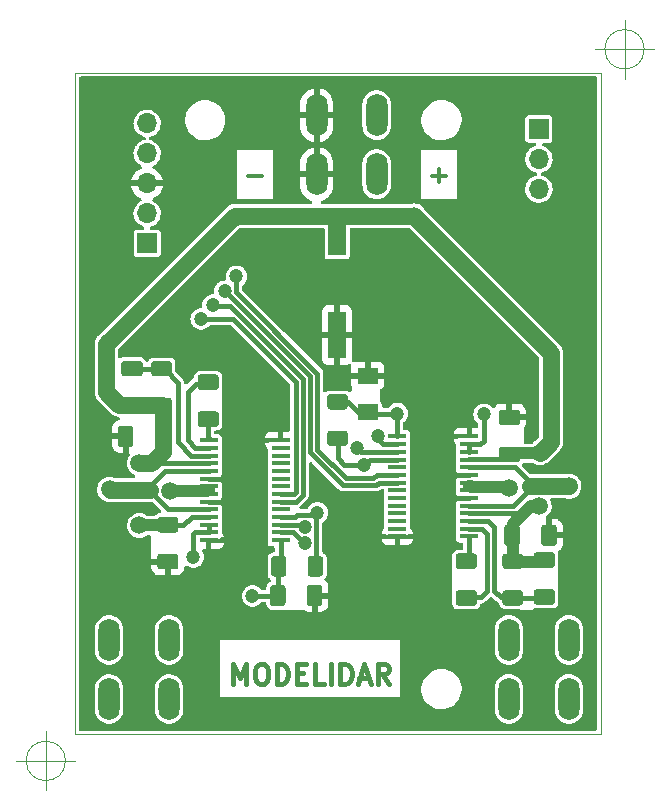
<source format=gbr>
%TF.GenerationSoftware,KiCad,Pcbnew,6.0.1*%
%TF.CreationDate,2022-06-20T02:46:21+02:00*%
%TF.ProjectId,PontHComplet_MK2,506f6e74-4843-46f6-9d70-6c65745f4d4b,rev?*%
%TF.SameCoordinates,Original*%
%TF.FileFunction,Copper,L1,Top*%
%TF.FilePolarity,Positive*%
%FSLAX46Y46*%
G04 Gerber Fmt 4.6, Leading zero omitted, Abs format (unit mm)*
G04 Created by KiCad (PCBNEW 6.0.1) date 2022-06-20 02:46:21*
%MOMM*%
%LPD*%
G01*
G04 APERTURE LIST*
%TA.AperFunction,Profile*%
%ADD10C,0.050000*%
%TD*%
%ADD11C,0.300000*%
%TA.AperFunction,NonConductor*%
%ADD12C,0.300000*%
%TD*%
%ADD13C,0.400000*%
%TA.AperFunction,NonConductor*%
%ADD14C,0.400000*%
%TD*%
%TA.AperFunction,SMDPad,CuDef*%
%ADD15R,1.800000X1.325000*%
%TD*%
%TA.AperFunction,SMDPad,CuDef*%
%ADD16R,1.600000X0.450000*%
%TD*%
%TA.AperFunction,SMDPad,CuDef*%
%ADD17R,3.100000X5.180000*%
%TD*%
%TA.AperFunction,SMDPad,CuDef*%
%ADD18R,1.498600X4.013200*%
%TD*%
%TA.AperFunction,ComponentPad*%
%ADD19R,1.700000X1.700000*%
%TD*%
%TA.AperFunction,ComponentPad*%
%ADD20O,1.700000X1.700000*%
%TD*%
%TA.AperFunction,ComponentPad*%
%ADD21O,1.800000X3.600000*%
%TD*%
%TA.AperFunction,ViaPad*%
%ADD22C,1.500000*%
%TD*%
%TA.AperFunction,ViaPad*%
%ADD23C,1.000000*%
%TD*%
%TA.AperFunction,ViaPad*%
%ADD24C,1.200000*%
%TD*%
%TA.AperFunction,Conductor*%
%ADD25C,0.500000*%
%TD*%
%TA.AperFunction,Conductor*%
%ADD26C,0.400000*%
%TD*%
%TA.AperFunction,Conductor*%
%ADD27C,0.406400*%
%TD*%
%TA.AperFunction,Conductor*%
%ADD28C,1.000000*%
%TD*%
%TA.AperFunction,Conductor*%
%ADD29C,1.400000*%
%TD*%
%TA.AperFunction,Conductor*%
%ADD30C,0.508000*%
%TD*%
G04 APERTURE END LIST*
D10*
X126000000Y-133000000D02*
X170500000Y-132983704D01*
X170500000Y-132983704D02*
X170500000Y-77000000D01*
X170500000Y-77000000D02*
X126000000Y-77000000D01*
X126000000Y-77000000D02*
X126000000Y-133000000D01*
D11*
D12*
X140628571Y-85707142D02*
X141771428Y-85707142D01*
D13*
D14*
X139362166Y-128719566D02*
X139362166Y-127030466D01*
X139925200Y-128236966D01*
X140488233Y-127030466D01*
X140488233Y-128719566D01*
X141614300Y-127030466D02*
X141936033Y-127030466D01*
X142096900Y-127110900D01*
X142257766Y-127271766D01*
X142338200Y-127593500D01*
X142338200Y-128156533D01*
X142257766Y-128478266D01*
X142096900Y-128639133D01*
X141936033Y-128719566D01*
X141614300Y-128719566D01*
X141453433Y-128639133D01*
X141292566Y-128478266D01*
X141212133Y-128156533D01*
X141212133Y-127593500D01*
X141292566Y-127271766D01*
X141453433Y-127110900D01*
X141614300Y-127030466D01*
X143062100Y-128719566D02*
X143062100Y-127030466D01*
X143464266Y-127030466D01*
X143705566Y-127110900D01*
X143866433Y-127271766D01*
X143946866Y-127432633D01*
X144027300Y-127754366D01*
X144027300Y-127995666D01*
X143946866Y-128317400D01*
X143866433Y-128478266D01*
X143705566Y-128639133D01*
X143464266Y-128719566D01*
X143062100Y-128719566D01*
X144751200Y-127834800D02*
X145314233Y-127834800D01*
X145555533Y-128719566D02*
X144751200Y-128719566D01*
X144751200Y-127030466D01*
X145555533Y-127030466D01*
X147083766Y-128719566D02*
X146279433Y-128719566D01*
X146279433Y-127030466D01*
X147646800Y-128719566D02*
X147646800Y-127030466D01*
X148451133Y-128719566D02*
X148451133Y-127030466D01*
X148853300Y-127030466D01*
X149094600Y-127110900D01*
X149255466Y-127271766D01*
X149335900Y-127432633D01*
X149416333Y-127754366D01*
X149416333Y-127995666D01*
X149335900Y-128317400D01*
X149255466Y-128478266D01*
X149094600Y-128639133D01*
X148853300Y-128719566D01*
X148451133Y-128719566D01*
X150059800Y-128236966D02*
X150864133Y-128236966D01*
X149898933Y-128719566D02*
X150461966Y-127030466D01*
X151025000Y-128719566D01*
X152553233Y-128719566D02*
X151990200Y-127915233D01*
X151588033Y-128719566D02*
X151588033Y-127030466D01*
X152231500Y-127030466D01*
X152392366Y-127110900D01*
X152472800Y-127191333D01*
X152553233Y-127352200D01*
X152553233Y-127593500D01*
X152472800Y-127754366D01*
X152392366Y-127834800D01*
X152231500Y-127915233D01*
X151588033Y-127915233D01*
D11*
D12*
X156228571Y-85707142D02*
X157371428Y-85707142D01*
X156800000Y-86278571D02*
X156800000Y-85135714D01*
D10*
X125166666Y-135250000D02*
G75*
G03*
X125166666Y-135250000I-1666666J0D01*
G01*
X121000000Y-135250000D02*
X126000000Y-135250000D01*
X123500000Y-132750000D02*
X123500000Y-137750000D01*
X174166666Y-75000000D02*
G75*
G03*
X174166666Y-75000000I-1666666J0D01*
G01*
X170000000Y-75000000D02*
X175000000Y-75000000D01*
X172500000Y-72500000D02*
X172500000Y-77500000D01*
D15*
%TO.P,G8,1*%
%TO.N,0*%
X150750000Y-102625000D03*
%TO.P,G8,2*%
%TO.N,/V3P3OUT_G*%
X150750000Y-105750000D03*
%TD*%
%TO.P,D1,1*%
%TO.N,0*%
%TA.AperFunction,SMDPad,CuDef*%
G36*
G01*
X134484424Y-119041280D02*
X133184424Y-119041280D01*
G75*
G02*
X132934424Y-118791280I0J250000D01*
G01*
X132934424Y-117966280D01*
G75*
G02*
X133184424Y-117716280I250000J0D01*
G01*
X134484424Y-117716280D01*
G75*
G02*
X134734424Y-117966280I0J-250000D01*
G01*
X134734424Y-118791280D01*
G75*
G02*
X134484424Y-119041280I-250000J0D01*
G01*
G37*
%TD.AperFunction*%
%TO.P,D1,2*%
%TO.N,/VM*%
%TA.AperFunction,SMDPad,CuDef*%
G36*
G01*
X134484424Y-115916280D02*
X133184424Y-115916280D01*
G75*
G02*
X132934424Y-115666280I0J250000D01*
G01*
X132934424Y-114841280D01*
G75*
G02*
X133184424Y-114591280I250000J0D01*
G01*
X134484424Y-114591280D01*
G75*
G02*
X134734424Y-114841280I0J-250000D01*
G01*
X134734424Y-115666280D01*
G75*
G02*
X134484424Y-115916280I-250000J0D01*
G01*
G37*
%TD.AperFunction*%
%TD*%
%TO.P,D10,1*%
%TO.N,Net-(D10-Pad1)*%
%TA.AperFunction,SMDPad,CuDef*%
G36*
G01*
X137900000Y-106975000D02*
X136600000Y-106975000D01*
G75*
G02*
X136350000Y-106725000I0J250000D01*
G01*
X136350000Y-105900000D01*
G75*
G02*
X136600000Y-105650000I250000J0D01*
G01*
X137900000Y-105650000D01*
G75*
G02*
X138150000Y-105900000I0J-250000D01*
G01*
X138150000Y-106725000D01*
G75*
G02*
X137900000Y-106975000I-250000J0D01*
G01*
G37*
%TD.AperFunction*%
%TO.P,D10,2*%
%TO.N,Net-(D10-Pad2)*%
%TA.AperFunction,SMDPad,CuDef*%
G36*
G01*
X137900000Y-103850000D02*
X136600000Y-103850000D01*
G75*
G02*
X136350000Y-103600000I0J250000D01*
G01*
X136350000Y-102775000D01*
G75*
G02*
X136600000Y-102525000I250000J0D01*
G01*
X137900000Y-102525000D01*
G75*
G02*
X138150000Y-102775000I0J-250000D01*
G01*
X138150000Y-103600000D01*
G75*
G02*
X137900000Y-103850000I-250000J0D01*
G01*
G37*
%TD.AperFunction*%
%TD*%
%TO.P,D2,1*%
%TO.N,0*%
%TA.AperFunction,SMDPad,CuDef*%
G36*
G01*
X129595587Y-108431986D02*
X129595587Y-107131986D01*
G75*
G02*
X129845587Y-106881986I250000J0D01*
G01*
X130670587Y-106881986D01*
G75*
G02*
X130920587Y-107131986I0J-250000D01*
G01*
X130920587Y-108431986D01*
G75*
G02*
X130670587Y-108681986I-250000J0D01*
G01*
X129845587Y-108681986D01*
G75*
G02*
X129595587Y-108431986I0J250000D01*
G01*
G37*
%TD.AperFunction*%
%TO.P,D2,2*%
%TO.N,/VM*%
%TA.AperFunction,SMDPad,CuDef*%
G36*
G01*
X132720587Y-108431986D02*
X132720587Y-107131986D01*
G75*
G02*
X132970587Y-106881986I250000J0D01*
G01*
X133795587Y-106881986D01*
G75*
G02*
X134045587Y-107131986I0J-250000D01*
G01*
X134045587Y-108431986D01*
G75*
G02*
X133795587Y-108681986I-250000J0D01*
G01*
X132970587Y-108681986D01*
G75*
G02*
X132720587Y-108431986I0J250000D01*
G01*
G37*
%TD.AperFunction*%
%TD*%
%TO.P,D3,1*%
%TO.N,/VCP_D*%
%TA.AperFunction,SMDPad,CuDef*%
G36*
G01*
X130150000Y-101375000D02*
X131450000Y-101375000D01*
G75*
G02*
X131700000Y-101625000I0J-250000D01*
G01*
X131700000Y-102450000D01*
G75*
G02*
X131450000Y-102700000I-250000J0D01*
G01*
X130150000Y-102700000D01*
G75*
G02*
X129900000Y-102450000I0J250000D01*
G01*
X129900000Y-101625000D01*
G75*
G02*
X130150000Y-101375000I250000J0D01*
G01*
G37*
%TD.AperFunction*%
%TO.P,D3,2*%
%TO.N,/VM*%
%TA.AperFunction,SMDPad,CuDef*%
G36*
G01*
X130150000Y-104500000D02*
X131450000Y-104500000D01*
G75*
G02*
X131700000Y-104750000I0J-250000D01*
G01*
X131700000Y-105575000D01*
G75*
G02*
X131450000Y-105825000I-250000J0D01*
G01*
X130150000Y-105825000D01*
G75*
G02*
X129900000Y-105575000I0J250000D01*
G01*
X129900000Y-104750000D01*
G75*
G02*
X130150000Y-104500000I250000J0D01*
G01*
G37*
%TD.AperFunction*%
%TD*%
%TO.P,D4,1*%
%TO.N,/VCP_D*%
%TA.AperFunction,SMDPad,CuDef*%
G36*
G01*
X132675000Y-101400000D02*
X133925000Y-101400000D01*
G75*
G02*
X134175000Y-101650000I0J-250000D01*
G01*
X134175000Y-102450000D01*
G75*
G02*
X133925000Y-102700000I-250000J0D01*
G01*
X132675000Y-102700000D01*
G75*
G02*
X132425000Y-102450000I0J250000D01*
G01*
X132425000Y-101650000D01*
G75*
G02*
X132675000Y-101400000I250000J0D01*
G01*
G37*
%TD.AperFunction*%
%TO.P,D4,2*%
%TO.N,/VM*%
%TA.AperFunction,SMDPad,CuDef*%
G36*
G01*
X132675000Y-104500000D02*
X133925000Y-104500000D01*
G75*
G02*
X134175000Y-104750000I0J-250000D01*
G01*
X134175000Y-105550000D01*
G75*
G02*
X133925000Y-105800000I-250000J0D01*
G01*
X132675000Y-105800000D01*
G75*
G02*
X132425000Y-105550000I0J250000D01*
G01*
X132425000Y-104750000D01*
G75*
G02*
X132675000Y-104500000I250000J0D01*
G01*
G37*
%TD.AperFunction*%
%TD*%
%TO.P,D5,1*%
%TO.N,/FAULT*%
%TA.AperFunction,SMDPad,CuDef*%
G36*
G01*
X146977915Y-118148495D02*
X146977915Y-119398495D01*
G75*
G02*
X146727915Y-119648495I-250000J0D01*
G01*
X145927915Y-119648495D01*
G75*
G02*
X145677915Y-119398495I0J250000D01*
G01*
X145677915Y-118148495D01*
G75*
G02*
X145927915Y-117898495I250000J0D01*
G01*
X146727915Y-117898495D01*
G75*
G02*
X146977915Y-118148495I0J-250000D01*
G01*
G37*
%TD.AperFunction*%
%TO.P,D5,2*%
%TO.N,/V3P3OUT_D*%
%TA.AperFunction,SMDPad,CuDef*%
G36*
G01*
X143877915Y-118148495D02*
X143877915Y-119398495D01*
G75*
G02*
X143627915Y-119648495I-250000J0D01*
G01*
X142827915Y-119648495D01*
G75*
G02*
X142577915Y-119398495I0J250000D01*
G01*
X142577915Y-118148495D01*
G75*
G02*
X142827915Y-117898495I250000J0D01*
G01*
X143627915Y-117898495D01*
G75*
G02*
X143877915Y-118148495I0J-250000D01*
G01*
G37*
%TD.AperFunction*%
%TD*%
%TO.P,D8,1*%
%TO.N,0*%
%TA.AperFunction,SMDPad,CuDef*%
G36*
G01*
X146927512Y-120604899D02*
X146927512Y-121904899D01*
G75*
G02*
X146677512Y-122154899I-250000J0D01*
G01*
X145852512Y-122154899D01*
G75*
G02*
X145602512Y-121904899I0J250000D01*
G01*
X145602512Y-120604899D01*
G75*
G02*
X145852512Y-120354899I250000J0D01*
G01*
X146677512Y-120354899D01*
G75*
G02*
X146927512Y-120604899I0J-250000D01*
G01*
G37*
%TD.AperFunction*%
%TO.P,D8,2*%
%TO.N,/V3P3OUT_D*%
%TA.AperFunction,SMDPad,CuDef*%
G36*
G01*
X143802512Y-120604899D02*
X143802512Y-121904899D01*
G75*
G02*
X143552512Y-122154899I-250000J0D01*
G01*
X142727512Y-122154899D01*
G75*
G02*
X142477512Y-121904899I0J250000D01*
G01*
X142477512Y-120604899D01*
G75*
G02*
X142727512Y-120354899I250000J0D01*
G01*
X143552512Y-120354899D01*
G75*
G02*
X143802512Y-120604899I0J-250000D01*
G01*
G37*
%TD.AperFunction*%
%TD*%
D16*
%TO.P,DRIVER_DROIT1,1*%
%TO.N,Net-(D10-Pad1)*%
X137282356Y-108102483D03*
%TO.P,DRIVER_DROIT1,2*%
%TO.N,Net-(D10-Pad2)*%
X137282356Y-108752483D03*
%TO.P,DRIVER_DROIT1,3*%
%TO.N,/VCP_D*%
X137282356Y-109402483D03*
%TO.P,DRIVER_DROIT1,4*%
%TO.N,/VM*%
X137282356Y-110052483D03*
%TO.P,DRIVER_DROIT1,5*%
%TO.N,/OUT1D*%
X137282356Y-110702483D03*
%TO.P,DRIVER_DROIT1,6*%
%TO.N,0*%
X137282356Y-111352483D03*
%TO.P,DRIVER_DROIT1,7*%
%TO.N,/OUT2D*%
X137282356Y-112002483D03*
%TO.P,DRIVER_DROIT1,8*%
X137282356Y-112652483D03*
%TO.P,DRIVER_DROIT1,9*%
%TO.N,0*%
X137282356Y-113302483D03*
%TO.P,DRIVER_DROIT1,10*%
%TO.N,/OUT1D*%
X137282356Y-113952483D03*
%TO.P,DRIVER_DROIT1,11*%
%TO.N,/VM*%
X137282356Y-114602483D03*
%TO.P,DRIVER_DROIT1,12*%
%TO.N,/V3P3OUT_D*%
X137282356Y-115252483D03*
%TO.P,DRIVER_DROIT1,13*%
X137282356Y-115902483D03*
%TO.P,DRIVER_DROIT1,14*%
%TO.N,0*%
X137282356Y-116552483D03*
%TO.P,DRIVER_DROIT1,15*%
%TO.N,/V3P3OUT_D*%
X143382356Y-116552483D03*
%TO.P,DRIVER_DROIT1,16*%
%TO.N,/RESET*%
X143382356Y-115902483D03*
%TO.P,DRIVER_DROIT1,17*%
%TO.N,/SLEEP*%
X143382356Y-115252483D03*
%TO.P,DRIVER_DROIT1,18*%
%TO.N,/FAULT*%
X143382356Y-114602483D03*
%TO.P,DRIVER_DROIT1,19*%
%TO.N,Net-(DRIVER_DROIT1-Pad19)*%
X143382356Y-113952483D03*
%TO.P,DRIVER_DROIT1,20*%
%TO.N,/IN_2_D*%
X143382356Y-113302483D03*
%TO.P,DRIVER_DROIT1,21*%
%TO.N,/IN_1_D*%
X143382356Y-112652483D03*
%TO.P,DRIVER_DROIT1,22*%
%TO.N,Net-(DRIVER_DROIT1-Pad22)*%
X143382356Y-112002483D03*
%TO.P,DRIVER_DROIT1,23*%
%TO.N,Net-(DRIVER_DROIT1-Pad23)*%
X143382356Y-111352483D03*
%TO.P,DRIVER_DROIT1,24*%
%TO.N,Net-(DRIVER_DROIT1-Pad24)*%
X143382356Y-110702483D03*
%TO.P,DRIVER_DROIT1,25*%
%TO.N,Net-(DRIVER_DROIT1-Pad25)*%
X143382356Y-110052483D03*
%TO.P,DRIVER_DROIT1,26*%
%TO.N,Net-(DRIVER_DROIT1-Pad26)*%
X143382356Y-109402483D03*
%TO.P,DRIVER_DROIT1,27*%
%TO.N,Net-(DRIVER_DROIT1-Pad27)*%
X143382356Y-108752483D03*
%TO.P,DRIVER_DROIT1,28*%
%TO.N,0*%
X143382356Y-108102483D03*
D17*
%TO.P,DRIVER_DROIT1,29*%
X140332356Y-112327483D03*
%TO.P,DRIVER_DROIT1,V*%
%TA.AperFunction,SMDPad,CuDef*%
G36*
G01*
X140082359Y-112327483D02*
X140082359Y-112327483D01*
G75*
G02*
X140332359Y-112077483I250000J0D01*
G01*
X140332359Y-112077483D01*
G75*
G02*
X140582359Y-112327483I0J-250000D01*
G01*
X140582359Y-112327483D01*
G75*
G02*
X140332359Y-112577483I-250000J0D01*
G01*
X140332359Y-112577483D01*
G75*
G02*
X140082359Y-112327483I0J250000D01*
G01*
G37*
%TD.AperFunction*%
%TD*%
D16*
%TO.P,DRIVER_GAUCHE1,1*%
%TO.N,Net-(DRIVER_GAUCHE1-Pad1)*%
X159354068Y-116234324D03*
%TO.P,DRIVER_GAUCHE1,2*%
%TO.N,Net-(DRIVER_GAUCHE1-Pad2)*%
X159354068Y-115584324D03*
%TO.P,DRIVER_GAUCHE1,3*%
%TO.N,/VCP_G*%
X159354068Y-114934324D03*
%TO.P,DRIVER_GAUCHE1,4*%
%TO.N,/VM*%
X159354068Y-114284324D03*
%TO.P,DRIVER_GAUCHE1,5*%
%TO.N,/OUT1G*%
X159354068Y-113634324D03*
%TO.P,DRIVER_GAUCHE1,6*%
%TO.N,0*%
X159354068Y-112984324D03*
%TO.P,DRIVER_GAUCHE1,7*%
%TO.N,/OUT2G*%
X159354068Y-112334324D03*
%TO.P,DRIVER_GAUCHE1,8*%
X159354068Y-111684324D03*
%TO.P,DRIVER_GAUCHE1,9*%
%TO.N,0*%
X159354068Y-111034324D03*
%TO.P,DRIVER_GAUCHE1,10*%
%TO.N,/OUT1G*%
X159354068Y-110384324D03*
%TO.P,DRIVER_GAUCHE1,11*%
%TO.N,/VM*%
X159354068Y-109734324D03*
%TO.P,DRIVER_GAUCHE1,12*%
%TO.N,/V3P3OUT_G*%
X159354068Y-109084324D03*
%TO.P,DRIVER_GAUCHE1,13*%
X159354068Y-108434324D03*
%TO.P,DRIVER_GAUCHE1,14*%
%TO.N,0*%
X159354068Y-107784324D03*
%TO.P,DRIVER_GAUCHE1,15*%
%TO.N,/V3P3OUT_G*%
X153254068Y-107784324D03*
%TO.P,DRIVER_GAUCHE1,16*%
%TO.N,/RESET*%
X153254068Y-108434324D03*
%TO.P,DRIVER_GAUCHE1,17*%
%TO.N,/SLEEP*%
X153254068Y-109084324D03*
%TO.P,DRIVER_GAUCHE1,18*%
%TO.N,/FAULT*%
X153254068Y-109734324D03*
%TO.P,DRIVER_GAUCHE1,19*%
%TO.N,Net-(DRIVER_GAUCHE1-Pad19)*%
X153254068Y-110384324D03*
%TO.P,DRIVER_GAUCHE1,20*%
%TO.N,/IN_2_G*%
X153254068Y-111034324D03*
%TO.P,DRIVER_GAUCHE1,21*%
%TO.N,/IN_1_G*%
X153254068Y-111684324D03*
%TO.P,DRIVER_GAUCHE1,22*%
%TO.N,Net-(DRIVER_GAUCHE1-Pad22)*%
X153254068Y-112334324D03*
%TO.P,DRIVER_GAUCHE1,23*%
%TO.N,Net-(DRIVER_GAUCHE1-Pad23)*%
X153254068Y-112984324D03*
%TO.P,DRIVER_GAUCHE1,24*%
%TO.N,Net-(DRIVER_GAUCHE1-Pad24)*%
X153254068Y-113634324D03*
%TO.P,DRIVER_GAUCHE1,25*%
%TO.N,Net-(DRIVER_GAUCHE1-Pad25)*%
X153254068Y-114284324D03*
%TO.P,DRIVER_GAUCHE1,26*%
%TO.N,Net-(DRIVER_GAUCHE1-Pad26)*%
X153254068Y-114934324D03*
%TO.P,DRIVER_GAUCHE1,27*%
%TO.N,Net-(DRIVER_GAUCHE1-Pad27)*%
X153254068Y-115584324D03*
%TO.P,DRIVER_GAUCHE1,28*%
%TO.N,0*%
X153254068Y-116234324D03*
D17*
%TO.P,DRIVER_GAUCHE1,29*%
X156304068Y-112009324D03*
%TO.P,DRIVER_GAUCHE1,V*%
%TA.AperFunction,SMDPad,CuDef*%
G36*
G01*
X156554065Y-112009324D02*
X156554065Y-112009324D01*
G75*
G02*
X156304065Y-112259324I-250000J0D01*
G01*
X156304065Y-112259324D01*
G75*
G02*
X156054065Y-112009324I0J250000D01*
G01*
X156054065Y-112009324D01*
G75*
G02*
X156304065Y-111759324I250000J0D01*
G01*
X156304065Y-111759324D01*
G75*
G02*
X156554065Y-112009324I0J-250000D01*
G01*
G37*
%TD.AperFunction*%
%TD*%
D18*
%TO.P,G3,1*%
%TO.N,0*%
X148165356Y-99195977D03*
%TO.P,G3,2*%
%TO.N,/VM*%
X148165356Y-90483777D03*
%TD*%
%TO.P,G1,1*%
%TO.N,0*%
%TA.AperFunction,SMDPad,CuDef*%
G36*
G01*
X166765277Y-115505945D02*
X166765277Y-116805945D01*
G75*
G02*
X166515277Y-117055945I-250000J0D01*
G01*
X165690277Y-117055945D01*
G75*
G02*
X165440277Y-116805945I0J250000D01*
G01*
X165440277Y-115505945D01*
G75*
G02*
X165690277Y-115255945I250000J0D01*
G01*
X166515277Y-115255945D01*
G75*
G02*
X166765277Y-115505945I0J-250000D01*
G01*
G37*
%TD.AperFunction*%
%TO.P,G1,2*%
%TO.N,/VM*%
%TA.AperFunction,SMDPad,CuDef*%
G36*
G01*
X163640277Y-115505945D02*
X163640277Y-116805945D01*
G75*
G02*
X163390277Y-117055945I-250000J0D01*
G01*
X162565277Y-117055945D01*
G75*
G02*
X162315277Y-116805945I0J250000D01*
G01*
X162315277Y-115505945D01*
G75*
G02*
X162565277Y-115255945I250000J0D01*
G01*
X163390277Y-115255945D01*
G75*
G02*
X163640277Y-115505945I0J-250000D01*
G01*
G37*
%TD.AperFunction*%
%TD*%
%TO.P,G11,1*%
%TO.N,Net-(DRIVER_GAUCHE1-Pad1)*%
%TA.AperFunction,SMDPad,CuDef*%
G36*
G01*
X158450000Y-117675000D02*
X159750000Y-117675000D01*
G75*
G02*
X160000000Y-117925000I0J-250000D01*
G01*
X160000000Y-118750000D01*
G75*
G02*
X159750000Y-119000000I-250000J0D01*
G01*
X158450000Y-119000000D01*
G75*
G02*
X158200000Y-118750000I0J250000D01*
G01*
X158200000Y-117925000D01*
G75*
G02*
X158450000Y-117675000I250000J0D01*
G01*
G37*
%TD.AperFunction*%
%TO.P,G11,2*%
%TO.N,Net-(DRIVER_GAUCHE1-Pad2)*%
%TA.AperFunction,SMDPad,CuDef*%
G36*
G01*
X158450000Y-120800000D02*
X159750000Y-120800000D01*
G75*
G02*
X160000000Y-121050000I0J-250000D01*
G01*
X160000000Y-121875000D01*
G75*
G02*
X159750000Y-122125000I-250000J0D01*
G01*
X158450000Y-122125000D01*
G75*
G02*
X158200000Y-121875000I0J250000D01*
G01*
X158200000Y-121050000D01*
G75*
G02*
X158450000Y-120800000I250000J0D01*
G01*
G37*
%TD.AperFunction*%
%TD*%
%TO.P,G2,1*%
%TO.N,0*%
%TA.AperFunction,SMDPad,CuDef*%
G36*
G01*
X162110596Y-105509500D02*
X163410596Y-105509500D01*
G75*
G02*
X163660596Y-105759500I0J-250000D01*
G01*
X163660596Y-106584500D01*
G75*
G02*
X163410596Y-106834500I-250000J0D01*
G01*
X162110596Y-106834500D01*
G75*
G02*
X161860596Y-106584500I0J250000D01*
G01*
X161860596Y-105759500D01*
G75*
G02*
X162110596Y-105509500I250000J0D01*
G01*
G37*
%TD.AperFunction*%
%TO.P,G2,2*%
%TO.N,/VM*%
%TA.AperFunction,SMDPad,CuDef*%
G36*
G01*
X162110596Y-108634500D02*
X163410596Y-108634500D01*
G75*
G02*
X163660596Y-108884500I0J-250000D01*
G01*
X163660596Y-109709500D01*
G75*
G02*
X163410596Y-109959500I-250000J0D01*
G01*
X162110596Y-109959500D01*
G75*
G02*
X161860596Y-109709500I0J250000D01*
G01*
X161860596Y-108884500D01*
G75*
G02*
X162110596Y-108634500I250000J0D01*
G01*
G37*
%TD.AperFunction*%
%TD*%
%TO.P,G4,1*%
%TO.N,/VCP_G*%
%TA.AperFunction,SMDPad,CuDef*%
G36*
G01*
X166352709Y-122032774D02*
X165052709Y-122032774D01*
G75*
G02*
X164802709Y-121782774I0J250000D01*
G01*
X164802709Y-120957774D01*
G75*
G02*
X165052709Y-120707774I250000J0D01*
G01*
X166352709Y-120707774D01*
G75*
G02*
X166602709Y-120957774I0J-250000D01*
G01*
X166602709Y-121782774D01*
G75*
G02*
X166352709Y-122032774I-250000J0D01*
G01*
G37*
%TD.AperFunction*%
%TO.P,G4,2*%
%TO.N,/VM*%
%TA.AperFunction,SMDPad,CuDef*%
G36*
G01*
X166352709Y-118907774D02*
X165052709Y-118907774D01*
G75*
G02*
X164802709Y-118657774I0J250000D01*
G01*
X164802709Y-117832774D01*
G75*
G02*
X165052709Y-117582774I250000J0D01*
G01*
X166352709Y-117582774D01*
G75*
G02*
X166602709Y-117832774I0J-250000D01*
G01*
X166602709Y-118657774D01*
G75*
G02*
X166352709Y-118907774I-250000J0D01*
G01*
G37*
%TD.AperFunction*%
%TD*%
%TO.P,G5,1*%
%TO.N,/VCP_G*%
%TA.AperFunction,SMDPad,CuDef*%
G36*
G01*
X163655324Y-122095780D02*
X162405324Y-122095780D01*
G75*
G02*
X162155324Y-121845780I0J250000D01*
G01*
X162155324Y-121045780D01*
G75*
G02*
X162405324Y-120795780I250000J0D01*
G01*
X163655324Y-120795780D01*
G75*
G02*
X163905324Y-121045780I0J-250000D01*
G01*
X163905324Y-121845780D01*
G75*
G02*
X163655324Y-122095780I-250000J0D01*
G01*
G37*
%TD.AperFunction*%
%TO.P,G5,2*%
%TO.N,/VM*%
%TA.AperFunction,SMDPad,CuDef*%
G36*
G01*
X163655324Y-118995780D02*
X162405324Y-118995780D01*
G75*
G02*
X162155324Y-118745780I0J250000D01*
G01*
X162155324Y-117945780D01*
G75*
G02*
X162405324Y-117695780I250000J0D01*
G01*
X163655324Y-117695780D01*
G75*
G02*
X163905324Y-117945780I0J-250000D01*
G01*
X163905324Y-118745780D01*
G75*
G02*
X163655324Y-118995780I-250000J0D01*
G01*
G37*
%TD.AperFunction*%
%TD*%
%TO.P,G6,1*%
%TO.N,/FAULT*%
%TA.AperFunction,SMDPad,CuDef*%
G36*
G01*
X148825000Y-108601000D02*
X147575000Y-108601000D01*
G75*
G02*
X147325000Y-108351000I0J250000D01*
G01*
X147325000Y-107551000D01*
G75*
G02*
X147575000Y-107301000I250000J0D01*
G01*
X148825000Y-107301000D01*
G75*
G02*
X149075000Y-107551000I0J-250000D01*
G01*
X149075000Y-108351000D01*
G75*
G02*
X148825000Y-108601000I-250000J0D01*
G01*
G37*
%TD.AperFunction*%
%TO.P,G6,2*%
%TO.N,/V3P3OUT_G*%
%TA.AperFunction,SMDPad,CuDef*%
G36*
G01*
X148825000Y-105501000D02*
X147575000Y-105501000D01*
G75*
G02*
X147325000Y-105251000I0J250000D01*
G01*
X147325000Y-104451000D01*
G75*
G02*
X147575000Y-104201000I250000J0D01*
G01*
X148825000Y-104201000D01*
G75*
G02*
X149075000Y-104451000I0J-250000D01*
G01*
X149075000Y-105251000D01*
G75*
G02*
X148825000Y-105501000I-250000J0D01*
G01*
G37*
%TD.AperFunction*%
%TD*%
D19*
%TO.P,JP1,1*%
%TO.N,/SLEEP*%
X165250000Y-81750000D03*
D20*
%TO.P,JP1,2*%
%TO.N,/FAULT*%
X165250000Y-84290000D03*
%TO.P,JP1,3*%
%TO.N,/RESET*%
X165250000Y-86830000D03*
%TD*%
D19*
%TO.P,JP2,1*%
%TO.N,/IN_1_D*%
X132080000Y-91440000D03*
D20*
%TO.P,JP2,2*%
%TO.N,/IN_2_D*%
X132080000Y-88900000D03*
%TO.P,JP2,3*%
%TO.N,0*%
X132080000Y-86360000D03*
%TO.P,JP2,4*%
%TO.N,/IN_1_G*%
X132080000Y-83820000D03*
%TO.P,JP2,5*%
%TO.N,/IN_2_G*%
X132080000Y-81280000D03*
%TD*%
D21*
%TO.P,MOTEUR_D1,A1*%
%TO.N,/OUT2D*%
X133933406Y-130010636D03*
%TO.P,MOTEUR_D1,A2*%
%TO.N,/OUT1D*%
X128853406Y-130010636D03*
%TO.P,MOTEUR_D1,B1*%
%TO.N,/OUT2D*%
X133933406Y-125010636D03*
%TO.P,MOTEUR_D1,B2*%
%TO.N,/OUT1D*%
X128853406Y-125010636D03*
%TD*%
%TO.P,MOTEUR_G1,A1*%
%TO.N,/OUT1G*%
X167791606Y-129999205D03*
%TO.P,MOTEUR_G1,A2*%
%TO.N,/OUT2G*%
X162711606Y-129999205D03*
%TO.P,MOTEUR_G1,B1*%
%TO.N,/OUT1G*%
X167791606Y-124999205D03*
%TO.P,MOTEUR_G1,B2*%
%TO.N,/OUT2G*%
X162711606Y-124999205D03*
%TD*%
%TO.P,X1,A1*%
%TO.N,0*%
X146430577Y-80577102D03*
%TO.P,X1,A2*%
%TO.N,/VM*%
X151510577Y-80577102D03*
%TO.P,X1,B1*%
%TO.N,0*%
X146430577Y-85577102D03*
%TO.P,X1,B2*%
%TO.N,/VM*%
X151510577Y-85577102D03*
%TD*%
D22*
%TO.N,0*%
X167200000Y-92600000D03*
X148600000Y-121200000D03*
D23*
X155454076Y-108045924D03*
X140970000Y-118872000D03*
D22*
X134200000Y-99200000D03*
D23*
X140954076Y-116045924D03*
D22*
X157800000Y-102800000D03*
D23*
X139704076Y-117295924D03*
X139704076Y-114795924D03*
X140954076Y-110795924D03*
X141000000Y-113000000D03*
X156954076Y-115295924D03*
D22*
X137200000Y-122400000D03*
D23*
X156954076Y-112045924D03*
X155454076Y-113795924D03*
X156954076Y-107045924D03*
X139704076Y-112045924D03*
X155454076Y-116545924D03*
D22*
X155200000Y-122200000D03*
X141000000Y-81000000D03*
D24*
X148280000Y-102530000D03*
D23*
X155454076Y-110545924D03*
X156972000Y-117983000D03*
X156954076Y-109295924D03*
X139682348Y-109432352D03*
D22*
X140400000Y-102800000D03*
X129600000Y-94400000D03*
D23*
X140954076Y-108045924D03*
D22*
X131600000Y-118400000D03*
D23*
X139700000Y-106934000D03*
D22*
X162750000Y-104116114D03*
D24*
%TO.N,/IN_1_G*%
X138640500Y-95500348D03*
%TO.N,/IN_2_G*%
X139640000Y-94234000D03*
%TO.N,/FAULT*%
X146502126Y-114239725D03*
X150473545Y-110173545D03*
%TO.N,/SLEEP*%
X145406754Y-115441450D03*
X149841936Y-108775915D03*
%TO.N,/RESET*%
X145410455Y-116840946D03*
X151654056Y-107701012D03*
%TO.N,/V3P3OUT_G*%
X160600000Y-105900000D03*
X153254068Y-105845932D03*
D22*
%TO.N,/VM*%
X131427933Y-115316000D03*
X165280000Y-113690000D03*
X165328600Y-109173314D03*
X131429123Y-110052483D03*
X154669817Y-89100000D03*
%TO.N,/OUT1G*%
X167800000Y-112000000D03*
%TO.N,/OUT2G*%
X162687000Y-112141000D03*
D24*
%TO.N,/IN_1_D*%
X136650000Y-97830000D03*
%TO.N,/IN_2_D*%
X137653210Y-96650000D03*
%TO.N,/V3P3OUT_D*%
X136000000Y-118000000D03*
X141000000Y-121285000D03*
D22*
%TO.N,/OUT1D*%
X128905000Y-112268000D03*
%TO.N,/OUT2D*%
X133978080Y-112372823D03*
%TD*%
D25*
%TO.N,0*%
X158165896Y-102979636D02*
X158117356Y-102931095D01*
D26*
X137282356Y-111352483D02*
X139357356Y-111352483D01*
X159354068Y-112984324D02*
X157279065Y-112984324D01*
X133834424Y-118316280D02*
X131683720Y-118316280D01*
X156954076Y-111740077D02*
X156954076Y-112009324D01*
X162760596Y-106234500D02*
X162760596Y-104126710D01*
X159354068Y-111034324D02*
X157279068Y-111034324D01*
X157279068Y-111034324D02*
X156304068Y-112009324D01*
X137282356Y-113302483D02*
X139357356Y-113302483D01*
X157279065Y-112984324D02*
X156304065Y-112009324D01*
X131683720Y-118316280D02*
X131600000Y-118400000D01*
X139357356Y-113302483D02*
X140332356Y-112327483D01*
X139357356Y-111352483D02*
X140332356Y-112327483D01*
%TO.N,/IN_1_G*%
X145899989Y-109137171D02*
X148682829Y-111920011D01*
X151479989Y-111920011D02*
X151715676Y-111684324D01*
X138699400Y-95500348D02*
X145899989Y-102700937D01*
X148682829Y-111920011D02*
X151479989Y-111920011D01*
X145899989Y-102700937D02*
X145899989Y-109137171D01*
X138640500Y-95500348D02*
X138699400Y-95500348D01*
X151715676Y-111684324D02*
X153254068Y-111684324D01*
%TO.N,/IN_2_G*%
X146500000Y-102453098D02*
X146500000Y-108888639D01*
X151517133Y-111034324D02*
X153254068Y-111034324D01*
X139640000Y-94234000D02*
X139640000Y-95593098D01*
X146500000Y-108888639D02*
X148931361Y-111320000D01*
X139640000Y-95593098D02*
X146500000Y-102453098D01*
X148931361Y-111320000D02*
X151231457Y-111320000D01*
X151231457Y-111320000D02*
X151517133Y-111034324D01*
%TO.N,/FAULT*%
X148773545Y-110173545D02*
X150473545Y-110173545D01*
X148200000Y-109600000D02*
X148773545Y-110173545D01*
X144752990Y-114438249D02*
X144588756Y-114602483D01*
X146200000Y-118829225D02*
X146409955Y-118619270D01*
X146409955Y-118619270D02*
X146409955Y-114438249D01*
X144588756Y-114602483D02*
X143382356Y-114602483D01*
X146303602Y-114438249D02*
X146502126Y-114239725D01*
X150912766Y-109734324D02*
X150473545Y-110173545D01*
X153254068Y-109734324D02*
X150912766Y-109734324D01*
X148200000Y-107900000D02*
X148200000Y-109600000D01*
X144752990Y-114438249D02*
X146409955Y-114438249D01*
%TO.N,/SLEEP*%
X143382356Y-115252483D02*
X145113843Y-115252483D01*
X145302810Y-115441450D02*
X145406754Y-115441450D01*
X150474127Y-109084324D02*
X150150345Y-109084324D01*
X150493005Y-109103202D02*
X150474127Y-109084324D01*
X150150345Y-109084324D02*
X149841936Y-108775915D01*
X153235190Y-109103202D02*
X150493005Y-109103202D01*
X153254068Y-109084324D02*
X153235190Y-109103202D01*
X145113843Y-115252483D02*
X145302810Y-115441450D01*
%TO.N,/RESET*%
X144396789Y-115902483D02*
X143382356Y-115902483D01*
X145335252Y-116840946D02*
X144396789Y-115902483D01*
X153254068Y-108434324D02*
X152054068Y-108434324D01*
X151654056Y-108034312D02*
X151654056Y-107701012D01*
X145410455Y-116840946D02*
X145335252Y-116840946D01*
X152054068Y-108434324D02*
X151654056Y-108034312D01*
D27*
%TO.N,/V3P3OUT_G*%
X159354068Y-108434324D02*
X159354068Y-109084324D01*
D26*
X150063062Y-105845932D02*
X149068130Y-104851000D01*
X159354068Y-108434324D02*
X160297676Y-108434324D01*
X149068130Y-104851000D02*
X148200000Y-104851000D01*
X153254068Y-107784324D02*
X153254068Y-105845932D01*
X153254068Y-105845932D02*
X150063062Y-105845932D01*
X160600000Y-108132000D02*
X160600000Y-105900000D01*
X160297676Y-108434324D02*
X160600000Y-108132000D01*
%TO.N,/VM*%
X148165356Y-90483777D02*
X148141456Y-90459877D01*
X148141456Y-90459877D02*
X148141456Y-89324058D01*
X137282356Y-110052483D02*
X131429123Y-110052483D01*
X159354068Y-114284324D02*
X162984906Y-114284324D01*
X163040277Y-114339695D02*
X162984906Y-114284324D01*
D28*
X163040277Y-115216723D02*
X163040277Y-116155945D01*
X131428213Y-115316280D02*
X133834424Y-115316280D01*
D29*
X133383087Y-107781986D02*
X133383087Y-105182087D01*
D28*
X130800000Y-105100000D02*
X130801000Y-105099000D01*
D26*
X159372668Y-109715724D02*
X159384944Y-109728000D01*
D29*
X129738000Y-105100000D02*
X130800000Y-105100000D01*
X148165356Y-89100000D02*
X148165356Y-90483777D01*
D26*
X135127720Y-115316280D02*
X133834424Y-115316280D01*
X162984906Y-114284324D02*
X164034324Y-114284324D01*
D29*
X132396685Y-110052483D02*
X131429123Y-110052483D01*
X128634906Y-99965094D02*
X139500000Y-89100000D01*
D28*
X165613703Y-118396780D02*
X165702709Y-118307774D01*
D29*
X154669817Y-89100000D02*
X148165356Y-89100000D01*
D28*
X162760596Y-109220000D02*
X165281914Y-109220000D01*
D29*
X128634906Y-99965094D02*
X128634906Y-103996906D01*
D26*
X137282356Y-114602483D02*
X135841517Y-114602483D01*
D29*
X139500000Y-89100000D02*
X148165356Y-89100000D01*
X133383087Y-107781986D02*
X133383087Y-109066081D01*
D28*
X165530000Y-113690000D02*
X164567000Y-113690000D01*
D29*
X133383087Y-109066081D02*
X132396685Y-110052483D01*
X166278131Y-100708314D02*
X154669817Y-89100000D01*
D28*
X131427933Y-115316000D02*
X131428213Y-115316280D01*
D29*
X166278131Y-108270469D02*
X166278131Y-100708314D01*
X128634906Y-103996906D02*
X129738000Y-105100000D01*
D26*
X162724743Y-109728000D02*
X162724743Y-109613383D01*
D28*
X164567000Y-113690000D02*
X163040277Y-115216723D01*
X163030324Y-118396780D02*
X165613703Y-118396780D01*
X163030324Y-118396780D02*
X163030324Y-116165898D01*
D26*
X163040277Y-114959723D02*
X163040277Y-114339695D01*
D29*
X165328600Y-109220000D02*
X166278131Y-108270469D01*
D26*
X162670082Y-109728000D02*
X162622402Y-109680320D01*
X159384944Y-109728000D02*
X162724743Y-109728000D01*
X135841517Y-114602483D02*
X135127720Y-115316280D01*
D29*
X130801000Y-105099000D02*
X133300000Y-105099000D01*
D27*
%TO.N,/OUT1G*%
X164465000Y-111633000D02*
X163216324Y-110384324D01*
X163216324Y-110384324D02*
X159354068Y-110384324D01*
X164465000Y-112000000D02*
X164465000Y-111633000D01*
X164465000Y-112268000D02*
X163098676Y-113634324D01*
X163098676Y-113634324D02*
X159354068Y-113634324D01*
D29*
X164465000Y-112000000D02*
X167800000Y-112000000D01*
D27*
X164465000Y-112000000D02*
X164465000Y-112268000D01*
D28*
%TO.N,/OUT2G*%
X162687000Y-112141000D02*
X162572136Y-112026136D01*
X162572136Y-112026136D02*
X159526136Y-112026136D01*
X159459325Y-111959325D02*
X159354068Y-111959325D01*
X159526136Y-112026136D02*
X159459325Y-111959325D01*
D27*
%TO.N,/VCP_G*%
X159354068Y-114934324D02*
X160945684Y-114934324D01*
X161484906Y-115473545D02*
X161484906Y-120845205D01*
X163030324Y-121394780D02*
X162034481Y-121394780D01*
X162034481Y-121394780D02*
X161484906Y-120845205D01*
X163034906Y-121445205D02*
X165565277Y-121445205D01*
X160945684Y-114934324D02*
X161484906Y-115473545D01*
D30*
X165565277Y-121445205D02*
X165702709Y-121307774D01*
X163030324Y-121394780D02*
X163034906Y-121399361D01*
X163034906Y-121399361D02*
X163034906Y-121445205D01*
D26*
%TO.N,/IN_1_D*%
X144690367Y-112445234D02*
X144690367Y-103187015D01*
X144483118Y-112652483D02*
X144690367Y-112445234D01*
X143382356Y-112652483D02*
X144483118Y-112652483D01*
X144690367Y-103187015D02*
X139333352Y-97830000D01*
X139333352Y-97830000D02*
X136650000Y-97830000D01*
%TO.N,/IN_2_D*%
X137753210Y-96750000D02*
X137653210Y-96650000D01*
X144690712Y-113302483D02*
X145296778Y-112696417D01*
X145296778Y-112696417D02*
X145296778Y-102945576D01*
X145296778Y-102945576D02*
X139101202Y-96750000D01*
X139101202Y-96750000D02*
X137753210Y-96750000D01*
X143382356Y-113302483D02*
X144690712Y-113302483D01*
D27*
%TO.N,/V3P3OUT_D*%
X137282356Y-115902483D02*
X137282356Y-115252483D01*
X143382356Y-116552483D02*
X143382356Y-117102483D01*
D26*
X137282356Y-115902483D02*
X136097517Y-115902483D01*
X143382356Y-117102483D02*
X143382356Y-118670054D01*
X143202512Y-121254899D02*
X143202512Y-118849898D01*
X136000000Y-116000000D02*
X136000000Y-118000000D01*
X143202512Y-118849898D02*
X143278915Y-118773495D01*
X136097517Y-115902483D02*
X136000000Y-116000000D01*
X143382356Y-118670054D02*
X143278915Y-118773495D01*
X141000000Y-121285000D02*
X141030101Y-121254899D01*
X141030101Y-121254899D02*
X143202512Y-121254899D01*
D29*
%TO.N,/OUT1D*%
X132330188Y-112300000D02*
X128937000Y-112300000D01*
D26*
X133607517Y-110702483D02*
X137282356Y-110702483D01*
X133842483Y-113952483D02*
X132224906Y-112334906D01*
X132330188Y-111979812D02*
X133607517Y-110702483D01*
D29*
X128937000Y-112300000D02*
X128905000Y-112268000D01*
D26*
X137282356Y-113952483D02*
X133842483Y-113952483D01*
X132330188Y-112300000D02*
X132330188Y-111979812D01*
D28*
%TO.N,/OUT2D*%
X137190945Y-112368895D02*
X137282356Y-112277484D01*
X133978080Y-112372823D02*
X133982008Y-112368895D01*
X133982008Y-112368895D02*
X137190945Y-112368895D01*
D26*
%TO.N,/VCP_D*%
X135818483Y-109402483D02*
X137282356Y-109402483D01*
X134700000Y-108284000D02*
X135818483Y-109402483D01*
X134700000Y-103238639D02*
X134700000Y-108284000D01*
X130790000Y-102110000D02*
X133571361Y-102110000D01*
X133571361Y-102110000D02*
X134700000Y-103238639D01*
%TO.N,Net-(D10-Pad2)*%
X137257357Y-108727484D02*
X137282356Y-108752483D01*
X137200000Y-103300000D02*
X136200000Y-103300000D01*
X136200000Y-103300000D02*
X135500000Y-104000000D01*
X135500000Y-104000000D02*
X135500000Y-108100000D01*
X136127484Y-108727484D02*
X137257357Y-108727484D01*
X135500000Y-108100000D02*
X136127484Y-108727484D01*
X137250000Y-103250000D02*
X137200000Y-103300000D01*
%TO.N,Net-(D10-Pad1)*%
X137250000Y-106250000D02*
X137250000Y-107895117D01*
X137250000Y-107895117D02*
X137282356Y-107927473D01*
%TO.N,Net-(DRIVER_GAUCHE1-Pad2)*%
X160881696Y-116050344D02*
X160881696Y-120868304D01*
X160350000Y-121400000D02*
X159100000Y-121400000D01*
X160415676Y-115584324D02*
X160881696Y-116050344D01*
X159354068Y-115584324D02*
X160415676Y-115584324D01*
X160881696Y-120868304D02*
X160350000Y-121400000D01*
%TO.N,Net-(DRIVER_GAUCHE1-Pad1)*%
X159354068Y-116234324D02*
X159354068Y-118145932D01*
X159354068Y-118145932D02*
X159100000Y-118400000D01*
%TD*%
%TA.AperFunction,Conductor*%
%TO.N,0*%
G36*
X170125500Y-77319962D02*
G01*
X170180038Y-77374500D01*
X170200000Y-77449000D01*
X170200000Y-132534869D01*
X170180038Y-132609369D01*
X170125500Y-132663907D01*
X170051057Y-132683869D01*
X147244840Y-132692220D01*
X126449055Y-132699835D01*
X126374547Y-132679900D01*
X126319990Y-132625382D01*
X126300000Y-132550835D01*
X126300000Y-130966606D01*
X127652906Y-130966606D01*
X127667952Y-131130347D01*
X127727841Y-131342700D01*
X127730863Y-131348829D01*
X127730865Y-131348833D01*
X127739081Y-131365493D01*
X127825426Y-131540583D01*
X127957439Y-131717369D01*
X127962456Y-131722007D01*
X127962459Y-131722010D01*
X127987386Y-131745052D01*
X128119457Y-131867137D01*
X128125235Y-131870782D01*
X128125238Y-131870785D01*
X128154927Y-131889517D01*
X128306056Y-131984872D01*
X128510985Y-132066630D01*
X128542185Y-132072836D01*
X128720679Y-132108341D01*
X128720682Y-132108341D01*
X128727382Y-132109674D01*
X128839142Y-132111137D01*
X128941166Y-132112473D01*
X128941171Y-132112473D01*
X128948000Y-132112562D01*
X128954733Y-132111405D01*
X128954734Y-132111405D01*
X129158721Y-132076354D01*
X129158720Y-132076354D01*
X129165449Y-132075198D01*
X129171848Y-132072837D01*
X129171853Y-132072836D01*
X129284919Y-132031123D01*
X129372449Y-131998832D01*
X129562065Y-131886022D01*
X129727949Y-131740546D01*
X129733408Y-131733621D01*
X129860314Y-131572641D01*
X129860316Y-131572638D01*
X129864543Y-131567276D01*
X129967275Y-131372016D01*
X129997781Y-131273772D01*
X130030679Y-131167823D01*
X130030680Y-131167818D01*
X130032703Y-131161303D01*
X130053906Y-130982160D01*
X130053906Y-130966606D01*
X132732906Y-130966606D01*
X132747952Y-131130347D01*
X132807841Y-131342700D01*
X132810863Y-131348829D01*
X132810865Y-131348833D01*
X132819081Y-131365493D01*
X132905426Y-131540583D01*
X133037439Y-131717369D01*
X133042456Y-131722007D01*
X133042459Y-131722010D01*
X133067386Y-131745052D01*
X133199457Y-131867137D01*
X133205235Y-131870782D01*
X133205238Y-131870785D01*
X133234927Y-131889517D01*
X133386056Y-131984872D01*
X133590985Y-132066630D01*
X133622185Y-132072836D01*
X133800679Y-132108341D01*
X133800682Y-132108341D01*
X133807382Y-132109674D01*
X133919142Y-132111137D01*
X134021166Y-132112473D01*
X134021171Y-132112473D01*
X134028000Y-132112562D01*
X134034733Y-132111405D01*
X134034734Y-132111405D01*
X134238721Y-132076354D01*
X134238720Y-132076354D01*
X134245449Y-132075198D01*
X134251848Y-132072837D01*
X134251853Y-132072836D01*
X134364919Y-132031123D01*
X134452449Y-131998832D01*
X134642065Y-131886022D01*
X134807949Y-131740546D01*
X134813408Y-131733621D01*
X134940314Y-131572641D01*
X134940316Y-131572638D01*
X134944543Y-131567276D01*
X135047275Y-131372016D01*
X135077781Y-131273772D01*
X135110679Y-131167823D01*
X135110680Y-131167818D01*
X135112703Y-131161303D01*
X135133906Y-130982160D01*
X135133906Y-130955175D01*
X161511106Y-130955175D01*
X161526152Y-131118916D01*
X161586041Y-131331269D01*
X161589063Y-131337398D01*
X161589065Y-131337402D01*
X161597281Y-131354062D01*
X161683626Y-131529152D01*
X161815639Y-131705938D01*
X161820656Y-131710576D01*
X161820659Y-131710579D01*
X161857952Y-131745052D01*
X161977657Y-131855706D01*
X161983435Y-131859351D01*
X161983438Y-131859354D01*
X162031244Y-131889517D01*
X162164256Y-131973441D01*
X162369185Y-132055199D01*
X162418071Y-132064923D01*
X162578879Y-132096910D01*
X162578882Y-132096910D01*
X162585582Y-132098243D01*
X162697342Y-132099706D01*
X162799366Y-132101042D01*
X162799371Y-132101042D01*
X162806200Y-132101131D01*
X162812933Y-132099974D01*
X162812934Y-132099974D01*
X163016921Y-132064923D01*
X163016920Y-132064923D01*
X163023649Y-132063767D01*
X163030048Y-132061406D01*
X163030053Y-132061405D01*
X163143119Y-132019692D01*
X163230649Y-131987401D01*
X163420265Y-131874591D01*
X163586149Y-131729115D01*
X163599725Y-131711894D01*
X163718514Y-131561210D01*
X163718516Y-131561207D01*
X163722743Y-131555845D01*
X163779110Y-131448711D01*
X163822295Y-131366630D01*
X163822297Y-131366626D01*
X163825475Y-131360585D01*
X163855981Y-131262341D01*
X163888879Y-131156392D01*
X163888880Y-131156387D01*
X163890903Y-131149872D01*
X163912106Y-130970729D01*
X163912106Y-130955175D01*
X166591106Y-130955175D01*
X166606152Y-131118916D01*
X166666041Y-131331269D01*
X166669063Y-131337398D01*
X166669065Y-131337402D01*
X166677281Y-131354062D01*
X166763626Y-131529152D01*
X166895639Y-131705938D01*
X166900656Y-131710576D01*
X166900659Y-131710579D01*
X166937952Y-131745052D01*
X167057657Y-131855706D01*
X167063435Y-131859351D01*
X167063438Y-131859354D01*
X167111244Y-131889517D01*
X167244256Y-131973441D01*
X167449185Y-132055199D01*
X167498071Y-132064923D01*
X167658879Y-132096910D01*
X167658882Y-132096910D01*
X167665582Y-132098243D01*
X167777342Y-132099706D01*
X167879366Y-132101042D01*
X167879371Y-132101042D01*
X167886200Y-132101131D01*
X167892933Y-132099974D01*
X167892934Y-132099974D01*
X168096921Y-132064923D01*
X168096920Y-132064923D01*
X168103649Y-132063767D01*
X168110048Y-132061406D01*
X168110053Y-132061405D01*
X168223119Y-132019692D01*
X168310649Y-131987401D01*
X168500265Y-131874591D01*
X168666149Y-131729115D01*
X168679725Y-131711894D01*
X168798514Y-131561210D01*
X168798516Y-131561207D01*
X168802743Y-131555845D01*
X168859110Y-131448711D01*
X168902295Y-131366630D01*
X168902297Y-131366626D01*
X168905475Y-131360585D01*
X168935981Y-131262341D01*
X168968879Y-131156392D01*
X168968880Y-131156387D01*
X168970903Y-131149872D01*
X168992106Y-130970729D01*
X168992106Y-129043235D01*
X168977060Y-128879494D01*
X168917171Y-128667141D01*
X168908352Y-128649256D01*
X168822608Y-128475386D01*
X168819586Y-128469258D01*
X168687573Y-128292472D01*
X168682556Y-128287834D01*
X168682553Y-128287831D01*
X168530576Y-128147345D01*
X168530574Y-128147343D01*
X168525555Y-128142704D01*
X168519777Y-128139059D01*
X168519774Y-128139056D01*
X168344733Y-128028614D01*
X168338956Y-128024969D01*
X168134027Y-127943211D01*
X168074147Y-127931300D01*
X167924333Y-127901500D01*
X167924330Y-127901500D01*
X167917630Y-127900167D01*
X167805870Y-127898704D01*
X167703846Y-127897368D01*
X167703841Y-127897368D01*
X167697012Y-127897279D01*
X167690279Y-127898436D01*
X167690278Y-127898436D01*
X167623753Y-127909867D01*
X167479563Y-127934643D01*
X167473164Y-127937004D01*
X167473159Y-127937005D01*
X167418492Y-127957173D01*
X167272563Y-128011009D01*
X167082947Y-128123819D01*
X166917063Y-128269295D01*
X166912836Y-128274657D01*
X166912835Y-128274658D01*
X166854042Y-128349238D01*
X166780469Y-128442565D01*
X166677737Y-128637825D01*
X166647231Y-128736069D01*
X166614333Y-128842018D01*
X166614332Y-128842023D01*
X166612309Y-128848538D01*
X166591106Y-129027681D01*
X166591106Y-130955175D01*
X163912106Y-130955175D01*
X163912106Y-129043235D01*
X163897060Y-128879494D01*
X163837171Y-128667141D01*
X163828352Y-128649256D01*
X163742608Y-128475386D01*
X163739586Y-128469258D01*
X163607573Y-128292472D01*
X163602556Y-128287834D01*
X163602553Y-128287831D01*
X163450576Y-128147345D01*
X163450574Y-128147343D01*
X163445555Y-128142704D01*
X163439777Y-128139059D01*
X163439774Y-128139056D01*
X163264733Y-128028614D01*
X163258956Y-128024969D01*
X163054027Y-127943211D01*
X162994147Y-127931300D01*
X162844333Y-127901500D01*
X162844330Y-127901500D01*
X162837630Y-127900167D01*
X162725870Y-127898704D01*
X162623846Y-127897368D01*
X162623841Y-127897368D01*
X162617012Y-127897279D01*
X162610279Y-127898436D01*
X162610278Y-127898436D01*
X162543753Y-127909867D01*
X162399563Y-127934643D01*
X162393164Y-127937004D01*
X162393159Y-127937005D01*
X162338492Y-127957173D01*
X162192563Y-128011009D01*
X162002947Y-128123819D01*
X161837063Y-128269295D01*
X161832836Y-128274657D01*
X161832835Y-128274658D01*
X161774042Y-128349238D01*
X161700469Y-128442565D01*
X161597737Y-128637825D01*
X161567231Y-128736069D01*
X161534333Y-128842018D01*
X161534332Y-128842023D01*
X161532309Y-128848538D01*
X161511106Y-129027681D01*
X161511106Y-130955175D01*
X135133906Y-130955175D01*
X135133906Y-129850000D01*
X138250000Y-129850000D01*
X153464967Y-129850000D01*
X153464967Y-129084286D01*
X155296833Y-129084286D01*
X155302929Y-129342935D01*
X155348078Y-129597687D01*
X155349895Y-129603039D01*
X155349896Y-129603044D01*
X155429423Y-129837324D01*
X155429426Y-129837331D01*
X155431241Y-129842678D01*
X155550505Y-130072270D01*
X155703125Y-130281181D01*
X155885589Y-130464603D01*
X156093698Y-130618315D01*
X156098708Y-130620951D01*
X156098713Y-130620954D01*
X156253261Y-130702265D01*
X156322663Y-130738779D01*
X156328011Y-130740626D01*
X156328014Y-130740627D01*
X156561868Y-130821378D01*
X156561872Y-130821379D01*
X156567215Y-130823224D01*
X156678377Y-130843526D01*
X156817031Y-130868849D01*
X156817038Y-130868850D01*
X156821726Y-130869706D01*
X156826490Y-130869956D01*
X156826493Y-130869956D01*
X156855671Y-130871485D01*
X156904519Y-130874045D01*
X157065782Y-130874045D01*
X157149116Y-130867706D01*
X157252342Y-130859854D01*
X157252348Y-130859853D01*
X157257976Y-130859425D01*
X157263479Y-130858149D01*
X157263482Y-130858149D01*
X157504510Y-130802282D01*
X157510015Y-130801006D01*
X157750318Y-130705135D01*
X157973354Y-130574018D01*
X158173991Y-130410674D01*
X158347613Y-130218860D01*
X158444455Y-130072270D01*
X158487105Y-130007711D01*
X158487108Y-130007706D01*
X158490222Y-130002992D01*
X158598538Y-129768036D01*
X158670068Y-129519400D01*
X158703167Y-129262804D01*
X158697071Y-129004155D01*
X158651922Y-128749403D01*
X158650104Y-128744046D01*
X158570577Y-128509766D01*
X158570574Y-128509759D01*
X158568759Y-128504412D01*
X158553594Y-128475217D01*
X158452106Y-128279846D01*
X158452105Y-128279844D01*
X158449495Y-128274820D01*
X158296875Y-128065909D01*
X158245739Y-128014504D01*
X158118402Y-127886499D01*
X158114411Y-127882487D01*
X157906302Y-127728775D01*
X157901292Y-127726139D01*
X157901287Y-127726136D01*
X157682351Y-127610949D01*
X157677337Y-127608311D01*
X157671989Y-127606464D01*
X157671986Y-127606463D01*
X157438132Y-127525712D01*
X157438128Y-127525711D01*
X157432785Y-127523866D01*
X157321623Y-127503564D01*
X157182969Y-127478241D01*
X157182962Y-127478240D01*
X157178274Y-127477384D01*
X157173510Y-127477134D01*
X157173507Y-127477134D01*
X157144329Y-127475605D01*
X157095481Y-127473045D01*
X156934218Y-127473045D01*
X156865912Y-127478241D01*
X156747658Y-127487236D01*
X156747652Y-127487237D01*
X156742024Y-127487665D01*
X156736521Y-127488941D01*
X156736518Y-127488941D01*
X156495490Y-127544808D01*
X156489985Y-127546084D01*
X156249682Y-127641955D01*
X156026646Y-127773072D01*
X155826009Y-127936416D01*
X155822209Y-127940614D01*
X155822207Y-127940616D01*
X155744980Y-128025935D01*
X155652387Y-128128230D01*
X155649267Y-128132952D01*
X155649266Y-128132954D01*
X155512895Y-128339379D01*
X155512892Y-128339384D01*
X155509778Y-128344098D01*
X155401462Y-128579054D01*
X155329932Y-128827690D01*
X155296833Y-129084286D01*
X153464967Y-129084286D01*
X153464967Y-125955175D01*
X161511106Y-125955175D01*
X161526152Y-126118916D01*
X161586041Y-126331269D01*
X161589063Y-126337398D01*
X161589065Y-126337402D01*
X161597281Y-126354062D01*
X161683626Y-126529152D01*
X161815639Y-126705938D01*
X161820656Y-126710576D01*
X161820659Y-126710579D01*
X161857952Y-126745052D01*
X161977657Y-126855706D01*
X161983435Y-126859351D01*
X161983438Y-126859354D01*
X162031244Y-126889517D01*
X162164256Y-126973441D01*
X162369185Y-127055199D01*
X162418071Y-127064923D01*
X162578879Y-127096910D01*
X162578882Y-127096910D01*
X162585582Y-127098243D01*
X162697342Y-127099706D01*
X162799366Y-127101042D01*
X162799371Y-127101042D01*
X162806200Y-127101131D01*
X162812933Y-127099974D01*
X162812934Y-127099974D01*
X163016921Y-127064923D01*
X163016920Y-127064923D01*
X163023649Y-127063767D01*
X163030048Y-127061406D01*
X163030053Y-127061405D01*
X163143119Y-127019692D01*
X163230649Y-126987401D01*
X163420265Y-126874591D01*
X163586149Y-126729115D01*
X163599725Y-126711894D01*
X163718514Y-126561210D01*
X163718516Y-126561207D01*
X163722743Y-126555845D01*
X163779110Y-126448711D01*
X163822295Y-126366630D01*
X163822297Y-126366626D01*
X163825475Y-126360585D01*
X163855981Y-126262341D01*
X163888879Y-126156392D01*
X163888880Y-126156387D01*
X163890903Y-126149872D01*
X163912106Y-125970729D01*
X163912106Y-125955175D01*
X166591106Y-125955175D01*
X166606152Y-126118916D01*
X166666041Y-126331269D01*
X166669063Y-126337398D01*
X166669065Y-126337402D01*
X166677281Y-126354062D01*
X166763626Y-126529152D01*
X166895639Y-126705938D01*
X166900656Y-126710576D01*
X166900659Y-126710579D01*
X166937952Y-126745052D01*
X167057657Y-126855706D01*
X167063435Y-126859351D01*
X167063438Y-126859354D01*
X167111244Y-126889517D01*
X167244256Y-126973441D01*
X167449185Y-127055199D01*
X167498071Y-127064923D01*
X167658879Y-127096910D01*
X167658882Y-127096910D01*
X167665582Y-127098243D01*
X167777342Y-127099706D01*
X167879366Y-127101042D01*
X167879371Y-127101042D01*
X167886200Y-127101131D01*
X167892933Y-127099974D01*
X167892934Y-127099974D01*
X168096921Y-127064923D01*
X168096920Y-127064923D01*
X168103649Y-127063767D01*
X168110048Y-127061406D01*
X168110053Y-127061405D01*
X168223119Y-127019692D01*
X168310649Y-126987401D01*
X168500265Y-126874591D01*
X168666149Y-126729115D01*
X168679725Y-126711894D01*
X168798514Y-126561210D01*
X168798516Y-126561207D01*
X168802743Y-126555845D01*
X168859110Y-126448711D01*
X168902295Y-126366630D01*
X168902297Y-126366626D01*
X168905475Y-126360585D01*
X168935981Y-126262341D01*
X168968879Y-126156392D01*
X168968880Y-126156387D01*
X168970903Y-126149872D01*
X168992106Y-125970729D01*
X168992106Y-124043235D01*
X168977060Y-123879494D01*
X168917171Y-123667141D01*
X168908352Y-123649256D01*
X168822608Y-123475386D01*
X168819586Y-123469258D01*
X168687573Y-123292472D01*
X168682556Y-123287834D01*
X168682553Y-123287831D01*
X168530576Y-123147345D01*
X168530574Y-123147343D01*
X168525555Y-123142704D01*
X168519777Y-123139059D01*
X168519774Y-123139056D01*
X168344733Y-123028614D01*
X168338956Y-123024969D01*
X168134027Y-122943211D01*
X168074147Y-122931300D01*
X167924333Y-122901500D01*
X167924330Y-122901500D01*
X167917630Y-122900167D01*
X167805870Y-122898704D01*
X167703846Y-122897368D01*
X167703841Y-122897368D01*
X167697012Y-122897279D01*
X167690279Y-122898436D01*
X167690278Y-122898436D01*
X167623753Y-122909867D01*
X167479563Y-122934643D01*
X167473164Y-122937004D01*
X167473159Y-122937005D01*
X167418492Y-122957173D01*
X167272563Y-123011009D01*
X167082947Y-123123819D01*
X166917063Y-123269295D01*
X166912836Y-123274657D01*
X166912835Y-123274658D01*
X166902451Y-123287831D01*
X166780469Y-123442565D01*
X166677737Y-123637825D01*
X166647231Y-123736069D01*
X166614333Y-123842018D01*
X166614332Y-123842023D01*
X166612309Y-123848538D01*
X166591106Y-124027681D01*
X166591106Y-125955175D01*
X163912106Y-125955175D01*
X163912106Y-124043235D01*
X163897060Y-123879494D01*
X163837171Y-123667141D01*
X163828352Y-123649256D01*
X163742608Y-123475386D01*
X163739586Y-123469258D01*
X163607573Y-123292472D01*
X163602556Y-123287834D01*
X163602553Y-123287831D01*
X163450576Y-123147345D01*
X163450574Y-123147343D01*
X163445555Y-123142704D01*
X163439777Y-123139059D01*
X163439774Y-123139056D01*
X163264733Y-123028614D01*
X163258956Y-123024969D01*
X163054027Y-122943211D01*
X162994147Y-122931300D01*
X162844333Y-122901500D01*
X162844330Y-122901500D01*
X162837630Y-122900167D01*
X162725870Y-122898704D01*
X162623846Y-122897368D01*
X162623841Y-122897368D01*
X162617012Y-122897279D01*
X162610279Y-122898436D01*
X162610278Y-122898436D01*
X162543753Y-122909867D01*
X162399563Y-122934643D01*
X162393164Y-122937004D01*
X162393159Y-122937005D01*
X162338492Y-122957173D01*
X162192563Y-123011009D01*
X162002947Y-123123819D01*
X161837063Y-123269295D01*
X161832836Y-123274657D01*
X161832835Y-123274658D01*
X161822451Y-123287831D01*
X161700469Y-123442565D01*
X161597737Y-123637825D01*
X161567231Y-123736069D01*
X161534333Y-123842018D01*
X161534332Y-123842023D01*
X161532309Y-123848538D01*
X161511106Y-124027681D01*
X161511106Y-125955175D01*
X153464967Y-125955175D01*
X153464967Y-125030549D01*
X138250000Y-125030549D01*
X138250000Y-129850000D01*
X135133906Y-129850000D01*
X135133906Y-129054666D01*
X135118860Y-128890925D01*
X135058971Y-128678572D01*
X135050310Y-128661008D01*
X134964408Y-128486817D01*
X134961386Y-128480689D01*
X134829373Y-128303903D01*
X134824356Y-128299265D01*
X134824353Y-128299262D01*
X134672376Y-128158776D01*
X134672374Y-128158774D01*
X134667355Y-128154135D01*
X134661577Y-128150490D01*
X134661574Y-128150487D01*
X134486533Y-128040045D01*
X134480756Y-128036400D01*
X134275827Y-127954642D01*
X134211658Y-127941878D01*
X134066133Y-127912931D01*
X134066130Y-127912931D01*
X134059430Y-127911598D01*
X133947670Y-127910135D01*
X133845646Y-127908799D01*
X133845641Y-127908799D01*
X133838812Y-127908710D01*
X133832079Y-127909867D01*
X133832078Y-127909867D01*
X133710249Y-127930801D01*
X133621363Y-127946074D01*
X133614964Y-127948435D01*
X133614959Y-127948436D01*
X133501893Y-127990149D01*
X133414363Y-128022440D01*
X133224747Y-128135250D01*
X133058863Y-128280726D01*
X133054636Y-128286088D01*
X133054635Y-128286089D01*
X132926512Y-128448614D01*
X132922269Y-128453996D01*
X132895744Y-128504412D01*
X132828732Y-128631780D01*
X132819537Y-128649256D01*
X132817512Y-128655779D01*
X132756133Y-128853449D01*
X132756132Y-128853454D01*
X132754109Y-128859969D01*
X132732906Y-129039112D01*
X132732906Y-130966606D01*
X130053906Y-130966606D01*
X130053906Y-129054666D01*
X130038860Y-128890925D01*
X129978971Y-128678572D01*
X129970310Y-128661008D01*
X129884408Y-128486817D01*
X129881386Y-128480689D01*
X129749373Y-128303903D01*
X129744356Y-128299265D01*
X129744353Y-128299262D01*
X129592376Y-128158776D01*
X129592374Y-128158774D01*
X129587355Y-128154135D01*
X129581577Y-128150490D01*
X129581574Y-128150487D01*
X129406533Y-128040045D01*
X129400756Y-128036400D01*
X129195827Y-127954642D01*
X129131658Y-127941878D01*
X128986133Y-127912931D01*
X128986130Y-127912931D01*
X128979430Y-127911598D01*
X128867670Y-127910135D01*
X128765646Y-127908799D01*
X128765641Y-127908799D01*
X128758812Y-127908710D01*
X128752079Y-127909867D01*
X128752078Y-127909867D01*
X128630249Y-127930801D01*
X128541363Y-127946074D01*
X128534964Y-127948435D01*
X128534959Y-127948436D01*
X128421893Y-127990149D01*
X128334363Y-128022440D01*
X128144747Y-128135250D01*
X127978863Y-128280726D01*
X127974636Y-128286088D01*
X127974635Y-128286089D01*
X127846512Y-128448614D01*
X127842269Y-128453996D01*
X127815744Y-128504412D01*
X127748732Y-128631780D01*
X127739537Y-128649256D01*
X127737512Y-128655779D01*
X127676133Y-128853449D01*
X127676132Y-128853454D01*
X127674109Y-128859969D01*
X127652906Y-129039112D01*
X127652906Y-130966606D01*
X126300000Y-130966606D01*
X126300000Y-125966606D01*
X127652906Y-125966606D01*
X127667952Y-126130347D01*
X127727841Y-126342700D01*
X127730863Y-126348829D01*
X127730865Y-126348833D01*
X127739081Y-126365493D01*
X127825426Y-126540583D01*
X127957439Y-126717369D01*
X127962456Y-126722007D01*
X127962459Y-126722010D01*
X127987386Y-126745052D01*
X128119457Y-126867137D01*
X128125235Y-126870782D01*
X128125238Y-126870785D01*
X128154927Y-126889517D01*
X128306056Y-126984872D01*
X128510985Y-127066630D01*
X128542185Y-127072836D01*
X128720679Y-127108341D01*
X128720682Y-127108341D01*
X128727382Y-127109674D01*
X128839142Y-127111137D01*
X128941166Y-127112473D01*
X128941171Y-127112473D01*
X128948000Y-127112562D01*
X128954733Y-127111405D01*
X128954734Y-127111405D01*
X129158721Y-127076354D01*
X129158720Y-127076354D01*
X129165449Y-127075198D01*
X129171848Y-127072837D01*
X129171853Y-127072836D01*
X129284919Y-127031123D01*
X129372449Y-126998832D01*
X129562065Y-126886022D01*
X129727949Y-126740546D01*
X129733408Y-126733621D01*
X129860314Y-126572641D01*
X129860316Y-126572638D01*
X129864543Y-126567276D01*
X129967275Y-126372016D01*
X129997781Y-126273772D01*
X130030679Y-126167823D01*
X130030680Y-126167818D01*
X130032703Y-126161303D01*
X130053906Y-125982160D01*
X130053906Y-125966606D01*
X132732906Y-125966606D01*
X132747952Y-126130347D01*
X132807841Y-126342700D01*
X132810863Y-126348829D01*
X132810865Y-126348833D01*
X132819081Y-126365493D01*
X132905426Y-126540583D01*
X133037439Y-126717369D01*
X133042456Y-126722007D01*
X133042459Y-126722010D01*
X133067386Y-126745052D01*
X133199457Y-126867137D01*
X133205235Y-126870782D01*
X133205238Y-126870785D01*
X133234927Y-126889517D01*
X133386056Y-126984872D01*
X133590985Y-127066630D01*
X133622185Y-127072836D01*
X133800679Y-127108341D01*
X133800682Y-127108341D01*
X133807382Y-127109674D01*
X133919142Y-127111137D01*
X134021166Y-127112473D01*
X134021171Y-127112473D01*
X134028000Y-127112562D01*
X134034733Y-127111405D01*
X134034734Y-127111405D01*
X134238721Y-127076354D01*
X134238720Y-127076354D01*
X134245449Y-127075198D01*
X134251848Y-127072837D01*
X134251853Y-127072836D01*
X134364919Y-127031123D01*
X134452449Y-126998832D01*
X134642065Y-126886022D01*
X134807949Y-126740546D01*
X134813408Y-126733621D01*
X134940314Y-126572641D01*
X134940316Y-126572638D01*
X134944543Y-126567276D01*
X135047275Y-126372016D01*
X135077781Y-126273772D01*
X135110679Y-126167823D01*
X135110680Y-126167818D01*
X135112703Y-126161303D01*
X135133906Y-125982160D01*
X135133906Y-124054666D01*
X135118860Y-123890925D01*
X135058971Y-123678572D01*
X135050310Y-123661008D01*
X134964408Y-123486817D01*
X134961386Y-123480689D01*
X134829373Y-123303903D01*
X134824356Y-123299265D01*
X134824353Y-123299262D01*
X134672376Y-123158776D01*
X134672374Y-123158774D01*
X134667355Y-123154135D01*
X134661577Y-123150490D01*
X134661574Y-123150487D01*
X134486533Y-123040045D01*
X134480756Y-123036400D01*
X134275827Y-122954642D01*
X134187160Y-122937005D01*
X134066133Y-122912931D01*
X134066130Y-122912931D01*
X134059430Y-122911598D01*
X133947670Y-122910135D01*
X133845646Y-122908799D01*
X133845641Y-122908799D01*
X133838812Y-122908710D01*
X133832079Y-122909867D01*
X133832078Y-122909867D01*
X133710249Y-122930801D01*
X133621363Y-122946074D01*
X133614964Y-122948435D01*
X133614959Y-122948436D01*
X133501893Y-122990149D01*
X133414363Y-123022440D01*
X133224747Y-123135250D01*
X133058863Y-123280726D01*
X133054636Y-123286088D01*
X133054635Y-123286089D01*
X132926512Y-123448614D01*
X132922269Y-123453996D01*
X132908225Y-123480689D01*
X132828732Y-123631780D01*
X132819537Y-123649256D01*
X132817512Y-123655779D01*
X132756133Y-123853449D01*
X132756132Y-123853454D01*
X132754109Y-123859969D01*
X132732906Y-124039112D01*
X132732906Y-125966606D01*
X130053906Y-125966606D01*
X130053906Y-124054666D01*
X130038860Y-123890925D01*
X129978971Y-123678572D01*
X129970310Y-123661008D01*
X129884408Y-123486817D01*
X129881386Y-123480689D01*
X129749373Y-123303903D01*
X129744356Y-123299265D01*
X129744353Y-123299262D01*
X129592376Y-123158776D01*
X129592374Y-123158774D01*
X129587355Y-123154135D01*
X129581577Y-123150490D01*
X129581574Y-123150487D01*
X129406533Y-123040045D01*
X129400756Y-123036400D01*
X129195827Y-122954642D01*
X129107160Y-122937005D01*
X128986133Y-122912931D01*
X128986130Y-122912931D01*
X128979430Y-122911598D01*
X128867670Y-122910135D01*
X128765646Y-122908799D01*
X128765641Y-122908799D01*
X128758812Y-122908710D01*
X128752079Y-122909867D01*
X128752078Y-122909867D01*
X128630249Y-122930801D01*
X128541363Y-122946074D01*
X128534964Y-122948435D01*
X128534959Y-122948436D01*
X128421893Y-122990149D01*
X128334363Y-123022440D01*
X128144747Y-123135250D01*
X127978863Y-123280726D01*
X127974636Y-123286088D01*
X127974635Y-123286089D01*
X127846512Y-123448614D01*
X127842269Y-123453996D01*
X127828225Y-123480689D01*
X127748732Y-123631780D01*
X127739537Y-123649256D01*
X127737512Y-123655779D01*
X127676133Y-123853449D01*
X127676132Y-123853454D01*
X127674109Y-123859969D01*
X127652906Y-124039112D01*
X127652906Y-125966606D01*
X126300000Y-125966606D01*
X126300000Y-118837783D01*
X132426425Y-118837783D01*
X132426824Y-118845484D01*
X132436551Y-118939233D01*
X132439971Y-118955073D01*
X132490592Y-119106804D01*
X132497885Y-119122373D01*
X132581783Y-119257949D01*
X132592472Y-119271436D01*
X132705307Y-119384075D01*
X132718801Y-119394732D01*
X132854529Y-119478395D01*
X132870117Y-119485664D01*
X133021942Y-119536023D01*
X133037757Y-119539413D01*
X133130273Y-119548892D01*
X133137868Y-119549280D01*
X133560808Y-119549280D01*
X133576279Y-119545135D01*
X133580424Y-119529664D01*
X133580424Y-118652396D01*
X133576279Y-118636925D01*
X133560808Y-118632780D01*
X132446041Y-118632780D01*
X132430570Y-118636925D01*
X132426425Y-118652396D01*
X132426425Y-118837783D01*
X126300000Y-118837783D01*
X126300000Y-108478489D01*
X129087588Y-108478489D01*
X129087987Y-108486190D01*
X129097714Y-108579939D01*
X129101134Y-108595779D01*
X129151755Y-108747510D01*
X129159048Y-108763079D01*
X129242946Y-108898655D01*
X129253635Y-108912142D01*
X129366470Y-109024781D01*
X129379964Y-109035438D01*
X129515692Y-109119101D01*
X129531280Y-109126370D01*
X129683105Y-109176729D01*
X129698920Y-109180119D01*
X129791436Y-109189598D01*
X129799031Y-109189986D01*
X129984471Y-109189986D01*
X129999942Y-109185841D01*
X130004087Y-109170370D01*
X130004087Y-108055602D01*
X129999942Y-108040131D01*
X129984471Y-108035986D01*
X129107204Y-108035986D01*
X129091733Y-108040131D01*
X129087588Y-108055602D01*
X129087588Y-108478489D01*
X126300000Y-108478489D01*
X126300000Y-99989665D01*
X127629546Y-99989665D01*
X127630491Y-99997144D01*
X127630491Y-99997149D01*
X127633231Y-100018834D01*
X127634406Y-100037509D01*
X127634406Y-103980416D01*
X127634348Y-103984577D01*
X127631946Y-104070559D01*
X127642278Y-104129151D01*
X127643776Y-104139951D01*
X127649786Y-104199122D01*
X127652363Y-104207345D01*
X127657950Y-104225173D01*
X127662504Y-104243857D01*
X127667242Y-104270727D01*
X127670021Y-104277745D01*
X127689132Y-104326016D01*
X127692777Y-104336308D01*
X127710568Y-104393078D01*
X127714230Y-104399684D01*
X127723801Y-104416951D01*
X127732020Y-104434338D01*
X127739286Y-104452691D01*
X127739289Y-104452697D01*
X127742066Y-104459711D01*
X127746201Y-104466030D01*
X127746202Y-104466032D01*
X127774633Y-104509480D01*
X127780273Y-104518829D01*
X127809109Y-104570850D01*
X127814017Y-104576576D01*
X127814023Y-104576585D01*
X127826873Y-104591577D01*
X127838418Y-104606953D01*
X127853361Y-104629788D01*
X127857823Y-104634744D01*
X127896111Y-104673032D01*
X127903883Y-104681425D01*
X127941383Y-104725177D01*
X127964613Y-104743196D01*
X127978649Y-104755570D01*
X129018889Y-105795810D01*
X129021790Y-105798793D01*
X129080881Y-105861280D01*
X129087065Y-105865610D01*
X129087066Y-105865611D01*
X129129606Y-105895398D01*
X129138313Y-105901983D01*
X129184403Y-105939573D01*
X129191087Y-105943067D01*
X129191091Y-105943070D01*
X129208595Y-105952221D01*
X129225021Y-105962208D01*
X129247379Y-105977863D01*
X129254305Y-105980860D01*
X129254310Y-105980863D01*
X129301965Y-106001485D01*
X129311821Y-106006186D01*
X129357841Y-106030245D01*
X129357848Y-106030248D01*
X129364530Y-106033741D01*
X129371785Y-106035821D01*
X129371787Y-106035822D01*
X129390764Y-106041264D01*
X129408871Y-106047747D01*
X129426990Y-106055588D01*
X129426995Y-106055590D01*
X129433919Y-106058586D01*
X129441305Y-106060129D01*
X129441308Y-106060130D01*
X129492144Y-106070750D01*
X129502743Y-106073373D01*
X129552655Y-106087685D01*
X129552657Y-106087685D01*
X129559913Y-106089766D01*
X129587127Y-106091860D01*
X129606165Y-106094570D01*
X129611522Y-106095689D01*
X129632880Y-106100151D01*
X129638600Y-106100451D01*
X129644275Y-106101188D01*
X129643982Y-106103445D01*
X129707387Y-106124066D01*
X129758980Y-106181397D01*
X129774996Y-106256844D01*
X129751142Y-106330191D01*
X129693811Y-106381784D01*
X129673356Y-106390348D01*
X129530065Y-106438153D01*
X129514494Y-106445447D01*
X129378918Y-106529345D01*
X129365431Y-106540034D01*
X129252792Y-106652869D01*
X129242135Y-106666363D01*
X129158472Y-106802091D01*
X129151203Y-106817679D01*
X129100844Y-106969504D01*
X129097454Y-106985319D01*
X129087975Y-107077835D01*
X129087587Y-107085431D01*
X129087587Y-107508370D01*
X129091732Y-107523841D01*
X129107203Y-107527986D01*
X130363087Y-107527986D01*
X130437587Y-107547948D01*
X130492125Y-107602486D01*
X130512087Y-107676986D01*
X130512087Y-109170369D01*
X130516639Y-109187357D01*
X130518390Y-109189108D01*
X130576490Y-109222651D01*
X130615055Y-109289446D01*
X130615055Y-109366574D01*
X130585272Y-109423786D01*
X130558147Y-109456113D01*
X130458899Y-109636645D01*
X130456696Y-109643589D01*
X130456695Y-109643592D01*
X130439496Y-109697810D01*
X130396607Y-109833015D01*
X130395794Y-109840259D01*
X130395794Y-109840261D01*
X130374478Y-110030298D01*
X130373643Y-110037745D01*
X130390882Y-110243036D01*
X130447667Y-110441069D01*
X130541835Y-110624301D01*
X130669800Y-110785753D01*
X130675346Y-110790473D01*
X130813424Y-110907986D01*
X130826687Y-110919274D01*
X130959388Y-110993438D01*
X131006521Y-111019780D01*
X131005210Y-111022126D01*
X131055263Y-111062088D01*
X131083401Y-111133900D01*
X131071864Y-111210160D01*
X131023741Y-111270434D01*
X130951929Y-111298572D01*
X130935329Y-111299500D01*
X129351457Y-111299500D01*
X129307397Y-111292836D01*
X129255838Y-111276876D01*
X129117254Y-111233977D01*
X129110008Y-111233215D01*
X129110006Y-111233215D01*
X128919610Y-111213204D01*
X128919609Y-111213204D01*
X128912369Y-111212443D01*
X128707203Y-111231114D01*
X128700214Y-111233171D01*
X128516560Y-111287223D01*
X128516557Y-111287224D01*
X128509572Y-111289280D01*
X128503117Y-111292655D01*
X128503116Y-111292655D01*
X128481473Y-111303970D01*
X128327002Y-111384726D01*
X128280284Y-111422288D01*
X128180702Y-111502354D01*
X128166447Y-111513815D01*
X128161763Y-111519397D01*
X128161760Y-111519400D01*
X128038707Y-111666049D01*
X128034024Y-111671630D01*
X127934776Y-111852162D01*
X127932573Y-111859106D01*
X127932572Y-111859109D01*
X127894334Y-111979651D01*
X127872484Y-112048532D01*
X127871671Y-112055776D01*
X127871671Y-112055778D01*
X127851696Y-112233863D01*
X127849520Y-112253262D01*
X127866759Y-112458553D01*
X127923544Y-112656586D01*
X127926874Y-112663066D01*
X127926875Y-112663068D01*
X127944628Y-112697611D01*
X128017712Y-112839818D01*
X128058483Y-112891258D01*
X128130394Y-112981987D01*
X128145677Y-113001270D01*
X128151223Y-113005990D01*
X128284817Y-113119687D01*
X128302564Y-113134791D01*
X128482398Y-113235297D01*
X128678329Y-113298959D01*
X128723298Y-113304321D01*
X128875662Y-113322489D01*
X128875665Y-113322489D01*
X128882894Y-113323351D01*
X129044918Y-113310884D01*
X129081036Y-113308105D01*
X129081037Y-113308105D01*
X129088300Y-113307546D01*
X129095319Y-113305586D01*
X129102494Y-113304321D01*
X129102578Y-113304797D01*
X129133946Y-113300500D01*
X132380988Y-113300500D01*
X132402921Y-113298272D01*
X132479055Y-113310603D01*
X132523336Y-113341150D01*
X133220703Y-114038517D01*
X133259267Y-114105312D01*
X133259267Y-114182440D01*
X133220703Y-114249235D01*
X133153908Y-114287799D01*
X133133245Y-114291797D01*
X133061380Y-114300494D01*
X133051877Y-114301644D01*
X132911641Y-114357167D01*
X132791502Y-114448358D01*
X132785046Y-114456864D01*
X132784599Y-114457211D01*
X132778180Y-114463630D01*
X132777369Y-114462819D01*
X132724104Y-114504137D01*
X132666362Y-114515780D01*
X132162387Y-114515780D01*
X132087887Y-114495818D01*
X132067416Y-114481591D01*
X132018208Y-114440882D01*
X132011804Y-114437420D01*
X132011802Y-114437418D01*
X131843401Y-114346364D01*
X131843397Y-114346362D01*
X131836988Y-114342897D01*
X131640187Y-114281977D01*
X131632941Y-114281215D01*
X131632939Y-114281215D01*
X131442543Y-114261204D01*
X131442542Y-114261204D01*
X131435302Y-114260443D01*
X131230136Y-114279114D01*
X131223147Y-114281171D01*
X131039493Y-114335223D01*
X131039490Y-114335224D01*
X131032505Y-114337280D01*
X131026050Y-114340655D01*
X131026049Y-114340655D01*
X131015129Y-114346364D01*
X130849935Y-114432726D01*
X130689380Y-114561815D01*
X130684696Y-114567397D01*
X130684693Y-114567400D01*
X130581455Y-114690434D01*
X130556957Y-114719630D01*
X130457709Y-114900162D01*
X130455506Y-114907106D01*
X130455505Y-114907109D01*
X130426834Y-114997492D01*
X130395417Y-115096532D01*
X130394604Y-115103776D01*
X130394604Y-115103778D01*
X130373901Y-115288350D01*
X130372453Y-115301262D01*
X130389692Y-115506553D01*
X130446477Y-115704586D01*
X130540645Y-115887818D01*
X130590028Y-115950124D01*
X130648428Y-116023806D01*
X130668610Y-116049270D01*
X130674156Y-116053990D01*
X130818123Y-116176515D01*
X130825497Y-116182791D01*
X131005331Y-116283297D01*
X131012268Y-116285551D01*
X131025008Y-116289691D01*
X131201262Y-116346959D01*
X131256840Y-116353586D01*
X131398595Y-116370489D01*
X131398598Y-116370489D01*
X131405827Y-116371351D01*
X131567851Y-116358884D01*
X131603969Y-116356105D01*
X131603970Y-116356105D01*
X131611233Y-116355546D01*
X131726590Y-116323338D01*
X131802640Y-116302105D01*
X131802645Y-116302103D01*
X131809658Y-116300145D01*
X131816159Y-116296861D01*
X131816162Y-116296860D01*
X131987038Y-116210544D01*
X131987039Y-116210544D01*
X131993543Y-116207258D01*
X132020308Y-116186347D01*
X132068922Y-116148366D01*
X132139919Y-116118230D01*
X132160655Y-116116780D01*
X132251000Y-116116780D01*
X132325500Y-116136742D01*
X132380038Y-116191280D01*
X132400000Y-116265780D01*
X132400000Y-117900000D01*
X132405048Y-117899223D01*
X132412520Y-117927109D01*
X132421347Y-117942398D01*
X132426424Y-117980962D01*
X132426424Y-118105164D01*
X132430569Y-118120635D01*
X132446040Y-118124780D01*
X133939424Y-118124780D01*
X134013924Y-118144742D01*
X134068462Y-118199280D01*
X134088424Y-118273780D01*
X134088424Y-119529663D01*
X134092569Y-119545134D01*
X134108040Y-119549279D01*
X134530927Y-119549279D01*
X134538628Y-119548880D01*
X134632377Y-119539153D01*
X134648217Y-119535733D01*
X134799948Y-119485112D01*
X134815517Y-119477819D01*
X134951093Y-119393921D01*
X134964580Y-119383232D01*
X135077219Y-119270397D01*
X135087876Y-119256903D01*
X135171539Y-119121175D01*
X135178808Y-119105587D01*
X135229167Y-118953762D01*
X135232557Y-118937947D01*
X135242424Y-118841643D01*
X135243653Y-118841769D01*
X135265688Y-118773634D01*
X135322935Y-118721948D01*
X135398356Y-118705809D01*
X135471742Y-118729542D01*
X135478341Y-118734072D01*
X135540948Y-118779559D01*
X135540956Y-118779564D01*
X135547270Y-118784151D01*
X135720197Y-118861144D01*
X135727833Y-118862767D01*
X135727836Y-118862768D01*
X135897713Y-118898876D01*
X135897714Y-118898876D01*
X135905354Y-118900500D01*
X136094646Y-118900500D01*
X136102286Y-118898876D01*
X136102287Y-118898876D01*
X136272164Y-118862768D01*
X136272167Y-118862767D01*
X136279803Y-118861144D01*
X136452730Y-118784151D01*
X136531304Y-118727064D01*
X136599551Y-118677480D01*
X136599553Y-118677479D01*
X136605871Y-118672888D01*
X136661597Y-118610998D01*
X136727307Y-118538021D01*
X136727311Y-118538016D01*
X136732533Y-118532216D01*
X136827179Y-118368284D01*
X136885674Y-118188256D01*
X136890248Y-118144742D01*
X136904644Y-118007764D01*
X136905460Y-118000000D01*
X136897799Y-117927109D01*
X136886491Y-117819514D01*
X136886490Y-117819511D01*
X136885674Y-117811744D01*
X136870052Y-117763663D01*
X136849440Y-117700227D01*
X136827179Y-117631716D01*
X136756319Y-117508982D01*
X136736357Y-117434483D01*
X136756319Y-117359983D01*
X136810857Y-117305445D01*
X136885357Y-117285483D01*
X137037740Y-117285483D01*
X137053211Y-117281338D01*
X137057356Y-117265867D01*
X137057356Y-117265866D01*
X137507356Y-117265866D01*
X137511501Y-117281337D01*
X137526972Y-117285482D01*
X138126416Y-117285482D01*
X138134447Y-117285047D01*
X138183279Y-117279743D01*
X138201309Y-117275456D01*
X138318876Y-117231382D01*
X138337315Y-117221287D01*
X138436763Y-117146755D01*
X138451628Y-117131890D01*
X138526160Y-117032442D01*
X138536255Y-117014003D01*
X138580328Y-116896439D01*
X138584617Y-116878404D01*
X138589922Y-116829571D01*
X138590356Y-116821545D01*
X138590356Y-116797099D01*
X138586211Y-116781628D01*
X138570740Y-116777483D01*
X137526972Y-116777483D01*
X137511501Y-116781628D01*
X137507356Y-116797099D01*
X137507356Y-117265866D01*
X137057356Y-117265866D01*
X137057356Y-116576983D01*
X137077318Y-116502483D01*
X137131856Y-116447945D01*
X137206356Y-116427983D01*
X138127002Y-116427983D01*
X138153202Y-116424865D01*
X138231733Y-116389983D01*
X138242936Y-116385007D01*
X138242937Y-116385006D01*
X138255509Y-116379422D01*
X138265227Y-116369687D01*
X138276566Y-116361894D01*
X138277490Y-116363238D01*
X138330465Y-116332593D01*
X138369152Y-116327483D01*
X138570739Y-116327483D01*
X138586210Y-116323338D01*
X138590355Y-116307867D01*
X138590355Y-116283423D01*
X138589920Y-116275392D01*
X138584616Y-116226560D01*
X138580329Y-116208530D01*
X138536255Y-116090963D01*
X138526160Y-116072524D01*
X138451628Y-115973076D01*
X138429259Y-115950707D01*
X138431481Y-115948485D01*
X138394854Y-115901856D01*
X138382856Y-115843278D01*
X138382856Y-115632837D01*
X138379738Y-115606637D01*
X138380815Y-115606509D01*
X138380755Y-115547914D01*
X138379862Y-115547810D01*
X138380747Y-115540218D01*
X138382856Y-115522129D01*
X138382856Y-114982837D01*
X138381939Y-114975128D01*
X138381059Y-114967736D01*
X138381059Y-114967735D01*
X138379738Y-114956637D01*
X138380815Y-114956509D01*
X138380755Y-114897914D01*
X138379862Y-114897810D01*
X138380747Y-114890218D01*
X138382856Y-114872129D01*
X138382856Y-114332837D01*
X138379738Y-114306637D01*
X138380815Y-114306509D01*
X138380755Y-114247914D01*
X138379862Y-114247810D01*
X138380747Y-114240218D01*
X138382856Y-114222129D01*
X138382856Y-113682837D01*
X138379738Y-113656637D01*
X138334295Y-113554330D01*
X138255069Y-113475242D01*
X138242487Y-113469680D01*
X138242485Y-113469678D01*
X138172622Y-113438792D01*
X138112555Y-113390411D01*
X138084727Y-113318478D01*
X138096593Y-113242269D01*
X138144974Y-113182202D01*
X138172384Y-113166345D01*
X138222016Y-113144299D01*
X138255509Y-113129422D01*
X138334597Y-113050196D01*
X138340364Y-113037153D01*
X138375332Y-112958057D01*
X138375332Y-112958056D01*
X138379862Y-112947810D01*
X138382856Y-112922129D01*
X138382856Y-112382837D01*
X138379738Y-112356637D01*
X138380815Y-112356509D01*
X138380755Y-112297914D01*
X138379862Y-112297810D01*
X138380747Y-112290218D01*
X138382856Y-112272129D01*
X138382856Y-111732837D01*
X138379738Y-111706637D01*
X138334295Y-111604330D01*
X138255069Y-111525242D01*
X138242487Y-111519680D01*
X138242485Y-111519678D01*
X138172622Y-111488792D01*
X138112555Y-111440411D01*
X138084727Y-111368478D01*
X138096593Y-111292269D01*
X138144974Y-111232202D01*
X138172384Y-111216345D01*
X138210572Y-111199382D01*
X138255509Y-111179422D01*
X138334597Y-111100196D01*
X138340364Y-111087153D01*
X138375332Y-111008057D01*
X138375332Y-111008056D01*
X138379862Y-110997810D01*
X138381992Y-110979538D01*
X138382357Y-110976413D01*
X138382357Y-110976405D01*
X138382856Y-110972129D01*
X138382856Y-110432837D01*
X138379738Y-110406637D01*
X138380815Y-110406509D01*
X138380755Y-110347914D01*
X138379862Y-110347810D01*
X138380747Y-110340218D01*
X138382856Y-110322129D01*
X138382856Y-109782837D01*
X138379738Y-109756637D01*
X138380815Y-109756509D01*
X138380755Y-109697914D01*
X138379862Y-109697810D01*
X138380747Y-109690218D01*
X138382856Y-109672129D01*
X138382856Y-109132837D01*
X138380186Y-109110397D01*
X138379738Y-109106637D01*
X138380815Y-109106509D01*
X138380755Y-109047914D01*
X138379862Y-109047810D01*
X138380747Y-109040218D01*
X138382856Y-109022129D01*
X138382856Y-108482837D01*
X138381616Y-108472417D01*
X138381059Y-108467736D01*
X138381059Y-108467735D01*
X138379738Y-108456637D01*
X138380815Y-108456509D01*
X138380755Y-108397914D01*
X138379862Y-108397810D01*
X138380747Y-108390218D01*
X138382856Y-108372129D01*
X138382856Y-107857867D01*
X142074356Y-107857867D01*
X142078501Y-107873338D01*
X142093972Y-107877483D01*
X143137740Y-107877483D01*
X143153211Y-107873338D01*
X143157356Y-107857867D01*
X143157356Y-107389100D01*
X143153211Y-107373629D01*
X143137740Y-107369484D01*
X142538296Y-107369484D01*
X142530265Y-107369919D01*
X142481433Y-107375223D01*
X142463403Y-107379510D01*
X142345836Y-107423584D01*
X142327397Y-107433679D01*
X142227949Y-107508211D01*
X142213084Y-107523076D01*
X142138552Y-107622524D01*
X142128457Y-107640963D01*
X142084384Y-107758527D01*
X142080095Y-107776562D01*
X142074790Y-107825395D01*
X142074356Y-107833421D01*
X142074356Y-107857867D01*
X138382856Y-107857867D01*
X138382856Y-107832837D01*
X138379738Y-107806637D01*
X138334295Y-107704330D01*
X138255069Y-107625242D01*
X138242489Y-107619680D01*
X138242487Y-107619679D01*
X138162930Y-107584507D01*
X138162929Y-107584507D01*
X138152683Y-107579977D01*
X138138038Y-107578270D01*
X138131286Y-107577482D01*
X138131278Y-107577482D01*
X138127002Y-107576983D01*
X137899500Y-107576983D01*
X137825000Y-107557021D01*
X137770462Y-107502483D01*
X137750500Y-107427983D01*
X137750500Y-107424500D01*
X137770462Y-107350000D01*
X137825000Y-107295462D01*
X137899500Y-107275500D01*
X137942772Y-107275500D01*
X138032547Y-107264636D01*
X138172783Y-107209113D01*
X138292922Y-107117922D01*
X138384113Y-106997783D01*
X138439636Y-106857547D01*
X138450500Y-106767772D01*
X138450500Y-105857228D01*
X138450167Y-105854475D01*
X138450000Y-105848934D01*
X138450000Y-103651066D01*
X138450167Y-103645525D01*
X138450500Y-103642772D01*
X138450500Y-102732228D01*
X138439636Y-102642453D01*
X138384113Y-102502217D01*
X138292922Y-102382078D01*
X138172783Y-102290887D01*
X138032547Y-102235364D01*
X137942772Y-102224500D01*
X136557228Y-102224500D01*
X136467453Y-102235364D01*
X136327217Y-102290887D01*
X136207078Y-102382078D01*
X136115887Y-102502217D01*
X136060364Y-102642453D01*
X136049500Y-102732228D01*
X136048663Y-102732127D01*
X136025620Y-102801215D01*
X135971665Y-102850272D01*
X135962613Y-102853540D01*
X135954043Y-102859800D01*
X135945442Y-102864374D01*
X135937237Y-102869622D01*
X135927572Y-102874016D01*
X135919529Y-102880947D01*
X135919528Y-102880947D01*
X135893025Y-102903783D01*
X135883668Y-102911213D01*
X135878317Y-102915123D01*
X135878312Y-102915127D01*
X135873664Y-102918523D01*
X135863521Y-102928666D01*
X135855424Y-102936183D01*
X135818963Y-102967600D01*
X135813189Y-102976508D01*
X135806210Y-102984508D01*
X135805930Y-102984263D01*
X135797482Y-102994705D01*
X135455683Y-103336503D01*
X135388888Y-103375067D01*
X135311760Y-103375067D01*
X135244965Y-103336503D01*
X135206401Y-103269708D01*
X135201610Y-103240367D01*
X135200786Y-103227081D01*
X135200500Y-103217858D01*
X135200500Y-103202699D01*
X135199183Y-103193505D01*
X135197964Y-103181607D01*
X135195798Y-103146695D01*
X135195141Y-103136101D01*
X135191536Y-103126116D01*
X135189560Y-103116573D01*
X135186828Y-103107229D01*
X135185323Y-103096721D01*
X135166450Y-103055211D01*
X135161943Y-103044141D01*
X135146460Y-103001252D01*
X135140196Y-102992677D01*
X135135625Y-102984081D01*
X135130380Y-102975880D01*
X135125984Y-102966211D01*
X135119053Y-102958168D01*
X135119051Y-102958164D01*
X135096216Y-102931663D01*
X135088776Y-102922293D01*
X135081478Y-102912303D01*
X135071328Y-102902153D01*
X135063810Y-102894055D01*
X135039330Y-102865645D01*
X135032400Y-102857602D01*
X135023492Y-102851828D01*
X135015492Y-102844849D01*
X135015737Y-102844568D01*
X135005298Y-102836123D01*
X134519141Y-102349966D01*
X134480577Y-102283171D01*
X134475500Y-102244607D01*
X134475500Y-101607228D01*
X134464636Y-101517453D01*
X134409113Y-101377217D01*
X134317922Y-101257078D01*
X134197783Y-101165887D01*
X134057547Y-101110364D01*
X133967772Y-101099500D01*
X132632228Y-101099500D01*
X132542453Y-101110364D01*
X132402217Y-101165887D01*
X132282078Y-101257078D01*
X132275938Y-101265167D01*
X132209863Y-101352217D01*
X132190887Y-101377217D01*
X132188881Y-101375694D01*
X132145384Y-101420107D01*
X132071096Y-101440845D01*
X131996392Y-101421660D01*
X131939731Y-101364996D01*
X131937853Y-101361663D01*
X131934113Y-101352217D01*
X131857238Y-101250938D01*
X131849062Y-101240167D01*
X131842922Y-101232078D01*
X131722783Y-101140887D01*
X131582547Y-101085364D01*
X131492772Y-101074500D01*
X130107228Y-101074500D01*
X130017453Y-101085364D01*
X129877217Y-101140887D01*
X129869126Y-101147028D01*
X129860274Y-101152016D01*
X129858782Y-101149368D01*
X129803067Y-101172099D01*
X129726654Y-101161624D01*
X129665715Y-101114347D01*
X129636579Y-101042933D01*
X129635406Y-101024272D01*
X129635406Y-100441233D01*
X129655368Y-100366733D01*
X129679047Y-100335874D01*
X132184921Y-97830000D01*
X135744540Y-97830000D01*
X135764326Y-98018256D01*
X135822821Y-98198284D01*
X135877365Y-98292756D01*
X135910681Y-98350462D01*
X135917467Y-98362216D01*
X135922689Y-98368016D01*
X135922693Y-98368021D01*
X135988403Y-98440998D01*
X136044129Y-98502888D01*
X136197270Y-98614151D01*
X136370197Y-98691144D01*
X136377833Y-98692767D01*
X136377836Y-98692768D01*
X136547713Y-98728876D01*
X136547714Y-98728876D01*
X136555354Y-98730500D01*
X136744646Y-98730500D01*
X136752286Y-98728876D01*
X136752287Y-98728876D01*
X136922164Y-98692768D01*
X136922167Y-98692767D01*
X136929803Y-98691144D01*
X137102730Y-98614151D01*
X137255871Y-98502888D01*
X137366703Y-98379797D01*
X137431386Y-98337793D01*
X137477429Y-98330500D01*
X139064320Y-98330500D01*
X139138820Y-98350462D01*
X139169679Y-98374141D01*
X144146226Y-103350688D01*
X144184790Y-103417483D01*
X144189867Y-103456047D01*
X144189867Y-107220483D01*
X144169905Y-107294983D01*
X144115367Y-107349521D01*
X144040867Y-107369483D01*
X143626972Y-107369483D01*
X143611501Y-107373628D01*
X143607356Y-107389099D01*
X143607356Y-108077983D01*
X143587394Y-108152483D01*
X143532856Y-108207021D01*
X143458356Y-108226983D01*
X142537710Y-108226983D01*
X142511510Y-108230101D01*
X142475946Y-108245898D01*
X142421776Y-108269959D01*
X142421775Y-108269960D01*
X142409203Y-108275544D01*
X142399485Y-108285279D01*
X142388146Y-108293072D01*
X142387222Y-108291728D01*
X142334247Y-108322373D01*
X142295560Y-108327483D01*
X142093973Y-108327483D01*
X142078502Y-108331628D01*
X142074357Y-108347099D01*
X142074357Y-108371543D01*
X142074792Y-108379574D01*
X142080096Y-108428406D01*
X142084383Y-108446436D01*
X142128457Y-108564003D01*
X142138552Y-108582442D01*
X142213084Y-108681890D01*
X142235453Y-108704259D01*
X142233231Y-108706481D01*
X142269858Y-108753110D01*
X142281856Y-108811688D01*
X142281856Y-109022129D01*
X142283887Y-109039195D01*
X142283887Y-109039196D01*
X142284974Y-109048329D01*
X142283897Y-109048457D01*
X142283957Y-109107052D01*
X142284850Y-109107156D01*
X142281856Y-109132837D01*
X142281856Y-109672129D01*
X142283887Y-109689195D01*
X142283887Y-109689196D01*
X142284974Y-109698329D01*
X142283897Y-109698457D01*
X142283957Y-109757052D01*
X142284850Y-109757156D01*
X142281856Y-109782837D01*
X142281856Y-110322129D01*
X142283887Y-110339195D01*
X142283887Y-110339196D01*
X142284974Y-110348329D01*
X142283897Y-110348457D01*
X142283957Y-110407052D01*
X142284850Y-110407156D01*
X142281856Y-110432837D01*
X142281856Y-110972129D01*
X142283887Y-110989195D01*
X142283887Y-110989196D01*
X142284974Y-110998329D01*
X142283897Y-110998457D01*
X142283957Y-111057052D01*
X142284850Y-111057156D01*
X142281856Y-111082837D01*
X142281856Y-111622129D01*
X142283887Y-111639195D01*
X142283887Y-111639196D01*
X142284974Y-111648329D01*
X142283897Y-111648457D01*
X142283957Y-111707052D01*
X142284850Y-111707156D01*
X142281856Y-111732837D01*
X142281856Y-112272129D01*
X142283887Y-112289195D01*
X142283887Y-112289196D01*
X142284974Y-112298329D01*
X142283897Y-112298457D01*
X142283957Y-112357052D01*
X142284850Y-112357156D01*
X142281856Y-112382837D01*
X142281856Y-112922129D01*
X142283887Y-112939195D01*
X142283887Y-112939196D01*
X142284974Y-112948329D01*
X142283897Y-112948457D01*
X142283957Y-113007052D01*
X142284850Y-113007156D01*
X142281856Y-113032837D01*
X142281856Y-113572129D01*
X142283887Y-113589195D01*
X142283887Y-113589196D01*
X142284974Y-113598329D01*
X142283897Y-113598457D01*
X142283957Y-113657052D01*
X142284850Y-113657156D01*
X142281856Y-113682837D01*
X142281856Y-114222129D01*
X142283887Y-114239195D01*
X142283887Y-114239196D01*
X142284974Y-114248329D01*
X142283897Y-114248457D01*
X142283957Y-114307052D01*
X142284850Y-114307156D01*
X142281856Y-114332837D01*
X142281856Y-114872129D01*
X142283887Y-114889195D01*
X142283887Y-114889196D01*
X142284974Y-114898329D01*
X142283897Y-114898457D01*
X142283957Y-114957052D01*
X142284850Y-114957156D01*
X142281856Y-114982837D01*
X142281856Y-115522129D01*
X142283887Y-115539195D01*
X142283887Y-115539196D01*
X142284974Y-115548329D01*
X142283897Y-115548457D01*
X142283957Y-115607052D01*
X142284850Y-115607156D01*
X142281856Y-115632837D01*
X142281856Y-116172129D01*
X142283887Y-116189195D01*
X142283887Y-116189196D01*
X142284974Y-116198329D01*
X142283897Y-116198457D01*
X142283957Y-116257052D01*
X142284850Y-116257156D01*
X142281856Y-116282837D01*
X142281856Y-116822129D01*
X142284974Y-116848329D01*
X142330417Y-116950636D01*
X142409643Y-117029724D01*
X142422223Y-117035286D01*
X142422225Y-117035287D01*
X142501782Y-117070459D01*
X142512029Y-117074989D01*
X142526674Y-117076696D01*
X142533426Y-117077484D01*
X142533434Y-117077484D01*
X142537710Y-117077983D01*
X142732856Y-117077983D01*
X142807356Y-117097945D01*
X142861894Y-117152483D01*
X142881856Y-117226983D01*
X142881856Y-117454235D01*
X142861894Y-117528735D01*
X142807356Y-117583273D01*
X142750757Y-117602156D01*
X142704871Y-117607709D01*
X142695368Y-117608859D01*
X142555132Y-117664382D01*
X142513054Y-117696321D01*
X142453605Y-117741446D01*
X142434993Y-117755573D01*
X142343802Y-117875712D01*
X142288279Y-118015948D01*
X142277415Y-118105723D01*
X142277415Y-119441267D01*
X142288279Y-119531042D01*
X142343802Y-119671278D01*
X142434993Y-119791417D01*
X142443082Y-119797557D01*
X142443085Y-119797560D01*
X142516305Y-119853137D01*
X142563578Y-119914080D01*
X142574045Y-119990495D01*
X142544903Y-120061905D01*
X142481070Y-120110357D01*
X142454729Y-120120786D01*
X142334590Y-120211977D01*
X142243399Y-120332116D01*
X142187876Y-120472352D01*
X142177012Y-120562127D01*
X142177012Y-120605399D01*
X142157050Y-120679899D01*
X142102512Y-120734437D01*
X142028012Y-120754399D01*
X141800326Y-120754399D01*
X141725826Y-120734437D01*
X141689598Y-120705100D01*
X141666907Y-120679899D01*
X141605871Y-120612112D01*
X141596632Y-120605399D01*
X141503560Y-120537779D01*
X141452730Y-120500849D01*
X141279803Y-120423856D01*
X141272167Y-120422233D01*
X141272164Y-120422232D01*
X141102287Y-120386124D01*
X141102286Y-120386124D01*
X141094646Y-120384500D01*
X140905354Y-120384500D01*
X140897714Y-120386124D01*
X140897713Y-120386124D01*
X140727836Y-120422232D01*
X140727833Y-120422233D01*
X140720197Y-120423856D01*
X140547270Y-120500849D01*
X140496440Y-120537779D01*
X140403369Y-120605399D01*
X140394129Y-120612112D01*
X140353600Y-120657124D01*
X140272693Y-120746979D01*
X140272689Y-120746984D01*
X140267467Y-120752784D01*
X140263564Y-120759544D01*
X140263562Y-120759547D01*
X140240599Y-120799321D01*
X140172821Y-120916716D01*
X140114326Y-121096744D01*
X140094540Y-121285000D01*
X140114326Y-121473256D01*
X140172821Y-121653284D01*
X140213992Y-121724595D01*
X140255343Y-121796216D01*
X140267467Y-121817216D01*
X140272689Y-121823016D01*
X140272693Y-121823021D01*
X140328791Y-121885323D01*
X140394129Y-121957888D01*
X140400447Y-121962479D01*
X140400449Y-121962480D01*
X140422261Y-121978327D01*
X140547270Y-122069151D01*
X140720197Y-122146144D01*
X140727833Y-122147767D01*
X140727836Y-122147768D01*
X140897713Y-122183876D01*
X140897714Y-122183876D01*
X140905354Y-122185500D01*
X141094646Y-122185500D01*
X141102286Y-122183876D01*
X141102287Y-122183876D01*
X141272164Y-122147768D01*
X141272167Y-122147767D01*
X141279803Y-122146144D01*
X141452730Y-122069151D01*
X141577739Y-121978327D01*
X141599551Y-121962480D01*
X141599553Y-121962479D01*
X141605871Y-121957888D01*
X141732533Y-121817216D01*
X141733597Y-121815374D01*
X141791753Y-121768280D01*
X141852356Y-121755399D01*
X142028012Y-121755399D01*
X142102512Y-121775361D01*
X142157050Y-121829899D01*
X142177012Y-121904399D01*
X142177012Y-121947671D01*
X142187876Y-122037446D01*
X142243399Y-122177682D01*
X142334590Y-122297821D01*
X142454729Y-122389012D01*
X142594965Y-122444535D01*
X142684740Y-122455399D01*
X143595284Y-122455399D01*
X143630982Y-122451079D01*
X143648883Y-122450000D01*
X145263976Y-122450000D01*
X145338476Y-122469962D01*
X145369243Y-122493549D01*
X145373396Y-122497695D01*
X145386890Y-122508352D01*
X145522617Y-122592014D01*
X145538205Y-122599283D01*
X145690030Y-122649642D01*
X145705845Y-122653032D01*
X145798361Y-122662511D01*
X145805956Y-122662899D01*
X145991396Y-122662899D01*
X146006867Y-122658754D01*
X146011012Y-122643283D01*
X146011012Y-122643282D01*
X146519012Y-122643282D01*
X146523157Y-122658753D01*
X146538628Y-122662898D01*
X146724015Y-122662898D01*
X146731716Y-122662499D01*
X146825465Y-122652772D01*
X146841305Y-122649352D01*
X146993036Y-122598731D01*
X147008605Y-122591438D01*
X147144181Y-122507540D01*
X147157668Y-122496851D01*
X147270307Y-122384016D01*
X147280964Y-122370522D01*
X147364627Y-122234794D01*
X147371896Y-122219206D01*
X147422255Y-122067381D01*
X147425645Y-122051566D01*
X147435124Y-121959050D01*
X147435512Y-121951455D01*
X147435512Y-121528515D01*
X147431367Y-121513044D01*
X147415896Y-121508899D01*
X146538628Y-121508899D01*
X146523157Y-121513044D01*
X146519012Y-121528515D01*
X146519012Y-122643282D01*
X146011012Y-122643282D01*
X146011012Y-121149899D01*
X146030974Y-121075399D01*
X146085512Y-121020861D01*
X146160012Y-121000899D01*
X147415895Y-121000899D01*
X147431366Y-120996754D01*
X147435511Y-120981283D01*
X147435511Y-120558396D01*
X147435112Y-120550695D01*
X147425385Y-120456946D01*
X147421965Y-120441106D01*
X147371344Y-120289375D01*
X147364051Y-120273806D01*
X147280153Y-120138230D01*
X147269464Y-120124743D01*
X147156634Y-120012109D01*
X147143710Y-120001903D01*
X147097615Y-119940065D01*
X147088614Y-119863463D01*
X147119059Y-119792767D01*
X147120837Y-119791417D01*
X147212028Y-119671278D01*
X147267551Y-119531042D01*
X147278415Y-119441267D01*
X147278415Y-118105723D01*
X147267551Y-118015948D01*
X147212028Y-117875712D01*
X147120837Y-117755573D01*
X147102226Y-117741446D01*
X147042776Y-117696321D01*
X147000698Y-117664382D01*
X146991254Y-117660643D01*
X146986310Y-117657857D01*
X146931204Y-117603893D01*
X146910455Y-117528046D01*
X146910455Y-116503384D01*
X151946069Y-116503384D01*
X151946504Y-116511415D01*
X151951808Y-116560247D01*
X151956095Y-116578277D01*
X152000169Y-116695844D01*
X152010264Y-116714283D01*
X152084796Y-116813731D01*
X152099661Y-116828596D01*
X152199109Y-116903128D01*
X152217548Y-116913223D01*
X152335112Y-116957296D01*
X152353147Y-116961585D01*
X152401980Y-116966890D01*
X152410006Y-116967324D01*
X153009452Y-116967324D01*
X153024923Y-116963179D01*
X153029068Y-116947708D01*
X153029068Y-116947707D01*
X153479068Y-116947707D01*
X153483213Y-116963178D01*
X153498684Y-116967323D01*
X154098128Y-116967323D01*
X154106159Y-116966888D01*
X154154991Y-116961584D01*
X154173021Y-116957297D01*
X154290588Y-116913223D01*
X154309027Y-116903128D01*
X154408475Y-116828596D01*
X154423340Y-116813731D01*
X154497872Y-116714283D01*
X154507967Y-116695844D01*
X154552040Y-116578280D01*
X154556329Y-116560245D01*
X154561634Y-116511412D01*
X154562068Y-116503386D01*
X154562068Y-116478940D01*
X154557923Y-116463469D01*
X154542452Y-116459324D01*
X153498684Y-116459324D01*
X153483213Y-116463469D01*
X153479068Y-116478940D01*
X153479068Y-116947707D01*
X153029068Y-116947707D01*
X153029068Y-116478940D01*
X153024923Y-116463469D01*
X153009452Y-116459324D01*
X151965685Y-116459324D01*
X151950214Y-116463469D01*
X151946069Y-116478940D01*
X151946069Y-116503384D01*
X146910455Y-116503384D01*
X146910455Y-115132055D01*
X146930417Y-115057555D01*
X146971875Y-115011511D01*
X147101677Y-114917205D01*
X147101679Y-114917204D01*
X147107997Y-114912613D01*
X147163723Y-114850723D01*
X147229433Y-114777746D01*
X147229437Y-114777741D01*
X147234659Y-114771941D01*
X147240860Y-114761202D01*
X147296587Y-114664678D01*
X147329305Y-114608009D01*
X147378415Y-114456864D01*
X147385385Y-114435414D01*
X147385385Y-114435413D01*
X147387800Y-114427981D01*
X147396743Y-114342897D01*
X147406770Y-114247489D01*
X147407586Y-114239725D01*
X147387800Y-114051469D01*
X147367502Y-113988997D01*
X147357877Y-113959375D01*
X147329305Y-113871441D01*
X147234659Y-113707509D01*
X147229437Y-113701709D01*
X147229433Y-113701704D01*
X147154876Y-113618901D01*
X147107997Y-113566837D01*
X146954856Y-113455574D01*
X146781929Y-113378581D01*
X146774293Y-113376958D01*
X146774290Y-113376957D01*
X146604413Y-113340849D01*
X146604412Y-113340849D01*
X146596772Y-113339225D01*
X146407480Y-113339225D01*
X146399840Y-113340849D01*
X146399839Y-113340849D01*
X146229962Y-113376957D01*
X146229959Y-113376958D01*
X146222323Y-113378581D01*
X146049396Y-113455574D01*
X145896255Y-113566837D01*
X145849376Y-113618901D01*
X145774819Y-113701704D01*
X145774815Y-113701709D01*
X145769593Y-113707509D01*
X145712440Y-113806502D01*
X145679677Y-113863249D01*
X145625139Y-113917787D01*
X145550639Y-113937749D01*
X145122978Y-113937749D01*
X145048478Y-113917787D01*
X144993940Y-113863249D01*
X144973978Y-113788749D01*
X144993940Y-113714249D01*
X145017619Y-113683390D01*
X145027198Y-113673811D01*
X145035296Y-113666293D01*
X145063706Y-113641813D01*
X145071749Y-113634883D01*
X145077523Y-113625975D01*
X145084502Y-113617975D01*
X145084783Y-113618220D01*
X145093228Y-113607781D01*
X145600124Y-113100885D01*
X145608912Y-113092776D01*
X145615522Y-113087150D01*
X145624498Y-113081487D01*
X145659064Y-113042348D01*
X145665372Y-113035637D01*
X145676099Y-113024910D01*
X145681682Y-113017461D01*
X145689221Y-113008202D01*
X145700385Y-112995561D01*
X145719401Y-112974029D01*
X145723913Y-112964419D01*
X145729266Y-112956271D01*
X145733939Y-112947735D01*
X145740305Y-112939241D01*
X145744031Y-112929302D01*
X145744033Y-112929298D01*
X145756315Y-112896536D01*
X145760958Y-112885516D01*
X145780331Y-112844254D01*
X145781965Y-112833761D01*
X145784813Y-112824445D01*
X145786903Y-112814938D01*
X145790630Y-112804997D01*
X145794010Y-112759523D01*
X145795373Y-112747647D01*
X145796393Y-112741096D01*
X145796393Y-112741090D01*
X145797278Y-112735408D01*
X145797278Y-112721055D01*
X145797688Y-112710013D01*
X145798423Y-112700124D01*
X145801254Y-112662025D01*
X145799038Y-112651643D01*
X145798316Y-112641053D01*
X145798688Y-112641028D01*
X145797278Y-112627674D01*
X145797278Y-110101992D01*
X145817240Y-110027492D01*
X145871778Y-109972954D01*
X145946278Y-109952992D01*
X146020778Y-109972954D01*
X146051637Y-109996633D01*
X148278361Y-112223357D01*
X148286470Y-112232145D01*
X148292096Y-112238755D01*
X148297759Y-112247731D01*
X148336898Y-112282297D01*
X148343609Y-112288605D01*
X148354335Y-112299331D01*
X148361779Y-112304910D01*
X148371022Y-112312435D01*
X148405217Y-112342634D01*
X148414825Y-112347145D01*
X148422971Y-112352496D01*
X148431512Y-112357172D01*
X148440005Y-112363537D01*
X148449944Y-112367263D01*
X148449946Y-112367264D01*
X148482704Y-112379545D01*
X148493724Y-112384189D01*
X148525377Y-112399050D01*
X148525379Y-112399051D01*
X148534992Y-112403564D01*
X148545488Y-112405198D01*
X148554803Y-112408046D01*
X148564304Y-112410135D01*
X148574248Y-112413863D01*
X148584835Y-112414650D01*
X148584836Y-112414650D01*
X148619717Y-112417242D01*
X148631595Y-112418605D01*
X148638157Y-112419627D01*
X148638162Y-112419627D01*
X148643838Y-112420511D01*
X148658191Y-112420511D01*
X148669230Y-112420921D01*
X148717221Y-112424487D01*
X148727603Y-112422271D01*
X148738193Y-112421549D01*
X148738218Y-112421921D01*
X148751572Y-112420511D01*
X151408480Y-112420511D01*
X151420429Y-112420991D01*
X151429083Y-112421687D01*
X151439436Y-112424030D01*
X151450028Y-112423373D01*
X151450031Y-112423373D01*
X151491543Y-112420797D01*
X151500770Y-112420511D01*
X151515929Y-112420511D01*
X151525123Y-112419194D01*
X151537014Y-112417976D01*
X151582527Y-112415152D01*
X151592512Y-112411547D01*
X151602055Y-112409571D01*
X151611399Y-112406839D01*
X151621907Y-112405334D01*
X151631570Y-112400941D01*
X151631572Y-112400940D01*
X151663416Y-112386461D01*
X151674478Y-112381957D01*
X151717376Y-112366471D01*
X151725951Y-112360207D01*
X151734547Y-112355636D01*
X151742748Y-112350391D01*
X151752417Y-112345995D01*
X151760460Y-112339064D01*
X151760464Y-112339062D01*
X151786965Y-112316227D01*
X151796335Y-112308787D01*
X151796740Y-112308491D01*
X151806325Y-112301489D01*
X151816475Y-112291339D01*
X151824573Y-112283821D01*
X151852983Y-112259342D01*
X151852985Y-112259339D01*
X151861026Y-112252411D01*
X151866800Y-112243503D01*
X151873454Y-112235875D01*
X151937472Y-112192857D01*
X151985735Y-112184824D01*
X152004568Y-112184824D01*
X152079068Y-112204786D01*
X152133606Y-112259324D01*
X152153568Y-112333824D01*
X152153568Y-112603970D01*
X152155599Y-112621036D01*
X152155599Y-112621037D01*
X152156686Y-112630170D01*
X152155609Y-112630298D01*
X152155669Y-112688893D01*
X152156562Y-112688997D01*
X152155265Y-112700124D01*
X152154112Y-112710013D01*
X152153568Y-112714678D01*
X152153568Y-113253970D01*
X152155599Y-113271036D01*
X152155599Y-113271037D01*
X152156686Y-113280170D01*
X152155609Y-113280298D01*
X152155669Y-113338893D01*
X152156562Y-113338997D01*
X152153568Y-113364678D01*
X152153568Y-113903970D01*
X152155599Y-113921036D01*
X152155599Y-113921037D01*
X152156686Y-113930170D01*
X152155609Y-113930298D01*
X152155669Y-113988893D01*
X152156562Y-113988997D01*
X152153568Y-114014678D01*
X152153568Y-114553970D01*
X152155599Y-114571036D01*
X152155599Y-114571037D01*
X152156686Y-114580170D01*
X152155609Y-114580298D01*
X152155669Y-114638893D01*
X152156562Y-114638997D01*
X152155265Y-114650124D01*
X152154201Y-114659251D01*
X152153568Y-114664678D01*
X152153568Y-115203970D01*
X152155599Y-115221036D01*
X152155599Y-115221037D01*
X152156686Y-115230170D01*
X152155609Y-115230298D01*
X152155669Y-115288893D01*
X152156562Y-115288997D01*
X152155265Y-115300124D01*
X152154286Y-115308523D01*
X152153568Y-115314678D01*
X152153568Y-115525119D01*
X152133606Y-115599619D01*
X152105698Y-115631081D01*
X152107165Y-115632548D01*
X152084796Y-115654917D01*
X152010264Y-115754365D01*
X152000169Y-115772804D01*
X151956096Y-115890368D01*
X151951807Y-115908403D01*
X151946502Y-115957236D01*
X151946068Y-115965262D01*
X151946068Y-115989708D01*
X151950213Y-116005179D01*
X151965684Y-116009324D01*
X152167381Y-116009324D01*
X152241881Y-116029286D01*
X152268712Y-116049855D01*
X152271618Y-116051845D01*
X152281355Y-116061565D01*
X152293935Y-116067127D01*
X152293937Y-116067128D01*
X152373494Y-116102300D01*
X152383741Y-116106830D01*
X152398386Y-116108537D01*
X152405138Y-116109325D01*
X152405146Y-116109325D01*
X152409422Y-116109824D01*
X154098714Y-116109824D01*
X154124914Y-116106706D01*
X154201869Y-116072524D01*
X154214648Y-116066848D01*
X154214649Y-116066847D01*
X154227221Y-116061263D01*
X154236939Y-116051528D01*
X154248278Y-116043735D01*
X154249202Y-116045079D01*
X154302177Y-116014434D01*
X154340864Y-116009324D01*
X154542451Y-116009324D01*
X154557922Y-116005179D01*
X154562067Y-115989708D01*
X154562067Y-115965264D01*
X154561632Y-115957233D01*
X154556328Y-115908401D01*
X154552041Y-115890371D01*
X154507967Y-115772804D01*
X154497872Y-115754365D01*
X154423340Y-115654917D01*
X154400971Y-115632548D01*
X154403193Y-115630326D01*
X154366566Y-115583697D01*
X154354568Y-115525119D01*
X154354568Y-115314678D01*
X154353797Y-115308203D01*
X154352771Y-115299577D01*
X154352771Y-115299576D01*
X154351450Y-115288478D01*
X154352527Y-115288350D01*
X154352467Y-115229755D01*
X154351574Y-115229651D01*
X154352459Y-115222059D01*
X154354568Y-115203970D01*
X154354568Y-114664678D01*
X154351450Y-114638478D01*
X154352527Y-114638350D01*
X154352467Y-114579755D01*
X154351574Y-114579651D01*
X154352459Y-114572059D01*
X154353341Y-114564497D01*
X154354069Y-114558254D01*
X154354069Y-114558246D01*
X154354568Y-114553970D01*
X154354568Y-114014678D01*
X154351450Y-113988478D01*
X154352527Y-113988350D01*
X154352467Y-113929755D01*
X154351574Y-113929651D01*
X154352459Y-113922059D01*
X154354568Y-113903970D01*
X154354568Y-113364678D01*
X154351450Y-113338478D01*
X154352527Y-113338350D01*
X154352467Y-113279755D01*
X154351574Y-113279651D01*
X154352459Y-113272059D01*
X154354568Y-113253970D01*
X154354568Y-112714678D01*
X154351450Y-112688478D01*
X154352527Y-112688350D01*
X154352467Y-112629755D01*
X154351574Y-112629651D01*
X154352459Y-112622059D01*
X154353400Y-112613988D01*
X154354069Y-112608254D01*
X154354069Y-112608246D01*
X154354568Y-112603970D01*
X154354568Y-112064678D01*
X154351450Y-112038478D01*
X154352527Y-112038350D01*
X154352467Y-111979755D01*
X154351574Y-111979651D01*
X154352459Y-111972059D01*
X154354568Y-111953970D01*
X154354568Y-111414678D01*
X154351450Y-111388478D01*
X154352527Y-111388350D01*
X154352467Y-111329755D01*
X154351574Y-111329651D01*
X154352459Y-111322059D01*
X154354568Y-111303970D01*
X154354568Y-110764678D01*
X154351450Y-110738478D01*
X154352527Y-110738350D01*
X154352467Y-110679755D01*
X154351574Y-110679651D01*
X154354568Y-110653970D01*
X154354568Y-110114678D01*
X154353797Y-110108203D01*
X154352771Y-110099577D01*
X154352771Y-110099576D01*
X154351450Y-110088478D01*
X154352527Y-110088350D01*
X154352467Y-110029755D01*
X154351574Y-110029651D01*
X154352459Y-110022059D01*
X154354568Y-110003970D01*
X154354568Y-109464678D01*
X154351450Y-109438478D01*
X154352527Y-109438350D01*
X154352467Y-109379755D01*
X154351574Y-109379651D01*
X154352459Y-109372059D01*
X154354568Y-109353970D01*
X154354568Y-108814678D01*
X154351450Y-108788478D01*
X154352527Y-108788350D01*
X154352467Y-108729755D01*
X154351574Y-108729651D01*
X154352459Y-108722059D01*
X154354568Y-108703970D01*
X154354568Y-108164678D01*
X154351450Y-108138478D01*
X154352527Y-108138350D01*
X154352467Y-108079755D01*
X154351574Y-108079651D01*
X154351768Y-108077983D01*
X154354568Y-108053970D01*
X154354568Y-107539708D01*
X158046068Y-107539708D01*
X158050213Y-107555179D01*
X158065684Y-107559324D01*
X159109452Y-107559324D01*
X159124923Y-107555179D01*
X159129068Y-107539708D01*
X159129068Y-107070941D01*
X159124923Y-107055470D01*
X159109452Y-107051325D01*
X158510008Y-107051325D01*
X158501977Y-107051760D01*
X158453145Y-107057064D01*
X158435115Y-107061351D01*
X158317548Y-107105425D01*
X158299109Y-107115520D01*
X158199661Y-107190052D01*
X158184796Y-107204917D01*
X158110264Y-107304365D01*
X158100169Y-107322804D01*
X158056096Y-107440368D01*
X158051807Y-107458403D01*
X158046502Y-107507236D01*
X158046068Y-107515262D01*
X158046068Y-107539708D01*
X154354568Y-107539708D01*
X154354568Y-107514678D01*
X154351450Y-107488478D01*
X154306007Y-107386171D01*
X154226781Y-107307083D01*
X154214201Y-107301521D01*
X154214199Y-107301520D01*
X154134642Y-107266348D01*
X154134641Y-107266348D01*
X154124395Y-107261818D01*
X154109750Y-107260111D01*
X154102998Y-107259323D01*
X154102990Y-107259323D01*
X154098714Y-107258824D01*
X153903568Y-107258824D01*
X153829068Y-107238862D01*
X153774530Y-107184324D01*
X153754568Y-107109824D01*
X153754568Y-106671296D01*
X153774530Y-106596796D01*
X153815988Y-106550752D01*
X153853619Y-106523412D01*
X153853621Y-106523411D01*
X153859939Y-106518820D01*
X153932691Y-106438021D01*
X153981375Y-106383953D01*
X153981379Y-106383948D01*
X153986601Y-106378148D01*
X153993388Y-106366394D01*
X154054319Y-106260857D01*
X154081247Y-106214216D01*
X154132789Y-106055588D01*
X154137327Y-106041621D01*
X154137327Y-106041620D01*
X154139742Y-106034188D01*
X154159528Y-105845932D01*
X154154858Y-105801500D01*
X154140559Y-105665446D01*
X154140558Y-105665443D01*
X154139742Y-105657676D01*
X154081247Y-105477648D01*
X154000702Y-105338139D01*
X153990506Y-105320479D01*
X153990504Y-105320476D01*
X153986601Y-105313716D01*
X153981379Y-105307916D01*
X153981375Y-105307911D01*
X153908622Y-105227112D01*
X153859939Y-105173044D01*
X153852375Y-105167548D01*
X153713114Y-105066370D01*
X153706798Y-105061781D01*
X153533871Y-104984788D01*
X153526235Y-104983165D01*
X153526232Y-104983164D01*
X153356355Y-104947056D01*
X153356354Y-104947056D01*
X153348714Y-104945432D01*
X153159422Y-104945432D01*
X153151782Y-104947056D01*
X153151781Y-104947056D01*
X152981904Y-104983164D01*
X152981901Y-104983165D01*
X152974265Y-104984788D01*
X152801338Y-105061781D01*
X152795022Y-105066370D01*
X152655762Y-105167548D01*
X152648197Y-105173044D01*
X152537365Y-105296135D01*
X152472682Y-105338139D01*
X152426639Y-105345432D01*
X152099500Y-105345432D01*
X152025000Y-105325470D01*
X151970462Y-105270932D01*
X151950500Y-105196432D01*
X151950500Y-105042854D01*
X151947382Y-105016654D01*
X151901939Y-104914347D01*
X151892204Y-104904629D01*
X151892202Y-104904626D01*
X151843733Y-104856241D01*
X151805111Y-104789480D01*
X151800000Y-104750791D01*
X151800000Y-103877061D01*
X151819962Y-103802561D01*
X151877448Y-103746366D01*
X151904956Y-103731306D01*
X152004407Y-103656772D01*
X152019272Y-103641907D01*
X152093804Y-103542459D01*
X152103899Y-103524020D01*
X152147972Y-103406456D01*
X152152261Y-103388421D01*
X152157566Y-103339588D01*
X152158000Y-103331562D01*
X152158000Y-102898616D01*
X152153855Y-102883145D01*
X152138384Y-102879000D01*
X149361617Y-102879000D01*
X149346146Y-102883145D01*
X149342001Y-102898616D01*
X149342001Y-103331560D01*
X149342436Y-103339591D01*
X149347740Y-103388423D01*
X149352027Y-103406454D01*
X149390518Y-103509128D01*
X149400000Y-103561431D01*
X149400000Y-103896123D01*
X149380038Y-103970623D01*
X149325500Y-104025161D01*
X149251000Y-104045123D01*
X149176500Y-104025161D01*
X149160915Y-104014806D01*
X149105877Y-103973030D01*
X149105873Y-103973028D01*
X149097783Y-103966887D01*
X148957547Y-103911364D01*
X148867772Y-103900500D01*
X147532228Y-103900500D01*
X147442453Y-103911364D01*
X147302217Y-103966887D01*
X147277261Y-103985830D01*
X147239586Y-104014427D01*
X147168175Y-104043569D01*
X147091761Y-104033102D01*
X147030817Y-103985830D01*
X147001675Y-103914419D01*
X147000500Y-103895744D01*
X147000500Y-102524607D01*
X147000980Y-102512658D01*
X147001676Y-102504004D01*
X147004019Y-102493651D01*
X147000786Y-102441543D01*
X147000500Y-102432317D01*
X147000500Y-102417158D01*
X146999183Y-102407964D01*
X146997964Y-102396066D01*
X146996716Y-102375938D01*
X146995141Y-102350560D01*
X146991536Y-102340575D01*
X146989560Y-102331032D01*
X146986828Y-102321688D01*
X146985323Y-102311180D01*
X146978889Y-102297028D01*
X146966450Y-102269671D01*
X146961946Y-102258609D01*
X146946460Y-102215711D01*
X146940196Y-102207136D01*
X146935625Y-102198540D01*
X146930380Y-102190339D01*
X146925984Y-102180670D01*
X146919053Y-102172627D01*
X146919051Y-102172623D01*
X146896216Y-102146122D01*
X146888776Y-102136752D01*
X146881478Y-102126762D01*
X146871328Y-102116612D01*
X146863810Y-102108514D01*
X146839330Y-102080104D01*
X146832400Y-102072061D01*
X146823492Y-102066287D01*
X146815492Y-102059308D01*
X146815737Y-102059027D01*
X146805298Y-102050582D01*
X146001353Y-101246637D01*
X146908057Y-101246637D01*
X146908492Y-101254668D01*
X146913796Y-101303500D01*
X146918083Y-101321530D01*
X146962157Y-101439097D01*
X146972252Y-101457536D01*
X147046784Y-101556984D01*
X147061649Y-101571849D01*
X147161097Y-101646381D01*
X147179536Y-101656476D01*
X147297100Y-101700549D01*
X147315135Y-101704838D01*
X147363968Y-101710143D01*
X147371994Y-101710577D01*
X147891740Y-101710577D01*
X147907211Y-101706432D01*
X147911356Y-101690961D01*
X147911356Y-101690960D01*
X148419356Y-101690960D01*
X148423501Y-101706431D01*
X148438972Y-101710576D01*
X148958716Y-101710576D01*
X148966747Y-101710141D01*
X149015579Y-101704837D01*
X149033607Y-101700551D01*
X149159609Y-101653314D01*
X149236376Y-101645854D01*
X149306587Y-101677777D01*
X149351431Y-101740528D01*
X149358891Y-101817295D01*
X149353366Y-101837918D01*
X149347739Y-101861579D01*
X149342434Y-101910412D01*
X149342000Y-101918438D01*
X149342000Y-102351384D01*
X149346145Y-102366855D01*
X149361616Y-102371000D01*
X150476384Y-102371000D01*
X150491855Y-102366855D01*
X150496000Y-102351384D01*
X151004000Y-102351384D01*
X151008145Y-102366855D01*
X151023616Y-102371000D01*
X152138383Y-102371000D01*
X152153854Y-102366855D01*
X152157999Y-102351384D01*
X152157999Y-101918440D01*
X152157564Y-101910409D01*
X152152260Y-101861577D01*
X152147973Y-101843547D01*
X152103899Y-101725980D01*
X152093804Y-101707541D01*
X152019272Y-101608093D01*
X152004407Y-101593228D01*
X151904959Y-101518696D01*
X151886520Y-101508601D01*
X151768956Y-101464528D01*
X151750921Y-101460239D01*
X151702088Y-101454934D01*
X151694062Y-101454500D01*
X151023616Y-101454500D01*
X151008145Y-101458645D01*
X151004000Y-101474116D01*
X151004000Y-102351384D01*
X150496000Y-102351384D01*
X150496000Y-101474117D01*
X150491855Y-101458646D01*
X150476384Y-101454501D01*
X149805940Y-101454501D01*
X149797909Y-101454936D01*
X149749077Y-101460240D01*
X149731049Y-101464526D01*
X149605047Y-101511763D01*
X149528280Y-101519223D01*
X149458069Y-101487300D01*
X149413225Y-101424549D01*
X149405765Y-101347782D01*
X149411290Y-101327159D01*
X149416917Y-101303498D01*
X149422222Y-101254665D01*
X149422656Y-101246639D01*
X149422656Y-99469593D01*
X149418511Y-99454122D01*
X149403040Y-99449977D01*
X148438972Y-99449977D01*
X148423501Y-99454122D01*
X148419356Y-99469593D01*
X148419356Y-101690960D01*
X147911356Y-101690960D01*
X147911356Y-99469593D01*
X147907211Y-99454122D01*
X147891740Y-99449977D01*
X146927673Y-99449977D01*
X146912202Y-99454122D01*
X146908057Y-99469593D01*
X146908057Y-101246637D01*
X146001353Y-101246637D01*
X143677077Y-98922361D01*
X146908056Y-98922361D01*
X146912201Y-98937832D01*
X146927672Y-98941977D01*
X147891740Y-98941977D01*
X147907211Y-98937832D01*
X147911356Y-98922361D01*
X148419356Y-98922361D01*
X148423501Y-98937832D01*
X148438972Y-98941977D01*
X149403039Y-98941977D01*
X149418510Y-98937832D01*
X149422655Y-98922361D01*
X149422655Y-97145317D01*
X149422220Y-97137286D01*
X149416916Y-97088454D01*
X149412629Y-97070424D01*
X149368555Y-96952857D01*
X149358460Y-96934418D01*
X149283928Y-96834970D01*
X149269063Y-96820105D01*
X149169615Y-96745573D01*
X149151176Y-96735478D01*
X149033612Y-96691405D01*
X149015577Y-96687116D01*
X148966744Y-96681811D01*
X148958718Y-96681377D01*
X148438972Y-96681377D01*
X148423501Y-96685522D01*
X148419356Y-96700993D01*
X148419356Y-98922361D01*
X147911356Y-98922361D01*
X147911356Y-96700994D01*
X147907211Y-96685523D01*
X147891740Y-96681378D01*
X147371996Y-96681378D01*
X147363965Y-96681813D01*
X147315133Y-96687117D01*
X147297103Y-96691404D01*
X147179536Y-96735478D01*
X147161097Y-96745573D01*
X147061649Y-96820105D01*
X147046784Y-96834970D01*
X146972252Y-96934418D01*
X146962157Y-96952857D01*
X146918084Y-97070421D01*
X146913795Y-97088456D01*
X146908490Y-97137289D01*
X146908056Y-97145315D01*
X146908056Y-98922361D01*
X143677077Y-98922361D01*
X140184141Y-95429425D01*
X140145577Y-95362630D01*
X140140500Y-95324066D01*
X140140500Y-95059364D01*
X140160462Y-94984864D01*
X140201920Y-94938820D01*
X140239551Y-94911480D01*
X140239553Y-94911479D01*
X140245871Y-94906888D01*
X140312160Y-94833267D01*
X140367307Y-94772021D01*
X140367311Y-94772016D01*
X140372533Y-94766216D01*
X140401412Y-94716197D01*
X140446801Y-94637580D01*
X140467179Y-94602284D01*
X140525674Y-94422256D01*
X140545460Y-94234000D01*
X140525674Y-94045744D01*
X140467179Y-93865716D01*
X140372533Y-93701784D01*
X140367311Y-93695984D01*
X140367307Y-93695979D01*
X140301597Y-93623002D01*
X140245871Y-93561112D01*
X140092730Y-93449849D01*
X139919803Y-93372856D01*
X139912167Y-93371233D01*
X139912164Y-93371232D01*
X139742287Y-93335124D01*
X139742286Y-93335124D01*
X139734646Y-93333500D01*
X139545354Y-93333500D01*
X139537714Y-93335124D01*
X139537713Y-93335124D01*
X139367836Y-93371232D01*
X139367833Y-93371233D01*
X139360197Y-93372856D01*
X139187270Y-93449849D01*
X139034129Y-93561112D01*
X138978403Y-93623002D01*
X138912693Y-93695979D01*
X138912689Y-93695984D01*
X138907467Y-93701784D01*
X138812821Y-93865716D01*
X138754326Y-94045744D01*
X138734540Y-94234000D01*
X138754326Y-94422256D01*
X138754500Y-94422791D01*
X138750616Y-94496892D01*
X138708609Y-94561577D01*
X138639887Y-94596592D01*
X138608909Y-94599848D01*
X138545854Y-94599848D01*
X138538214Y-94601472D01*
X138538213Y-94601472D01*
X138368336Y-94637580D01*
X138368333Y-94637581D01*
X138360697Y-94639204D01*
X138187770Y-94716197D01*
X138181454Y-94720786D01*
X138110935Y-94772021D01*
X138034629Y-94827460D01*
X137978903Y-94889350D01*
X137913193Y-94962327D01*
X137913189Y-94962332D01*
X137907967Y-94968132D01*
X137904064Y-94974892D01*
X137904062Y-94974895D01*
X137867865Y-95037592D01*
X137813321Y-95132064D01*
X137754826Y-95312092D01*
X137754010Y-95319859D01*
X137754009Y-95319862D01*
X137749514Y-95362630D01*
X137735040Y-95500348D01*
X137735856Y-95508112D01*
X137743929Y-95584926D01*
X137731863Y-95661105D01*
X137683324Y-95721044D01*
X137611319Y-95748684D01*
X137595745Y-95749500D01*
X137558564Y-95749500D01*
X137550924Y-95751124D01*
X137550923Y-95751124D01*
X137381046Y-95787232D01*
X137381043Y-95787233D01*
X137373407Y-95788856D01*
X137200480Y-95865849D01*
X137047339Y-95977112D01*
X136991613Y-96039002D01*
X136925903Y-96111979D01*
X136925899Y-96111984D01*
X136920677Y-96117784D01*
X136826031Y-96281716D01*
X136767536Y-96461744D01*
X136747750Y-96650000D01*
X136748566Y-96657764D01*
X136759829Y-96764926D01*
X136747763Y-96841104D01*
X136699225Y-96901044D01*
X136627219Y-96928684D01*
X136611645Y-96929500D01*
X136555354Y-96929500D01*
X136547714Y-96931124D01*
X136547713Y-96931124D01*
X136377836Y-96967232D01*
X136377833Y-96967233D01*
X136370197Y-96968856D01*
X136197270Y-97045849D01*
X136044129Y-97157112D01*
X135988403Y-97219002D01*
X135922693Y-97291979D01*
X135922689Y-97291984D01*
X135917467Y-97297784D01*
X135822821Y-97461716D01*
X135764326Y-97641744D01*
X135744540Y-97830000D01*
X132184921Y-97830000D01*
X139870780Y-90144141D01*
X139937575Y-90105577D01*
X139976139Y-90100500D01*
X146966556Y-90100500D01*
X147041056Y-90120462D01*
X147095594Y-90175000D01*
X147115556Y-90249500D01*
X147115556Y-92535023D01*
X147118674Y-92561223D01*
X147164117Y-92663530D01*
X147243343Y-92742618D01*
X147255923Y-92748180D01*
X147255925Y-92748181D01*
X147335482Y-92783353D01*
X147345729Y-92787883D01*
X147360374Y-92789590D01*
X147367126Y-92790378D01*
X147367134Y-92790378D01*
X147371410Y-92790877D01*
X148959302Y-92790877D01*
X148985502Y-92787759D01*
X149087809Y-92742316D01*
X149166897Y-92663090D01*
X149199740Y-92588803D01*
X149207632Y-92570951D01*
X149207632Y-92570950D01*
X149212162Y-92560704D01*
X149213869Y-92546059D01*
X149214657Y-92539307D01*
X149214657Y-92539299D01*
X149215156Y-92535023D01*
X149215156Y-90249500D01*
X149235118Y-90175000D01*
X149289656Y-90120462D01*
X149364156Y-90100500D01*
X154193678Y-90100500D01*
X154268178Y-90120462D01*
X154299037Y-90144141D01*
X165233990Y-101079093D01*
X165272554Y-101145888D01*
X165277631Y-101184452D01*
X165277631Y-107794330D01*
X165257669Y-107868830D01*
X165233990Y-107899689D01*
X164961687Y-108171993D01*
X164925360Y-108198678D01*
X164750602Y-108290040D01*
X164744925Y-108294604D01*
X164744921Y-108294607D01*
X164630478Y-108386621D01*
X164559909Y-108417746D01*
X164537114Y-108419500D01*
X164149000Y-108419500D01*
X164074500Y-108399538D01*
X164019962Y-108345000D01*
X164000000Y-108270500D01*
X164000000Y-107115145D01*
X164022161Y-107036961D01*
X164097711Y-106914395D01*
X164104980Y-106898807D01*
X164155339Y-106746982D01*
X164158729Y-106731167D01*
X164168208Y-106638651D01*
X164168596Y-106631056D01*
X164168596Y-106445616D01*
X164164451Y-106430145D01*
X164148980Y-106426000D01*
X162655596Y-106426000D01*
X162581096Y-106406038D01*
X162526558Y-106351500D01*
X162506596Y-106277000D01*
X162506596Y-105898384D01*
X163014596Y-105898384D01*
X163018741Y-105913855D01*
X163034212Y-105918000D01*
X164148979Y-105918000D01*
X164164450Y-105913855D01*
X164168595Y-105898384D01*
X164168595Y-105712997D01*
X164168196Y-105705296D01*
X164158469Y-105611547D01*
X164155049Y-105595707D01*
X164104428Y-105443976D01*
X164097135Y-105428407D01*
X164013237Y-105292831D01*
X164002548Y-105279344D01*
X163889713Y-105166705D01*
X163876219Y-105156048D01*
X163740491Y-105072385D01*
X163724903Y-105065116D01*
X163573078Y-105014757D01*
X163557263Y-105011367D01*
X163464747Y-105001888D01*
X163457151Y-105001500D01*
X163034212Y-105001500D01*
X163018741Y-105005645D01*
X163014596Y-105021116D01*
X163014596Y-105898384D01*
X162506596Y-105898384D01*
X162506596Y-105021117D01*
X162502451Y-105005646D01*
X162486980Y-105001501D01*
X162064093Y-105001501D01*
X162056392Y-105001900D01*
X161962643Y-105011627D01*
X161946803Y-105015047D01*
X161795072Y-105065668D01*
X161779503Y-105072961D01*
X161643927Y-105156859D01*
X161630440Y-105167548D01*
X161517806Y-105280378D01*
X161503932Y-105297946D01*
X161442092Y-105344040D01*
X161365491Y-105353038D01*
X161294653Y-105322531D01*
X161276272Y-105305300D01*
X161245327Y-105270932D01*
X161205871Y-105227112D01*
X161163644Y-105196432D01*
X161059046Y-105120438D01*
X161052730Y-105115849D01*
X160879803Y-105038856D01*
X160872167Y-105037233D01*
X160872164Y-105037232D01*
X160702287Y-105001124D01*
X160702286Y-105001124D01*
X160694646Y-104999500D01*
X160505354Y-104999500D01*
X160497714Y-105001124D01*
X160497713Y-105001124D01*
X160327836Y-105037232D01*
X160327833Y-105037233D01*
X160320197Y-105038856D01*
X160147270Y-105115849D01*
X160140954Y-105120438D01*
X160036357Y-105196432D01*
X159994129Y-105227112D01*
X159954673Y-105270932D01*
X159872693Y-105361979D01*
X159872689Y-105361984D01*
X159867467Y-105367784D01*
X159772821Y-105531716D01*
X159714326Y-105711744D01*
X159713510Y-105719511D01*
X159713509Y-105719514D01*
X159698564Y-105861715D01*
X159694540Y-105900000D01*
X159695356Y-105907764D01*
X159712762Y-106073373D01*
X159714326Y-106088256D01*
X159716741Y-106095688D01*
X159716741Y-106095689D01*
X159738665Y-106163164D01*
X159772821Y-106268284D01*
X159793781Y-106304588D01*
X159852615Y-106406491D01*
X159867467Y-106432216D01*
X159872689Y-106438016D01*
X159872693Y-106438021D01*
X159922264Y-106493074D01*
X159994129Y-106572888D01*
X160000447Y-106577479D01*
X160000449Y-106577480D01*
X160038080Y-106604820D01*
X160086618Y-106664760D01*
X160099500Y-106725364D01*
X160099500Y-106902324D01*
X160079538Y-106976824D01*
X160025000Y-107031362D01*
X159950500Y-107051324D01*
X159598684Y-107051324D01*
X159583213Y-107055469D01*
X159579068Y-107070940D01*
X159579068Y-107759824D01*
X159559106Y-107834324D01*
X159504568Y-107888862D01*
X159430068Y-107908824D01*
X158509422Y-107908824D01*
X158483222Y-107911942D01*
X158471986Y-107916933D01*
X158393488Y-107951800D01*
X158393487Y-107951801D01*
X158380915Y-107957385D01*
X158371197Y-107967120D01*
X158359858Y-107974913D01*
X158358934Y-107973569D01*
X158305959Y-108004214D01*
X158267272Y-108009324D01*
X158065685Y-108009324D01*
X158050214Y-108013469D01*
X158046069Y-108028940D01*
X158046069Y-108053384D01*
X158046504Y-108061415D01*
X158051808Y-108110247D01*
X158056095Y-108128277D01*
X158100169Y-108245844D01*
X158110264Y-108264283D01*
X158184796Y-108363731D01*
X158207165Y-108386100D01*
X158204943Y-108388322D01*
X158241570Y-108434951D01*
X158253568Y-108493529D01*
X158253568Y-108703970D01*
X158255599Y-108721036D01*
X158255599Y-108721037D01*
X158256686Y-108730170D01*
X158255609Y-108730298D01*
X158255669Y-108788893D01*
X158256562Y-108788997D01*
X158253568Y-108814678D01*
X158253568Y-109353970D01*
X158254090Y-109358356D01*
X158254812Y-109364419D01*
X158255599Y-109371036D01*
X158255599Y-109371037D01*
X158256686Y-109380170D01*
X158255609Y-109380298D01*
X158255669Y-109438893D01*
X158256562Y-109438997D01*
X158255265Y-109450124D01*
X158254567Y-109456113D01*
X158253568Y-109464678D01*
X158253568Y-110003970D01*
X158255599Y-110021036D01*
X158255599Y-110021037D01*
X158256686Y-110030170D01*
X158255609Y-110030298D01*
X158255669Y-110088893D01*
X158256562Y-110088997D01*
X158253568Y-110114678D01*
X158253568Y-110653970D01*
X158256686Y-110680170D01*
X158302129Y-110782477D01*
X158381355Y-110861565D01*
X158393937Y-110867127D01*
X158393939Y-110867129D01*
X158463802Y-110898015D01*
X158523869Y-110946396D01*
X158551697Y-111018329D01*
X158539831Y-111094538D01*
X158491450Y-111154605D01*
X158464040Y-111170462D01*
X158431297Y-111185006D01*
X158380915Y-111207385D01*
X158301827Y-111286611D01*
X158296265Y-111299191D01*
X158296264Y-111299193D01*
X158278754Y-111338800D01*
X158256562Y-111388997D01*
X158253568Y-111414678D01*
X158253568Y-111953970D01*
X158255599Y-111971036D01*
X158255599Y-111971037D01*
X158256686Y-111980170D01*
X158255609Y-111980298D01*
X158255669Y-112038893D01*
X158256562Y-112038997D01*
X158255265Y-112050124D01*
X158254606Y-112055778D01*
X158253568Y-112064678D01*
X158253568Y-112603970D01*
X158256686Y-112630170D01*
X158302129Y-112732477D01*
X158381355Y-112811565D01*
X158393937Y-112817127D01*
X158393939Y-112817129D01*
X158463802Y-112848015D01*
X158523869Y-112896396D01*
X158551697Y-112968329D01*
X158539831Y-113044538D01*
X158491450Y-113104605D01*
X158464040Y-113120462D01*
X158431781Y-113134791D01*
X158380915Y-113157385D01*
X158301827Y-113236611D01*
X158296265Y-113249191D01*
X158296264Y-113249193D01*
X158270219Y-113308105D01*
X158256562Y-113338997D01*
X158253568Y-113364678D01*
X158253568Y-113903970D01*
X158255599Y-113921036D01*
X158255599Y-113921037D01*
X158256686Y-113930170D01*
X158255609Y-113930298D01*
X158255669Y-113988893D01*
X158256562Y-113988997D01*
X158253568Y-114014678D01*
X158253568Y-114553970D01*
X158255599Y-114571036D01*
X158255599Y-114571037D01*
X158256686Y-114580170D01*
X158255609Y-114580298D01*
X158255669Y-114638893D01*
X158256562Y-114638997D01*
X158255265Y-114650124D01*
X158254201Y-114659251D01*
X158253568Y-114664678D01*
X158253568Y-115203970D01*
X158255599Y-115221036D01*
X158255599Y-115221037D01*
X158256686Y-115230170D01*
X158255609Y-115230298D01*
X158255669Y-115288893D01*
X158256562Y-115288997D01*
X158255265Y-115300124D01*
X158254286Y-115308523D01*
X158253568Y-115314678D01*
X158253568Y-115853970D01*
X158255599Y-115871036D01*
X158255599Y-115871037D01*
X158256686Y-115880170D01*
X158255609Y-115880298D01*
X158255669Y-115938893D01*
X158256562Y-115938997D01*
X158255265Y-115950124D01*
X158254436Y-115957236D01*
X158253568Y-115964678D01*
X158253568Y-116503970D01*
X158256686Y-116530170D01*
X158302129Y-116632477D01*
X158381355Y-116711565D01*
X158393935Y-116717127D01*
X158393937Y-116717128D01*
X158473494Y-116752300D01*
X158483741Y-116756830D01*
X158498386Y-116758537D01*
X158505138Y-116759325D01*
X158505146Y-116759325D01*
X158509422Y-116759824D01*
X158704568Y-116759824D01*
X158779068Y-116779786D01*
X158833606Y-116834324D01*
X158853568Y-116908824D01*
X158853568Y-117225500D01*
X158833606Y-117300000D01*
X158779068Y-117354538D01*
X158704568Y-117374500D01*
X158407228Y-117374500D01*
X158317453Y-117385364D01*
X158177217Y-117440887D01*
X158057078Y-117532078D01*
X157965887Y-117652217D01*
X157910364Y-117792453D01*
X157899500Y-117882228D01*
X157899500Y-118792772D01*
X157899833Y-118795525D01*
X157900000Y-118801066D01*
X157900000Y-120998938D01*
X157899833Y-121004474D01*
X157899500Y-121007228D01*
X157899500Y-121917772D01*
X157910364Y-122007547D01*
X157965887Y-122147783D01*
X158057078Y-122267922D01*
X158177217Y-122359113D01*
X158317453Y-122414636D01*
X158407228Y-122425500D01*
X159792772Y-122425500D01*
X159882547Y-122414636D01*
X160022783Y-122359113D01*
X160142922Y-122267922D01*
X160234113Y-122147783D01*
X160289636Y-122007547D01*
X160289862Y-122005681D01*
X160325693Y-121941703D01*
X160391979Y-121902269D01*
X160423192Y-121896962D01*
X160432105Y-121896409D01*
X160452538Y-121895141D01*
X160462524Y-121891536D01*
X160472066Y-121889560D01*
X160481410Y-121886828D01*
X160491918Y-121885323D01*
X160501581Y-121880930D01*
X160501583Y-121880929D01*
X160533427Y-121866450D01*
X160544489Y-121861946D01*
X160587387Y-121846460D01*
X160595962Y-121840196D01*
X160604558Y-121835625D01*
X160612759Y-121830380D01*
X160622428Y-121825984D01*
X160630471Y-121819053D01*
X160630475Y-121819051D01*
X160656976Y-121796216D01*
X160666346Y-121788776D01*
X160676336Y-121781478D01*
X160686486Y-121771328D01*
X160694584Y-121763810D01*
X160722994Y-121739330D01*
X160731037Y-121732400D01*
X160736811Y-121723492D01*
X160743790Y-121715492D01*
X160744071Y-121715737D01*
X160752516Y-121705298D01*
X161087229Y-121370585D01*
X161154024Y-121332021D01*
X161231152Y-121332021D01*
X161297947Y-121370585D01*
X161627368Y-121700006D01*
X161635477Y-121708794D01*
X161641285Y-121715618D01*
X161646949Y-121724595D01*
X161663633Y-121739330D01*
X161686350Y-121759393D01*
X161693076Y-121765714D01*
X161703888Y-121776526D01*
X161708138Y-121779711D01*
X161711392Y-121782150D01*
X161720651Y-121789687D01*
X161755094Y-121820106D01*
X161764701Y-121824617D01*
X161772942Y-121830030D01*
X161781610Y-121834776D01*
X161790057Y-121841106D01*
X161790058Y-121841107D01*
X161790104Y-121841141D01*
X161790100Y-121841146D01*
X161841641Y-121890399D01*
X161862249Y-121949908D01*
X161865688Y-121978327D01*
X161921211Y-122118563D01*
X162012402Y-122238702D01*
X162132541Y-122329893D01*
X162272777Y-122385416D01*
X162362552Y-122396280D01*
X163612176Y-122396280D01*
X163686676Y-122416242D01*
X163741214Y-122470780D01*
X163748165Y-122486504D01*
X163748800Y-122500000D01*
X164751200Y-122500000D01*
X164750198Y-122478631D01*
X164750199Y-122478628D01*
X164750097Y-122476461D01*
X164766550Y-122401108D01*
X164818475Y-122344077D01*
X164891959Y-122320649D01*
X164920031Y-122323491D01*
X164920162Y-122322410D01*
X165009937Y-122333274D01*
X166395481Y-122333274D01*
X166485256Y-122322410D01*
X166625492Y-122266887D01*
X166716995Y-122197432D01*
X166737542Y-122181836D01*
X166745631Y-122175696D01*
X166836822Y-122055557D01*
X166892345Y-121915321D01*
X166903209Y-121825546D01*
X166903209Y-120915002D01*
X166901079Y-120897400D01*
X166900000Y-120879500D01*
X166900000Y-118736048D01*
X166901079Y-118718148D01*
X166902670Y-118704999D01*
X166903209Y-118700546D01*
X166903209Y-117790002D01*
X166892345Y-117700227D01*
X166863135Y-117626450D01*
X166854270Y-117549835D01*
X166884902Y-117479050D01*
X166923265Y-117444899D01*
X166981949Y-117408584D01*
X166995433Y-117397897D01*
X167108072Y-117285062D01*
X167118729Y-117271568D01*
X167202392Y-117135840D01*
X167209661Y-117120252D01*
X167260020Y-116968427D01*
X167263410Y-116952612D01*
X167272889Y-116860096D01*
X167273277Y-116852501D01*
X167273277Y-116429561D01*
X167269132Y-116414090D01*
X167253661Y-116409945D01*
X165997777Y-116409945D01*
X165923277Y-116389983D01*
X165868739Y-116335445D01*
X165848777Y-116260945D01*
X165848777Y-115882329D01*
X166356777Y-115882329D01*
X166360922Y-115897800D01*
X166376393Y-115901945D01*
X167253660Y-115901945D01*
X167269131Y-115897800D01*
X167273276Y-115882329D01*
X167273276Y-115459442D01*
X167272877Y-115451741D01*
X167263150Y-115357992D01*
X167259730Y-115342152D01*
X167209109Y-115190421D01*
X167201816Y-115174852D01*
X167117918Y-115039276D01*
X167107229Y-115025789D01*
X166994394Y-114913150D01*
X166980900Y-114902493D01*
X166845172Y-114818830D01*
X166829584Y-114811561D01*
X166677759Y-114761202D01*
X166661944Y-114757812D01*
X166569428Y-114748333D01*
X166561832Y-114747945D01*
X166376393Y-114747945D01*
X166360922Y-114752090D01*
X166356777Y-114767561D01*
X166356777Y-115882329D01*
X165848777Y-115882329D01*
X165848777Y-114767562D01*
X165835206Y-114716914D01*
X165830302Y-114708420D01*
X165830302Y-114631292D01*
X165868866Y-114564497D01*
X165882484Y-114552449D01*
X166007951Y-114454424D01*
X166142564Y-114298472D01*
X166150709Y-114284134D01*
X166240724Y-114125680D01*
X166240725Y-114125677D01*
X166244323Y-114119344D01*
X166309351Y-113923863D01*
X166316828Y-113864680D01*
X166326173Y-113790698D01*
X166335171Y-113719474D01*
X166335499Y-113696010D01*
X166335545Y-113695624D01*
X166335509Y-113695283D01*
X166335583Y-113690000D01*
X166315480Y-113484970D01*
X166271251Y-113338478D01*
X166258041Y-113294724D01*
X166258041Y-113294723D01*
X166255935Y-113287749D01*
X166219620Y-113219450D01*
X166202271Y-113144299D01*
X166224821Y-113070541D01*
X166281230Y-113017940D01*
X166351180Y-113000500D01*
X167455988Y-113000500D01*
X167502031Y-113007793D01*
X167573329Y-113030959D01*
X167628907Y-113037586D01*
X167770662Y-113054489D01*
X167770665Y-113054489D01*
X167777894Y-113055351D01*
X167946690Y-113042363D01*
X167976036Y-113040105D01*
X167976037Y-113040105D01*
X167983300Y-113039546D01*
X168059456Y-113018283D01*
X168174707Y-112986105D01*
X168174712Y-112986103D01*
X168181725Y-112984145D01*
X168188226Y-112980861D01*
X168188229Y-112980860D01*
X168359105Y-112894544D01*
X168359106Y-112894544D01*
X168365610Y-112891258D01*
X168476020Y-112804997D01*
X168522208Y-112768911D01*
X168522209Y-112768910D01*
X168527951Y-112764424D01*
X168607201Y-112672611D01*
X168657803Y-112613988D01*
X168657804Y-112613986D01*
X168662564Y-112608472D01*
X168747730Y-112458553D01*
X168760724Y-112435680D01*
X168760725Y-112435677D01*
X168764323Y-112429344D01*
X168829351Y-112233863D01*
X168855171Y-112029474D01*
X168855452Y-112009375D01*
X168855525Y-112004175D01*
X168855525Y-112004169D01*
X168855583Y-112000000D01*
X168835480Y-111794970D01*
X168775935Y-111597749D01*
X168679218Y-111415849D01*
X168666064Y-111399720D01*
X168553612Y-111261841D01*
X168553610Y-111261839D01*
X168549011Y-111256200D01*
X168543401Y-111251559D01*
X168543398Y-111251556D01*
X168395890Y-111129527D01*
X168395889Y-111129526D01*
X168390275Y-111124882D01*
X168383871Y-111121420D01*
X168383869Y-111121418D01*
X168215468Y-111030364D01*
X168215464Y-111030362D01*
X168209055Y-111026897D01*
X168012254Y-110965977D01*
X168005008Y-110965215D01*
X168005006Y-110965215D01*
X167814610Y-110945204D01*
X167814609Y-110945204D01*
X167807369Y-110944443D01*
X167602203Y-110963114D01*
X167522123Y-110986683D01*
X167499171Y-110993438D01*
X167457102Y-110999500D01*
X164605558Y-110999500D01*
X164531058Y-110979538D01*
X164500199Y-110955859D01*
X164168641Y-110624301D01*
X163827786Y-110283447D01*
X163789222Y-110216652D01*
X163789222Y-110139524D01*
X163814462Y-110088004D01*
X163820985Y-110079411D01*
X163881928Y-110032141D01*
X163939664Y-110020500D01*
X164652509Y-110020500D01*
X164726101Y-110040219D01*
X164726164Y-110040105D01*
X164905998Y-110140611D01*
X165101929Y-110204273D01*
X165150495Y-110210064D01*
X165178428Y-110213395D01*
X165187866Y-110215059D01*
X165191728Y-110215561D01*
X165199076Y-110217284D01*
X165206618Y-110217495D01*
X165206619Y-110217495D01*
X165207702Y-110217525D01*
X165207950Y-110217532D01*
X165221427Y-110218522D01*
X165299262Y-110227803D01*
X165299265Y-110227803D01*
X165306494Y-110228665D01*
X165378611Y-110223116D01*
X165394200Y-110222735D01*
X165402253Y-110222960D01*
X165411813Y-110221274D01*
X165426250Y-110219450D01*
X165483321Y-110215059D01*
X165504636Y-110213419D01*
X165504637Y-110213419D01*
X165511900Y-110212860D01*
X165601665Y-110187797D01*
X165602421Y-110187664D01*
X165603088Y-110187400D01*
X165616765Y-110183581D01*
X165703307Y-110159419D01*
X165703312Y-110159417D01*
X165710325Y-110157459D01*
X165716826Y-110154175D01*
X165716829Y-110154174D01*
X165887705Y-110067858D01*
X165887706Y-110067858D01*
X165894210Y-110064572D01*
X166056551Y-109937738D01*
X166191164Y-109781786D01*
X166194763Y-109775450D01*
X166198964Y-109769495D01*
X166199438Y-109769829D01*
X166217810Y-109745711D01*
X166973941Y-108989580D01*
X166976924Y-108986679D01*
X167033928Y-108932773D01*
X167039411Y-108927588D01*
X167073527Y-108878866D01*
X167080113Y-108870158D01*
X167112935Y-108829914D01*
X167112936Y-108829912D01*
X167117705Y-108824065D01*
X167121199Y-108817381D01*
X167121202Y-108817377D01*
X167130354Y-108799871D01*
X167140341Y-108783445D01*
X167140604Y-108783069D01*
X167155994Y-108761090D01*
X167160873Y-108749816D01*
X167179613Y-108706509D01*
X167184315Y-108696651D01*
X167208375Y-108650630D01*
X167208377Y-108650626D01*
X167211873Y-108643938D01*
X167213954Y-108636681D01*
X167213956Y-108636676D01*
X167219399Y-108617695D01*
X167225880Y-108599595D01*
X167233719Y-108581478D01*
X167236717Y-108574550D01*
X167248876Y-108516347D01*
X167251499Y-108505747D01*
X167265816Y-108455819D01*
X167265817Y-108455813D01*
X167267898Y-108448556D01*
X167269992Y-108421339D01*
X167272702Y-108402300D01*
X167277111Y-108381197D01*
X167277112Y-108381189D01*
X167278282Y-108375589D01*
X167278631Y-108368930D01*
X167278631Y-108314787D01*
X167279070Y-108303356D01*
X167279965Y-108291728D01*
X167283491Y-108245898D01*
X167282546Y-108238418D01*
X167282546Y-108238413D01*
X167279806Y-108216727D01*
X167278631Y-108198053D01*
X167278631Y-100724781D01*
X167278689Y-100720621D01*
X167280879Y-100642209D01*
X167281090Y-100634661D01*
X167270763Y-100576092D01*
X167269262Y-100565276D01*
X167264013Y-100513604D01*
X167263251Y-100506098D01*
X167260994Y-100498895D01*
X167255087Y-100480044D01*
X167250533Y-100461363D01*
X167247105Y-100441924D01*
X167245795Y-100434492D01*
X167223904Y-100379201D01*
X167220259Y-100368909D01*
X167204725Y-100319341D01*
X167202469Y-100312142D01*
X167189231Y-100288259D01*
X167181019Y-100270886D01*
X167170971Y-100245509D01*
X167138405Y-100195742D01*
X167132766Y-100186395D01*
X167107586Y-100140969D01*
X167107586Y-100140968D01*
X167103928Y-100134370D01*
X167086172Y-100113653D01*
X167074623Y-100098272D01*
X167062814Y-100080226D01*
X167062812Y-100080223D01*
X167059676Y-100075431D01*
X167055214Y-100070476D01*
X167016926Y-100032188D01*
X167009153Y-100023794D01*
X166976566Y-99985774D01*
X166971654Y-99980043D01*
X166948424Y-99962024D01*
X166934388Y-99949650D01*
X155619791Y-88635054D01*
X155593590Y-88599645D01*
X155552454Y-88522278D01*
X155552451Y-88522273D01*
X155549035Y-88515849D01*
X155501721Y-88457836D01*
X155423429Y-88361841D01*
X155423427Y-88361839D01*
X155418828Y-88356200D01*
X155413218Y-88351559D01*
X155413215Y-88351556D01*
X155265707Y-88229527D01*
X155265706Y-88229526D01*
X155260092Y-88224882D01*
X155253688Y-88221420D01*
X155253686Y-88221418D01*
X155085285Y-88130364D01*
X155085281Y-88130362D01*
X155078872Y-88126897D01*
X154882071Y-88065977D01*
X154874825Y-88065215D01*
X154874823Y-88065215D01*
X154684427Y-88045204D01*
X154684426Y-88045204D01*
X154677186Y-88044443D01*
X154472020Y-88063114D01*
X154464882Y-88065215D01*
X154368988Y-88093438D01*
X154326919Y-88099500D01*
X148195682Y-88099500D01*
X148187884Y-88099296D01*
X148116230Y-88095541D01*
X148101126Y-88097825D01*
X148078848Y-88099500D01*
X146938667Y-88099500D01*
X146864167Y-88079538D01*
X146809629Y-88025000D01*
X146789667Y-87950500D01*
X146809629Y-87876000D01*
X146864167Y-87821462D01*
X146883937Y-87811915D01*
X147053017Y-87745142D01*
X147064285Y-87739548D01*
X147117099Y-87707500D01*
X155271429Y-87707500D01*
X158328572Y-87707500D01*
X158328572Y-86799754D01*
X164094967Y-86799754D01*
X164095414Y-86806572D01*
X164106042Y-86968725D01*
X164108796Y-87010749D01*
X164160845Y-87215690D01*
X164163703Y-87221890D01*
X164163705Y-87221895D01*
X164202435Y-87305907D01*
X164249369Y-87407714D01*
X164253305Y-87413284D01*
X164253306Y-87413285D01*
X164270244Y-87437251D01*
X164371405Y-87580391D01*
X164522865Y-87727937D01*
X164698677Y-87845411D01*
X164892953Y-87928878D01*
X165099186Y-87975544D01*
X165150544Y-87977562D01*
X165303641Y-87983578D01*
X165303645Y-87983578D01*
X165310470Y-87983846D01*
X165519730Y-87953504D01*
X165526187Y-87951312D01*
X165526192Y-87951311D01*
X165662083Y-87905182D01*
X165719955Y-87885537D01*
X165834369Y-87821462D01*
X165898481Y-87785558D01*
X165898486Y-87785554D01*
X165904442Y-87782219D01*
X166067012Y-87647012D01*
X166202219Y-87484442D01*
X166205554Y-87478486D01*
X166205558Y-87478481D01*
X166273413Y-87357316D01*
X166305537Y-87299955D01*
X166349847Y-87169422D01*
X166371311Y-87106192D01*
X166371312Y-87106187D01*
X166373504Y-87099730D01*
X166403846Y-86890470D01*
X166405429Y-86830000D01*
X166386081Y-86619440D01*
X166376879Y-86586810D01*
X166330542Y-86422512D01*
X166328686Y-86415931D01*
X166235165Y-86226290D01*
X166231084Y-86220825D01*
X166231081Y-86220820D01*
X166112739Y-86062341D01*
X166112737Y-86062339D01*
X166108651Y-86056867D01*
X165953381Y-85913337D01*
X165774554Y-85800505D01*
X165768215Y-85797976D01*
X165768209Y-85797973D01*
X165584504Y-85724683D01*
X165578160Y-85722152D01*
X165506512Y-85707900D01*
X165437339Y-85673789D01*
X165394489Y-85609659D01*
X165389444Y-85532696D01*
X165423556Y-85463522D01*
X165487686Y-85420672D01*
X165506356Y-85416189D01*
X165506329Y-85416079D01*
X165512977Y-85414483D01*
X165519730Y-85413504D01*
X165526187Y-85411312D01*
X165526192Y-85411311D01*
X165678432Y-85359632D01*
X165719955Y-85345537D01*
X165814713Y-85292470D01*
X165898481Y-85245558D01*
X165898486Y-85245554D01*
X165904442Y-85242219D01*
X166067012Y-85107012D01*
X166202219Y-84944442D01*
X166205554Y-84938486D01*
X166205558Y-84938481D01*
X166259943Y-84841368D01*
X166305537Y-84759955D01*
X166345788Y-84641380D01*
X166371311Y-84566192D01*
X166371312Y-84566187D01*
X166373504Y-84559730D01*
X166403846Y-84350470D01*
X166405429Y-84290000D01*
X166397074Y-84199068D01*
X166386706Y-84086242D01*
X166386081Y-84079440D01*
X166328686Y-83875931D01*
X166235165Y-83686290D01*
X166231084Y-83680825D01*
X166231081Y-83680820D01*
X166112739Y-83522341D01*
X166112737Y-83522339D01*
X166108651Y-83516867D01*
X165953381Y-83373337D01*
X165774554Y-83260505D01*
X165768215Y-83257976D01*
X165768209Y-83257973D01*
X165592550Y-83187893D01*
X165530751Y-83141745D01*
X165500305Y-83070881D01*
X165509370Y-82994287D01*
X165555518Y-82932488D01*
X165626382Y-82902042D01*
X165647763Y-82900500D01*
X166144646Y-82900500D01*
X166170846Y-82897382D01*
X166273153Y-82851939D01*
X166352241Y-82772713D01*
X166364431Y-82745142D01*
X166392976Y-82680574D01*
X166392976Y-82680573D01*
X166397506Y-82670327D01*
X166399795Y-82650695D01*
X166400001Y-82648930D01*
X166400001Y-82648922D01*
X166400500Y-82644646D01*
X166400500Y-80855354D01*
X166397382Y-80829154D01*
X166351939Y-80726847D01*
X166272713Y-80647759D01*
X166260133Y-80642197D01*
X166260131Y-80642196D01*
X166180574Y-80607024D01*
X166180573Y-80607024D01*
X166170327Y-80602494D01*
X166155682Y-80600787D01*
X166148930Y-80599999D01*
X166148922Y-80599999D01*
X166144646Y-80599500D01*
X164355354Y-80599500D01*
X164329154Y-80602618D01*
X164226847Y-80648061D01*
X164147759Y-80727287D01*
X164102494Y-80829673D01*
X164099500Y-80855354D01*
X164099500Y-82644646D01*
X164102618Y-82670846D01*
X164148061Y-82773153D01*
X164227287Y-82852241D01*
X164239867Y-82857803D01*
X164239869Y-82857804D01*
X164319426Y-82892976D01*
X164329673Y-82897506D01*
X164344318Y-82899213D01*
X164351070Y-82900001D01*
X164351078Y-82900001D01*
X164355354Y-82900500D01*
X164857776Y-82900500D01*
X164932276Y-82920462D01*
X164986814Y-82975000D01*
X165006776Y-83049500D01*
X164986814Y-83124000D01*
X164932276Y-83178538D01*
X164909348Y-83189290D01*
X164752575Y-83247127D01*
X164746702Y-83250621D01*
X164620124Y-83325927D01*
X164570856Y-83355238D01*
X164538641Y-83383489D01*
X164417022Y-83490146D01*
X164417019Y-83490149D01*
X164411881Y-83494655D01*
X164389032Y-83523639D01*
X164285207Y-83655340D01*
X164285203Y-83655346D01*
X164280976Y-83660708D01*
X164277797Y-83666751D01*
X164277794Y-83666755D01*
X164257029Y-83706224D01*
X164182523Y-83847836D01*
X164172390Y-83880470D01*
X164121844Y-84043253D01*
X164121843Y-84043258D01*
X164119820Y-84049773D01*
X164119018Y-84056550D01*
X164119017Y-84056554D01*
X164096709Y-84245038D01*
X164094967Y-84259754D01*
X164096949Y-84290000D01*
X164107490Y-84450817D01*
X164108796Y-84470749D01*
X164110478Y-84477371D01*
X164144152Y-84609960D01*
X164160845Y-84675690D01*
X164163703Y-84681890D01*
X164163705Y-84681895D01*
X164221606Y-84807492D01*
X164249369Y-84867714D01*
X164371405Y-85040391D01*
X164522865Y-85187937D01*
X164698677Y-85305411D01*
X164892953Y-85388878D01*
X165003903Y-85413984D01*
X165072159Y-85449895D01*
X165113316Y-85515124D01*
X165116344Y-85592193D01*
X165080432Y-85660450D01*
X165015203Y-85701607D01*
X164996252Y-85706157D01*
X164979668Y-85709007D01*
X164950953Y-85713941D01*
X164752575Y-85787127D01*
X164746702Y-85790621D01*
X164730089Y-85800505D01*
X164570856Y-85895238D01*
X164538641Y-85923489D01*
X164417022Y-86030146D01*
X164417019Y-86030149D01*
X164411881Y-86034655D01*
X164365390Y-86093629D01*
X164285207Y-86195340D01*
X164285203Y-86195346D01*
X164280976Y-86200708D01*
X164277797Y-86206751D01*
X164277794Y-86206755D01*
X164264295Y-86232413D01*
X164182523Y-86387836D01*
X164171756Y-86422512D01*
X164121844Y-86583253D01*
X164121843Y-86583258D01*
X164119820Y-86589773D01*
X164119018Y-86596550D01*
X164119017Y-86596554D01*
X164098115Y-86773157D01*
X164094967Y-86799754D01*
X158328572Y-86799754D01*
X158328572Y-83492500D01*
X155271429Y-83492500D01*
X155271429Y-87707500D01*
X147117099Y-87707500D01*
X147257771Y-87622138D01*
X147267932Y-87614729D01*
X147438870Y-87466396D01*
X147447637Y-87457381D01*
X147591140Y-87282367D01*
X147598264Y-87272002D01*
X147710227Y-87075310D01*
X147715504Y-87063890D01*
X147792721Y-86851161D01*
X147796002Y-86839002D01*
X147836524Y-86614914D01*
X147837628Y-86605189D01*
X147838495Y-86586810D01*
X147838577Y-86583305D01*
X147838577Y-86533072D01*
X150310077Y-86533072D01*
X150325123Y-86696813D01*
X150385012Y-86909166D01*
X150388034Y-86915295D01*
X150388036Y-86915299D01*
X150414383Y-86968725D01*
X150482597Y-87107049D01*
X150614610Y-87283835D01*
X150619627Y-87288473D01*
X150619630Y-87288476D01*
X150748621Y-87407714D01*
X150776628Y-87433603D01*
X150782406Y-87437248D01*
X150782409Y-87437251D01*
X150857203Y-87484442D01*
X150963227Y-87551338D01*
X151168156Y-87633096D01*
X151199356Y-87639302D01*
X151377850Y-87674807D01*
X151377853Y-87674807D01*
X151384553Y-87676140D01*
X151496313Y-87677603D01*
X151598337Y-87678939D01*
X151598342Y-87678939D01*
X151605171Y-87679028D01*
X151611904Y-87677871D01*
X151611905Y-87677871D01*
X151815892Y-87642820D01*
X151815891Y-87642820D01*
X151822620Y-87641664D01*
X151829019Y-87639303D01*
X151829024Y-87639302D01*
X151988708Y-87580391D01*
X152029620Y-87565298D01*
X152219236Y-87452488D01*
X152385120Y-87307012D01*
X152395777Y-87293494D01*
X152517485Y-87139107D01*
X152517487Y-87139104D01*
X152521714Y-87133742D01*
X152590010Y-87003934D01*
X152621266Y-86944527D01*
X152621268Y-86944523D01*
X152624446Y-86938482D01*
X152656770Y-86834383D01*
X152687850Y-86734289D01*
X152687851Y-86734284D01*
X152689874Y-86727769D01*
X152692107Y-86708910D01*
X152710562Y-86552979D01*
X152710562Y-86552975D01*
X152711077Y-86548626D01*
X152711077Y-84621132D01*
X152696031Y-84457391D01*
X152636142Y-84245038D01*
X152614909Y-84201980D01*
X152541579Y-84053283D01*
X152538557Y-84047155D01*
X152406544Y-83870369D01*
X152401527Y-83865731D01*
X152401524Y-83865728D01*
X152249547Y-83725242D01*
X152249545Y-83725240D01*
X152244526Y-83720601D01*
X152238748Y-83716956D01*
X152238745Y-83716953D01*
X152063704Y-83606511D01*
X152057927Y-83602866D01*
X151852998Y-83521108D01*
X151793118Y-83509197D01*
X151643304Y-83479397D01*
X151643301Y-83479397D01*
X151636601Y-83478064D01*
X151524841Y-83476601D01*
X151422817Y-83475265D01*
X151422812Y-83475265D01*
X151415983Y-83475176D01*
X151409250Y-83476333D01*
X151409249Y-83476333D01*
X151388531Y-83479893D01*
X151198534Y-83512540D01*
X151192135Y-83514901D01*
X151192130Y-83514902D01*
X151125523Y-83539475D01*
X150991534Y-83588906D01*
X150801918Y-83701716D01*
X150636034Y-83847192D01*
X150631807Y-83852554D01*
X150631806Y-83852555D01*
X150520353Y-83993934D01*
X150499440Y-84020462D01*
X150396708Y-84215722D01*
X150394683Y-84222245D01*
X150333304Y-84419915D01*
X150333303Y-84419920D01*
X150331280Y-84426435D01*
X150330478Y-84433212D01*
X150330477Y-84433216D01*
X150313678Y-84575153D01*
X150310077Y-84605578D01*
X150310077Y-86533072D01*
X147838577Y-86533072D01*
X147838577Y-85850718D01*
X147834432Y-85835247D01*
X147818961Y-85831102D01*
X145042193Y-85831102D01*
X145026722Y-85835247D01*
X145022577Y-85850718D01*
X145022577Y-86533946D01*
X145022843Y-86540241D01*
X145037155Y-86708910D01*
X145039273Y-86721301D01*
X145096133Y-86940370D01*
X145100307Y-86952224D01*
X145193264Y-87158581D01*
X145199385Y-87169578D01*
X145325779Y-87357316D01*
X145333657Y-87367115D01*
X145489877Y-87530877D01*
X145499300Y-87539213D01*
X145680878Y-87674311D01*
X145691564Y-87680937D01*
X145893314Y-87783512D01*
X145904963Y-87788242D01*
X145969245Y-87808202D01*
X146034474Y-87849359D01*
X146070386Y-87917616D01*
X146067358Y-87994685D01*
X146026201Y-88059914D01*
X145957944Y-88095826D01*
X145925060Y-88099500D01*
X139516467Y-88099500D01*
X139512307Y-88099442D01*
X139507080Y-88099296D01*
X139426347Y-88097041D01*
X139408738Y-88100146D01*
X139367778Y-88107368D01*
X139356962Y-88108869D01*
X139345592Y-88110024D01*
X139297784Y-88114880D01*
X139290584Y-88117136D01*
X139290581Y-88117137D01*
X139271730Y-88123044D01*
X139253049Y-88127598D01*
X139226178Y-88132336D01*
X139219160Y-88135114D01*
X139219162Y-88135114D01*
X139170887Y-88154227D01*
X139160595Y-88157872D01*
X139103828Y-88175662D01*
X139079945Y-88188900D01*
X139062572Y-88197112D01*
X139037195Y-88207160D01*
X139030876Y-88211295D01*
X138987439Y-88239719D01*
X138978091Y-88245359D01*
X138926056Y-88274203D01*
X138920328Y-88279112D01*
X138920320Y-88279118D01*
X138905329Y-88291967D01*
X138889953Y-88303512D01*
X138874312Y-88313748D01*
X138867117Y-88318456D01*
X138862162Y-88322917D01*
X138823874Y-88361205D01*
X138815481Y-88368977D01*
X138771729Y-88406477D01*
X138753710Y-88429707D01*
X138741336Y-88443743D01*
X127939115Y-99245965D01*
X127936132Y-99248866D01*
X127873626Y-99307975D01*
X127869298Y-99314156D01*
X127839505Y-99356705D01*
X127832918Y-99365413D01*
X127795333Y-99411497D01*
X127791837Y-99418185D01*
X127782690Y-99435682D01*
X127772695Y-99452120D01*
X127757043Y-99474473D01*
X127754048Y-99481394D01*
X127754047Y-99481396D01*
X127733423Y-99529057D01*
X127728721Y-99538914D01*
X127701164Y-99591624D01*
X127699084Y-99598878D01*
X127693640Y-99617863D01*
X127687157Y-99635969D01*
X127679318Y-99654083D01*
X127679316Y-99654090D01*
X127676320Y-99661013D01*
X127674777Y-99668399D01*
X127674776Y-99668402D01*
X127664157Y-99719234D01*
X127661534Y-99729833D01*
X127645140Y-99787007D01*
X127644561Y-99794533D01*
X127643046Y-99814221D01*
X127640336Y-99833259D01*
X127634755Y-99859974D01*
X127634406Y-99866633D01*
X127634406Y-99920779D01*
X127633967Y-99932210D01*
X127629546Y-99989665D01*
X126300000Y-99989665D01*
X126300000Y-86624655D01*
X130747511Y-86624655D01*
X130778355Y-86761518D01*
X130782003Y-86773157D01*
X130861414Y-86968725D01*
X130866910Y-86979606D01*
X130977190Y-87159566D01*
X130984403Y-87169422D01*
X131122591Y-87328950D01*
X131131311Y-87337489D01*
X131293716Y-87472320D01*
X131303686Y-87479302D01*
X131485945Y-87585805D01*
X131496930Y-87591069D01*
X131533850Y-87605167D01*
X131596327Y-87650392D01*
X131627821Y-87720798D01*
X131619892Y-87797517D01*
X131574667Y-87859994D01*
X131556878Y-87872415D01*
X131418934Y-87954483D01*
X131400856Y-87965238D01*
X131368641Y-87993489D01*
X131247022Y-88100146D01*
X131247019Y-88100149D01*
X131241881Y-88104655D01*
X131202802Y-88154227D01*
X131115207Y-88265340D01*
X131115203Y-88265346D01*
X131110976Y-88270708D01*
X131107797Y-88276751D01*
X131107794Y-88276755D01*
X131083921Y-88322131D01*
X131012523Y-88457836D01*
X130994510Y-88515849D01*
X130951844Y-88653253D01*
X130951843Y-88653258D01*
X130949820Y-88659773D01*
X130949018Y-88666550D01*
X130949017Y-88666554D01*
X130925770Y-88862968D01*
X130924967Y-88869754D01*
X130938796Y-89080749D01*
X130990845Y-89285690D01*
X130993703Y-89291890D01*
X130993705Y-89291895D01*
X131032435Y-89375907D01*
X131079369Y-89477714D01*
X131201405Y-89650391D01*
X131352865Y-89797937D01*
X131528677Y-89915411D01*
X131722953Y-89998878D01*
X131725856Y-89999535D01*
X131789397Y-90040799D01*
X131824413Y-90109521D01*
X131820377Y-90186543D01*
X131778370Y-90251228D01*
X131709648Y-90286244D01*
X131678669Y-90289500D01*
X131185354Y-90289500D01*
X131159154Y-90292618D01*
X131056847Y-90338061D01*
X130977759Y-90417287D01*
X130932494Y-90519673D01*
X130929500Y-90545354D01*
X130929500Y-92334646D01*
X130932618Y-92360846D01*
X130978061Y-92463153D01*
X131057287Y-92542241D01*
X131069867Y-92547803D01*
X131069869Y-92547804D01*
X131149426Y-92582976D01*
X131159673Y-92587506D01*
X131174318Y-92589213D01*
X131181070Y-92590001D01*
X131181078Y-92590001D01*
X131185354Y-92590500D01*
X132974646Y-92590500D01*
X133000846Y-92587382D01*
X133103153Y-92541939D01*
X133182241Y-92462713D01*
X133227506Y-92360327D01*
X133230500Y-92334646D01*
X133230500Y-90545354D01*
X133227382Y-90519154D01*
X133181939Y-90416847D01*
X133102713Y-90337759D01*
X133090133Y-90332197D01*
X133090131Y-90332196D01*
X133010574Y-90297024D01*
X133010573Y-90297024D01*
X133000327Y-90292494D01*
X132985682Y-90290787D01*
X132978930Y-90289999D01*
X132978922Y-90289999D01*
X132974646Y-90289500D01*
X132468612Y-90289500D01*
X132394112Y-90269538D01*
X132339574Y-90215000D01*
X132319612Y-90140500D01*
X132339574Y-90066000D01*
X132394112Y-90011462D01*
X132420718Y-89999407D01*
X132460152Y-89986021D01*
X132549955Y-89955537D01*
X132644713Y-89902470D01*
X132728481Y-89855558D01*
X132728486Y-89855554D01*
X132734442Y-89852219D01*
X132897012Y-89717012D01*
X133032219Y-89554442D01*
X133035554Y-89548486D01*
X133035558Y-89548481D01*
X133082470Y-89464713D01*
X133135537Y-89369955D01*
X133166389Y-89279068D01*
X133201311Y-89176192D01*
X133201312Y-89176187D01*
X133203504Y-89169730D01*
X133233846Y-88960470D01*
X133235429Y-88900000D01*
X133216081Y-88689440D01*
X133158686Y-88485931D01*
X133065165Y-88296290D01*
X133061084Y-88290825D01*
X133061081Y-88290820D01*
X132942739Y-88132341D01*
X132942737Y-88132339D01*
X132938651Y-88126867D01*
X132783381Y-87983337D01*
X132604554Y-87870505D01*
X132605789Y-87868547D01*
X132556887Y-87824519D01*
X132533050Y-87751167D01*
X132542329Y-87707500D01*
X139671429Y-87707500D01*
X142728572Y-87707500D01*
X142728572Y-85303486D01*
X145022577Y-85303486D01*
X145026722Y-85318957D01*
X145042193Y-85323102D01*
X146156961Y-85323102D01*
X146172432Y-85318957D01*
X146176577Y-85303486D01*
X146684577Y-85303486D01*
X146688722Y-85318957D01*
X146704193Y-85323102D01*
X147818961Y-85323102D01*
X147834432Y-85318957D01*
X147838577Y-85303486D01*
X147838577Y-84620258D01*
X147838311Y-84613963D01*
X147823999Y-84445294D01*
X147821881Y-84432903D01*
X147765021Y-84213834D01*
X147760847Y-84201980D01*
X147667890Y-83995623D01*
X147661769Y-83984626D01*
X147535375Y-83796888D01*
X147527497Y-83787089D01*
X147371277Y-83623327D01*
X147361854Y-83614991D01*
X147180276Y-83479893D01*
X147169590Y-83473267D01*
X146967840Y-83370692D01*
X146956191Y-83365962D01*
X146740038Y-83298844D01*
X146727768Y-83296147D01*
X146704023Y-83292999D01*
X146688142Y-83295076D01*
X146684577Y-83303661D01*
X146684577Y-85303486D01*
X146176577Y-85303486D01*
X146176577Y-83311321D01*
X146172432Y-83295850D01*
X146165576Y-83294013D01*
X146030680Y-83322317D01*
X146018647Y-83325927D01*
X145808137Y-83409062D01*
X145796869Y-83414656D01*
X145603383Y-83532066D01*
X145593222Y-83539475D01*
X145422284Y-83687808D01*
X145413517Y-83696823D01*
X145270014Y-83871837D01*
X145262890Y-83882202D01*
X145150927Y-84078894D01*
X145145650Y-84090314D01*
X145068433Y-84303043D01*
X145065152Y-84315202D01*
X145024630Y-84539290D01*
X145023526Y-84549015D01*
X145022659Y-84567394D01*
X145022577Y-84570899D01*
X145022577Y-85303486D01*
X142728572Y-85303486D01*
X142728572Y-83492500D01*
X139671429Y-83492500D01*
X139671429Y-87707500D01*
X132542329Y-87707500D01*
X132549082Y-87675723D01*
X132600688Y-87618404D01*
X132616293Y-87609556D01*
X132772249Y-87533153D01*
X132782715Y-87526915D01*
X132954552Y-87404345D01*
X132963874Y-87396467D01*
X133113381Y-87247480D01*
X133121281Y-87238198D01*
X133244451Y-87066789D01*
X133250734Y-87056332D01*
X133344254Y-86867109D01*
X133348742Y-86855775D01*
X133410100Y-86653822D01*
X133412680Y-86641890D01*
X133413791Y-86633447D01*
X133411700Y-86617569D01*
X133403083Y-86614000D01*
X130764726Y-86614000D01*
X130749255Y-86618145D01*
X130747511Y-86624655D01*
X126300000Y-86624655D01*
X126300000Y-86093629D01*
X130744542Y-86093629D01*
X130745902Y-86102319D01*
X130755435Y-86106000D01*
X133396843Y-86106000D01*
X133412314Y-86101855D01*
X133413916Y-86095875D01*
X133371445Y-85926793D01*
X133367516Y-85915254D01*
X133283350Y-85721685D01*
X133277590Y-85710942D01*
X133162937Y-85533716D01*
X133155504Y-85524063D01*
X133013440Y-85367937D01*
X133004534Y-85359632D01*
X132838880Y-85228807D01*
X132828725Y-85222060D01*
X132643939Y-85120053D01*
X132632817Y-85115055D01*
X132630031Y-85114068D01*
X132628915Y-85113301D01*
X132627244Y-85112550D01*
X132627380Y-85112246D01*
X132566467Y-85070383D01*
X132533261Y-85000769D01*
X132539312Y-84923879D01*
X132582997Y-84860315D01*
X132606961Y-84843612D01*
X132728481Y-84775558D01*
X132728486Y-84775554D01*
X132734442Y-84772219D01*
X132897012Y-84637012D01*
X133032219Y-84474442D01*
X133035554Y-84468486D01*
X133035558Y-84468481D01*
X133104104Y-84346082D01*
X133135537Y-84289955D01*
X133164141Y-84205690D01*
X133201311Y-84096192D01*
X133201312Y-84096187D01*
X133203504Y-84089730D01*
X133233846Y-83880470D01*
X133234111Y-83870369D01*
X133234835Y-83842686D01*
X133235429Y-83820000D01*
X133224111Y-83696823D01*
X133216706Y-83616242D01*
X133216081Y-83609440D01*
X133158686Y-83405931D01*
X133065165Y-83216290D01*
X133061084Y-83210825D01*
X133061081Y-83210820D01*
X132942739Y-83052341D01*
X132942737Y-83052339D01*
X132938651Y-83046867D01*
X132783381Y-82903337D01*
X132604554Y-82790505D01*
X132598215Y-82787976D01*
X132598209Y-82787973D01*
X132414504Y-82714683D01*
X132408160Y-82712152D01*
X132336512Y-82697900D01*
X132267339Y-82663789D01*
X132224489Y-82599659D01*
X132219444Y-82522696D01*
X132253556Y-82453522D01*
X132317686Y-82410672D01*
X132336356Y-82406189D01*
X132336329Y-82406079D01*
X132342977Y-82404483D01*
X132349730Y-82403504D01*
X132356187Y-82401312D01*
X132356192Y-82401311D01*
X132492083Y-82355182D01*
X132549955Y-82335537D01*
X132663405Y-82272002D01*
X132728481Y-82235558D01*
X132728486Y-82235554D01*
X132734442Y-82232219D01*
X132897012Y-82097012D01*
X133032219Y-81934442D01*
X133035554Y-81928486D01*
X133035558Y-81928481D01*
X133093898Y-81824307D01*
X133135537Y-81749955D01*
X133181377Y-81614914D01*
X133201311Y-81556192D01*
X133201312Y-81556187D01*
X133203504Y-81549730D01*
X133233846Y-81340470D01*
X133235429Y-81280000D01*
X133216081Y-81069440D01*
X133171324Y-80910741D01*
X135296833Y-80910741D01*
X135302929Y-81169390D01*
X135348078Y-81424142D01*
X135349895Y-81429494D01*
X135349896Y-81429499D01*
X135429423Y-81663779D01*
X135429426Y-81663786D01*
X135431241Y-81669133D01*
X135433849Y-81674153D01*
X135433850Y-81674156D01*
X135511848Y-81824307D01*
X135550505Y-81898725D01*
X135703125Y-82107636D01*
X135885589Y-82291058D01*
X136093698Y-82444770D01*
X136098708Y-82447406D01*
X136098713Y-82447409D01*
X136134802Y-82466396D01*
X136322663Y-82565234D01*
X136328011Y-82567081D01*
X136328014Y-82567082D01*
X136561868Y-82647833D01*
X136561872Y-82647834D01*
X136567215Y-82649679D01*
X136678377Y-82669981D01*
X136817031Y-82695304D01*
X136817038Y-82695305D01*
X136821726Y-82696161D01*
X136826490Y-82696411D01*
X136826493Y-82696411D01*
X136854927Y-82697901D01*
X136904519Y-82700500D01*
X137065782Y-82700500D01*
X137149116Y-82694161D01*
X137252342Y-82686309D01*
X137252348Y-82686308D01*
X137257976Y-82685880D01*
X137263479Y-82684604D01*
X137263482Y-82684604D01*
X137504510Y-82628737D01*
X137510015Y-82627461D01*
X137750318Y-82531590D01*
X137973354Y-82400473D01*
X138173991Y-82237129D01*
X138178436Y-82232219D01*
X138320463Y-82075310D01*
X138347613Y-82045315D01*
X138350734Y-82040591D01*
X138487105Y-81834166D01*
X138487108Y-81834161D01*
X138490222Y-81829447D01*
X138598538Y-81594491D01*
X138615956Y-81533946D01*
X145022577Y-81533946D01*
X145022843Y-81540241D01*
X145037155Y-81708910D01*
X145039273Y-81721301D01*
X145096133Y-81940370D01*
X145100307Y-81952224D01*
X145193264Y-82158581D01*
X145199385Y-82169578D01*
X145325779Y-82357316D01*
X145333657Y-82367115D01*
X145489877Y-82530877D01*
X145499300Y-82539213D01*
X145680878Y-82674311D01*
X145691564Y-82680937D01*
X145893314Y-82783512D01*
X145904963Y-82788242D01*
X146121116Y-82855360D01*
X146133386Y-82858057D01*
X146157131Y-82861205D01*
X146173012Y-82859128D01*
X146176577Y-82850543D01*
X146176577Y-82842883D01*
X146684577Y-82842883D01*
X146688722Y-82858354D01*
X146695578Y-82860191D01*
X146830474Y-82831887D01*
X146842507Y-82828277D01*
X147053017Y-82745142D01*
X147064285Y-82739548D01*
X147257771Y-82622138D01*
X147267932Y-82614729D01*
X147438870Y-82466396D01*
X147447637Y-82457381D01*
X147591140Y-82282367D01*
X147598264Y-82272002D01*
X147710227Y-82075310D01*
X147715504Y-82063890D01*
X147792721Y-81851161D01*
X147796002Y-81839002D01*
X147836524Y-81614914D01*
X147837628Y-81605189D01*
X147838495Y-81586810D01*
X147838577Y-81583305D01*
X147838577Y-81533072D01*
X150310077Y-81533072D01*
X150325123Y-81696813D01*
X150385012Y-81909166D01*
X150388034Y-81915295D01*
X150388036Y-81915299D01*
X150452153Y-82045315D01*
X150482597Y-82107049D01*
X150614610Y-82283835D01*
X150619627Y-82288473D01*
X150619630Y-82288476D01*
X150771607Y-82428962D01*
X150776628Y-82433603D01*
X150782406Y-82437248D01*
X150782409Y-82437251D01*
X150930798Y-82530877D01*
X150963227Y-82551338D01*
X151168156Y-82633096D01*
X151199356Y-82639302D01*
X151377850Y-82674807D01*
X151377853Y-82674807D01*
X151384553Y-82676140D01*
X151496313Y-82677603D01*
X151598337Y-82678939D01*
X151598342Y-82678939D01*
X151605171Y-82679028D01*
X151611904Y-82677871D01*
X151611905Y-82677871D01*
X151786718Y-82647833D01*
X151822620Y-82641664D01*
X151829019Y-82639303D01*
X151829024Y-82639302D01*
X151942090Y-82597589D01*
X152029620Y-82565298D01*
X152219236Y-82452488D01*
X152385120Y-82307012D01*
X152392142Y-82298105D01*
X152517485Y-82139107D01*
X152517487Y-82139104D01*
X152521714Y-82133742D01*
X152624446Y-81938482D01*
X152681137Y-81755907D01*
X152687850Y-81734289D01*
X152687851Y-81734284D01*
X152689874Y-81727769D01*
X152692107Y-81708910D01*
X152710562Y-81552979D01*
X152710562Y-81552975D01*
X152711077Y-81548626D01*
X152711077Y-80910741D01*
X155296833Y-80910741D01*
X155302929Y-81169390D01*
X155348078Y-81424142D01*
X155349895Y-81429494D01*
X155349896Y-81429499D01*
X155429423Y-81663779D01*
X155429426Y-81663786D01*
X155431241Y-81669133D01*
X155433849Y-81674153D01*
X155433850Y-81674156D01*
X155511848Y-81824307D01*
X155550505Y-81898725D01*
X155703125Y-82107636D01*
X155885589Y-82291058D01*
X156093698Y-82444770D01*
X156098708Y-82447406D01*
X156098713Y-82447409D01*
X156134802Y-82466396D01*
X156322663Y-82565234D01*
X156328011Y-82567081D01*
X156328014Y-82567082D01*
X156561868Y-82647833D01*
X156561872Y-82647834D01*
X156567215Y-82649679D01*
X156678377Y-82669981D01*
X156817031Y-82695304D01*
X156817038Y-82695305D01*
X156821726Y-82696161D01*
X156826490Y-82696411D01*
X156826493Y-82696411D01*
X156854927Y-82697901D01*
X156904519Y-82700500D01*
X157065782Y-82700500D01*
X157149116Y-82694161D01*
X157252342Y-82686309D01*
X157252348Y-82686308D01*
X157257976Y-82685880D01*
X157263479Y-82684604D01*
X157263482Y-82684604D01*
X157504510Y-82628737D01*
X157510015Y-82627461D01*
X157750318Y-82531590D01*
X157973354Y-82400473D01*
X158173991Y-82237129D01*
X158178436Y-82232219D01*
X158320463Y-82075310D01*
X158347613Y-82045315D01*
X158350734Y-82040591D01*
X158487105Y-81834166D01*
X158487108Y-81834161D01*
X158490222Y-81829447D01*
X158598538Y-81594491D01*
X158670068Y-81345855D01*
X158703167Y-81089259D01*
X158697071Y-80830610D01*
X158651922Y-80575858D01*
X158628503Y-80506867D01*
X158570577Y-80336221D01*
X158570574Y-80336214D01*
X158568759Y-80330867D01*
X158564726Y-80323102D01*
X158452106Y-80106301D01*
X158452105Y-80106299D01*
X158449495Y-80101275D01*
X158296875Y-79892364D01*
X158114411Y-79708942D01*
X157906302Y-79555230D01*
X157901292Y-79552594D01*
X157901287Y-79552591D01*
X157682351Y-79437404D01*
X157677337Y-79434766D01*
X157671989Y-79432919D01*
X157671986Y-79432918D01*
X157438132Y-79352167D01*
X157438128Y-79352166D01*
X157432785Y-79350321D01*
X157321623Y-79330019D01*
X157182969Y-79304696D01*
X157182962Y-79304695D01*
X157178274Y-79303839D01*
X157173510Y-79303589D01*
X157173507Y-79303589D01*
X157144329Y-79302060D01*
X157095481Y-79299500D01*
X156934218Y-79299500D01*
X156865912Y-79304696D01*
X156747658Y-79313691D01*
X156747652Y-79313692D01*
X156742024Y-79314120D01*
X156736521Y-79315396D01*
X156736518Y-79315396D01*
X156495490Y-79371263D01*
X156489985Y-79372539D01*
X156249682Y-79468410D01*
X156026646Y-79599527D01*
X155826009Y-79762871D01*
X155652387Y-79954685D01*
X155649267Y-79959407D01*
X155649266Y-79959409D01*
X155512895Y-80165834D01*
X155512892Y-80165839D01*
X155509778Y-80170553D01*
X155401462Y-80405509D01*
X155329932Y-80654145D01*
X155296833Y-80910741D01*
X152711077Y-80910741D01*
X152711077Y-79621132D01*
X152696031Y-79457391D01*
X152636142Y-79245038D01*
X152614909Y-79201980D01*
X152541579Y-79053283D01*
X152538557Y-79047155D01*
X152406544Y-78870369D01*
X152401527Y-78865731D01*
X152401524Y-78865728D01*
X152249547Y-78725242D01*
X152249545Y-78725240D01*
X152244526Y-78720601D01*
X152238748Y-78716956D01*
X152238745Y-78716953D01*
X152063704Y-78606511D01*
X152057927Y-78602866D01*
X151852998Y-78521108D01*
X151793118Y-78509197D01*
X151643304Y-78479397D01*
X151643301Y-78479397D01*
X151636601Y-78478064D01*
X151524841Y-78476601D01*
X151422817Y-78475265D01*
X151422812Y-78475265D01*
X151415983Y-78475176D01*
X151409250Y-78476333D01*
X151409249Y-78476333D01*
X151388531Y-78479893D01*
X151198534Y-78512540D01*
X151192135Y-78514901D01*
X151192130Y-78514902D01*
X151125523Y-78539475D01*
X150991534Y-78588906D01*
X150801918Y-78701716D01*
X150636034Y-78847192D01*
X150631807Y-78852554D01*
X150631806Y-78852555D01*
X150527691Y-78984626D01*
X150499440Y-79020462D01*
X150396708Y-79215722D01*
X150394683Y-79222245D01*
X150333304Y-79419915D01*
X150333303Y-79419920D01*
X150331280Y-79426435D01*
X150330478Y-79433212D01*
X150330477Y-79433216D01*
X150311133Y-79596655D01*
X150310077Y-79605578D01*
X150310077Y-81533072D01*
X147838577Y-81533072D01*
X147838577Y-80850718D01*
X147834432Y-80835247D01*
X147818961Y-80831102D01*
X146704193Y-80831102D01*
X146688722Y-80835247D01*
X146684577Y-80850718D01*
X146684577Y-82842883D01*
X146176577Y-82842883D01*
X146176577Y-80850718D01*
X146172432Y-80835247D01*
X146156961Y-80831102D01*
X145042193Y-80831102D01*
X145026722Y-80835247D01*
X145022577Y-80850718D01*
X145022577Y-81533946D01*
X138615956Y-81533946D01*
X138670068Y-81345855D01*
X138703167Y-81089259D01*
X138697071Y-80830610D01*
X138651922Y-80575858D01*
X138628503Y-80506867D01*
X138570577Y-80336221D01*
X138570574Y-80336214D01*
X138568759Y-80330867D01*
X138564726Y-80323102D01*
X138554536Y-80303486D01*
X145022577Y-80303486D01*
X145026722Y-80318957D01*
X145042193Y-80323102D01*
X146156961Y-80323102D01*
X146172432Y-80318957D01*
X146176577Y-80303486D01*
X146684577Y-80303486D01*
X146688722Y-80318957D01*
X146704193Y-80323102D01*
X147818961Y-80323102D01*
X147834432Y-80318957D01*
X147838577Y-80303486D01*
X147838577Y-79620258D01*
X147838311Y-79613963D01*
X147823999Y-79445294D01*
X147821881Y-79432903D01*
X147765021Y-79213834D01*
X147760847Y-79201980D01*
X147667890Y-78995623D01*
X147661769Y-78984626D01*
X147535375Y-78796888D01*
X147527497Y-78787089D01*
X147371277Y-78623327D01*
X147361854Y-78614991D01*
X147180276Y-78479893D01*
X147169590Y-78473267D01*
X146967840Y-78370692D01*
X146956191Y-78365962D01*
X146740038Y-78298844D01*
X146727768Y-78296147D01*
X146704023Y-78292999D01*
X146688142Y-78295076D01*
X146684577Y-78303661D01*
X146684577Y-80303486D01*
X146176577Y-80303486D01*
X146176577Y-78311321D01*
X146172432Y-78295850D01*
X146165576Y-78294013D01*
X146030680Y-78322317D01*
X146018647Y-78325927D01*
X145808137Y-78409062D01*
X145796869Y-78414656D01*
X145603383Y-78532066D01*
X145593222Y-78539475D01*
X145422284Y-78687808D01*
X145413517Y-78696823D01*
X145270014Y-78871837D01*
X145262890Y-78882202D01*
X145150927Y-79078894D01*
X145145650Y-79090314D01*
X145068436Y-79303033D01*
X145065152Y-79315202D01*
X145024630Y-79539290D01*
X145023526Y-79549015D01*
X145022659Y-79567394D01*
X145022577Y-79570899D01*
X145022577Y-80303486D01*
X138554536Y-80303486D01*
X138452106Y-80106301D01*
X138452105Y-80106299D01*
X138449495Y-80101275D01*
X138296875Y-79892364D01*
X138114411Y-79708942D01*
X137906302Y-79555230D01*
X137901292Y-79552594D01*
X137901287Y-79552591D01*
X137682351Y-79437404D01*
X137677337Y-79434766D01*
X137671989Y-79432919D01*
X137671986Y-79432918D01*
X137438132Y-79352167D01*
X137438128Y-79352166D01*
X137432785Y-79350321D01*
X137321623Y-79330019D01*
X137182969Y-79304696D01*
X137182962Y-79304695D01*
X137178274Y-79303839D01*
X137173510Y-79303589D01*
X137173507Y-79303589D01*
X137144329Y-79302060D01*
X137095481Y-79299500D01*
X136934218Y-79299500D01*
X136865912Y-79304696D01*
X136747658Y-79313691D01*
X136747652Y-79313692D01*
X136742024Y-79314120D01*
X136736521Y-79315396D01*
X136736518Y-79315396D01*
X136495490Y-79371263D01*
X136489985Y-79372539D01*
X136249682Y-79468410D01*
X136026646Y-79599527D01*
X135826009Y-79762871D01*
X135652387Y-79954685D01*
X135649267Y-79959407D01*
X135649266Y-79959409D01*
X135512895Y-80165834D01*
X135512892Y-80165839D01*
X135509778Y-80170553D01*
X135401462Y-80405509D01*
X135329932Y-80654145D01*
X135296833Y-80910741D01*
X133171324Y-80910741D01*
X133158686Y-80865931D01*
X133065165Y-80676290D01*
X133061084Y-80670825D01*
X133061081Y-80670820D01*
X132942739Y-80512341D01*
X132942737Y-80512339D01*
X132938651Y-80506867D01*
X132783381Y-80363337D01*
X132604554Y-80250505D01*
X132598215Y-80247976D01*
X132598209Y-80247973D01*
X132414504Y-80174683D01*
X132408160Y-80172152D01*
X132353713Y-80161322D01*
X132207478Y-80132234D01*
X132207475Y-80132234D01*
X132200775Y-80130901D01*
X132095061Y-80129517D01*
X131996180Y-80128222D01*
X131996175Y-80128222D01*
X131989346Y-80128133D01*
X131982613Y-80129290D01*
X131982612Y-80129290D01*
X131787684Y-80162784D01*
X131787680Y-80162785D01*
X131780953Y-80163941D01*
X131582575Y-80237127D01*
X131576702Y-80240621D01*
X131425012Y-80330867D01*
X131400856Y-80345238D01*
X131368641Y-80373489D01*
X131247022Y-80480146D01*
X131247019Y-80480149D01*
X131241881Y-80484655D01*
X131186189Y-80555300D01*
X131115207Y-80645340D01*
X131115203Y-80645346D01*
X131110976Y-80650708D01*
X131107797Y-80656751D01*
X131107794Y-80656755D01*
X131070917Y-80726847D01*
X131012523Y-80837836D01*
X130988130Y-80916396D01*
X130951844Y-81033253D01*
X130951843Y-81033258D01*
X130949820Y-81039773D01*
X130949018Y-81046550D01*
X130949017Y-81046554D01*
X130933820Y-81174954D01*
X130924967Y-81249754D01*
X130925414Y-81256572D01*
X130936397Y-81424142D01*
X130938796Y-81460749D01*
X130940478Y-81467371D01*
X130975480Y-81605189D01*
X130990845Y-81665690D01*
X130993703Y-81671890D01*
X130993705Y-81671895D01*
X131032435Y-81755907D01*
X131079369Y-81857714D01*
X131201405Y-82030391D01*
X131352865Y-82177937D01*
X131528677Y-82295411D01*
X131722953Y-82378878D01*
X131833903Y-82403984D01*
X131902159Y-82439895D01*
X131943316Y-82505124D01*
X131946344Y-82582193D01*
X131910432Y-82650450D01*
X131845203Y-82691607D01*
X131826252Y-82696157D01*
X131809668Y-82699007D01*
X131780953Y-82703941D01*
X131751836Y-82714683D01*
X131594540Y-82772713D01*
X131582575Y-82777127D01*
X131576702Y-82780621D01*
X131446969Y-82857804D01*
X131400856Y-82885238D01*
X131368641Y-82913489D01*
X131247022Y-83020146D01*
X131247019Y-83020149D01*
X131241881Y-83024655D01*
X131205440Y-83070881D01*
X131115207Y-83185340D01*
X131115203Y-83185346D01*
X131110976Y-83190708D01*
X131107797Y-83196751D01*
X131107794Y-83196755D01*
X131094295Y-83222413D01*
X131012523Y-83377836D01*
X131002827Y-83409062D01*
X130951844Y-83573253D01*
X130951843Y-83573258D01*
X130949820Y-83579773D01*
X130949018Y-83586550D01*
X130949017Y-83586554D01*
X130925770Y-83782968D01*
X130924967Y-83789754D01*
X130925414Y-83796572D01*
X130931047Y-83882512D01*
X130938796Y-84000749D01*
X130990845Y-84205690D01*
X130993703Y-84211890D01*
X130993705Y-84211895D01*
X131051606Y-84337492D01*
X131079369Y-84397714D01*
X131083305Y-84403284D01*
X131083306Y-84403285D01*
X131197467Y-84564819D01*
X131201405Y-84570391D01*
X131352865Y-84717937D01*
X131528677Y-84835411D01*
X131534946Y-84838104D01*
X131534949Y-84838106D01*
X131535268Y-84838243D01*
X131535415Y-84838359D01*
X131540957Y-84841368D01*
X131540440Y-84842320D01*
X131595837Y-84885994D01*
X131624417Y-84957632D01*
X131613348Y-85033961D01*
X131565597Y-85094530D01*
X131545250Y-85107307D01*
X131359300Y-85204107D01*
X131348981Y-85210605D01*
X131180185Y-85337341D01*
X131171073Y-85345431D01*
X131025248Y-85498029D01*
X131017573Y-85507505D01*
X130898621Y-85681883D01*
X130892607Y-85692470D01*
X130803734Y-85883931D01*
X130799524Y-85895372D01*
X130744542Y-86093629D01*
X126300000Y-86093629D01*
X126300000Y-77449000D01*
X126319962Y-77374500D01*
X126374500Y-77319962D01*
X126449000Y-77300000D01*
X170051000Y-77300000D01*
X170125500Y-77319962D01*
G37*
%TD.AperFunction*%
%TD*%
M02*

</source>
